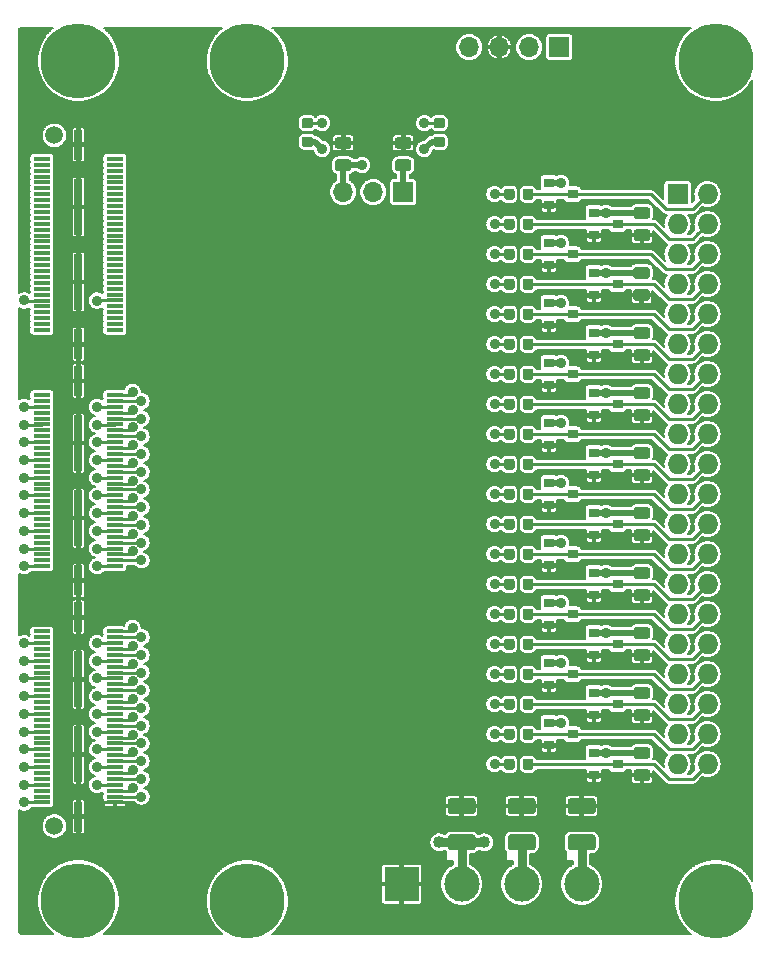
<source format=gbr>
G04 #@! TF.GenerationSoftware,KiCad,Pcbnew,5.0.0*
G04 #@! TF.CreationDate,2018-09-21T23:47:20-07:00*
G04 #@! TF.ProjectId,HSMC-GPIO-kicad,48534D432D4750494F2D6B696361642E,rev?*
G04 #@! TF.SameCoordinates,Original*
G04 #@! TF.FileFunction,Copper,L2,Bot,Mixed*
G04 #@! TF.FilePolarity,Positive*
%FSLAX46Y46*%
G04 Gerber Fmt 4.6, Leading zero omitted, Abs format (unit mm)*
G04 Created by KiCad (PCBNEW 5.0.0) date Fri Sep 21 23:47:20 2018*
%MOMM*%
%LPD*%
G01*
G04 APERTURE LIST*
G04 #@! TA.AperFunction,SMDPad,CuDef*
%ADD10R,0.900000X0.800000*%
G04 #@! TD*
G04 #@! TA.AperFunction,Conductor*
%ADD11C,0.100000*%
G04 #@! TD*
G04 #@! TA.AperFunction,SMDPad,CuDef*
%ADD12C,0.875000*%
G04 #@! TD*
G04 #@! TA.AperFunction,SMDPad,CuDef*
%ADD13C,1.325000*%
G04 #@! TD*
G04 #@! TA.AperFunction,WasherPad*
%ADD14C,6.350000*%
G04 #@! TD*
G04 #@! TA.AperFunction,SMDPad,CuDef*
%ADD15R,1.450340X0.299720*%
G04 #@! TD*
G04 #@! TA.AperFunction,SMDPad,CuDef*
%ADD16R,0.640080X2.540000*%
G04 #@! TD*
G04 #@! TA.AperFunction,SMDPad,CuDef*
%ADD17R,0.640080X4.699000*%
G04 #@! TD*
G04 #@! TA.AperFunction,WasherPad*
%ADD18C,1.501140*%
G04 #@! TD*
G04 #@! TA.AperFunction,ComponentPad*
%ADD19C,3.000000*%
G04 #@! TD*
G04 #@! TA.AperFunction,ComponentPad*
%ADD20R,3.000000X3.000000*%
G04 #@! TD*
G04 #@! TA.AperFunction,SMDPad,CuDef*
%ADD21C,0.975000*%
G04 #@! TD*
G04 #@! TA.AperFunction,ComponentPad*
%ADD22R,1.700000X1.700000*%
G04 #@! TD*
G04 #@! TA.AperFunction,ComponentPad*
%ADD23O,1.700000X1.700000*%
G04 #@! TD*
G04 #@! TA.AperFunction,ComponentPad*
%ADD24O,1.727200X1.727200*%
G04 #@! TD*
G04 #@! TA.AperFunction,ComponentPad*
%ADD25R,1.727200X1.727200*%
G04 #@! TD*
G04 #@! TA.AperFunction,ViaPad*
%ADD26C,0.889000*%
G04 #@! TD*
G04 #@! TA.AperFunction,ViaPad*
%ADD27C,1.016000*%
G04 #@! TD*
G04 #@! TA.AperFunction,Conductor*
%ADD28C,0.254000*%
G04 #@! TD*
G04 #@! TA.AperFunction,Conductor*
%ADD29C,0.793750*%
G04 #@! TD*
G04 #@! TA.AperFunction,Conductor*
%ADD30C,0.508000*%
G04 #@! TD*
G04 #@! TA.AperFunction,Conductor*
%ADD31C,0.152400*%
G04 #@! TD*
%ADD32C,0.152400*%
G04 APERTURE END LIST*
D10*
G04 #@! TO.P,D18,3*
G04 #@! TO.N,/GPIO/P18*
X72951710Y-60530200D03*
G04 #@! TO.P,D18,2*
G04 #@! TO.N,+3V3*
X70951710Y-59580200D03*
G04 #@! TO.P,D18,1*
G04 #@! TO.N,GND*
X70951710Y-61480200D03*
G04 #@! TD*
G04 #@! TO.P,D38,3*
G04 #@! TO.N,/GPIO/P38*
X72951710Y-85930200D03*
G04 #@! TO.P,D38,2*
G04 #@! TO.N,+3V3*
X70951710Y-84980200D03*
G04 #@! TO.P,D38,1*
G04 #@! TO.N,GND*
X70951710Y-86880200D03*
G04 #@! TD*
G04 #@! TO.P,D6,3*
G04 #@! TO.N,/GPIO/P6*
X72951710Y-45290200D03*
G04 #@! TO.P,D6,2*
G04 #@! TO.N,+3V3*
X70951710Y-44340200D03*
G04 #@! TO.P,D6,1*
G04 #@! TO.N,GND*
X70951710Y-46240200D03*
G04 #@! TD*
G04 #@! TO.P,D26,3*
G04 #@! TO.N,/GPIO/P26*
X72951710Y-70690200D03*
G04 #@! TO.P,D26,2*
G04 #@! TO.N,+3V3*
X70951710Y-69740200D03*
G04 #@! TO.P,D26,1*
G04 #@! TO.N,GND*
X70951710Y-71640200D03*
G04 #@! TD*
G04 #@! TO.P,D34,3*
G04 #@! TO.N,/GPIO/P34*
X72951710Y-80850200D03*
G04 #@! TO.P,D34,2*
G04 #@! TO.N,+3V3*
X70951710Y-79900200D03*
G04 #@! TO.P,D34,1*
G04 #@! TO.N,GND*
X70951710Y-81800200D03*
G04 #@! TD*
G04 #@! TO.P,D30,3*
G04 #@! TO.N,/GPIO/P30*
X72951710Y-75770200D03*
G04 #@! TO.P,D30,2*
G04 #@! TO.N,+3V3*
X70951710Y-74820200D03*
G04 #@! TO.P,D30,1*
G04 #@! TO.N,GND*
X70951710Y-76720200D03*
G04 #@! TD*
G04 #@! TO.P,D14,3*
G04 #@! TO.N,/GPIO/P14*
X72951710Y-55450200D03*
G04 #@! TO.P,D14,2*
G04 #@! TO.N,+3V3*
X70951710Y-54500200D03*
G04 #@! TO.P,D14,1*
G04 #@! TO.N,GND*
X70951710Y-56400200D03*
G04 #@! TD*
G04 #@! TO.P,D10,3*
G04 #@! TO.N,/GPIO/P10*
X72951710Y-50370200D03*
G04 #@! TO.P,D10,2*
G04 #@! TO.N,+3V3*
X70951710Y-49420200D03*
G04 #@! TO.P,D10,1*
G04 #@! TO.N,GND*
X70951710Y-51320200D03*
G04 #@! TD*
G04 #@! TO.P,D22,3*
G04 #@! TO.N,/GPIO/P22*
X72951710Y-65610200D03*
G04 #@! TO.P,D22,2*
G04 #@! TO.N,+3V3*
X70951710Y-64660200D03*
G04 #@! TO.P,D22,1*
G04 #@! TO.N,GND*
X70951710Y-66560200D03*
G04 #@! TD*
D11*
G04 #@! TO.N,+3V3*
G04 #@! TO.C,R42*
G36*
X50766401Y-35334223D02*
X50787636Y-35337373D01*
X50808460Y-35342589D01*
X50828672Y-35349821D01*
X50848078Y-35359000D01*
X50866491Y-35370036D01*
X50883734Y-35382824D01*
X50899640Y-35397240D01*
X50914056Y-35413146D01*
X50926844Y-35430389D01*
X50937880Y-35448802D01*
X50947059Y-35468208D01*
X50954291Y-35488420D01*
X50959507Y-35509244D01*
X50962657Y-35530479D01*
X50963710Y-35551920D01*
X50963710Y-35989420D01*
X50962657Y-36010861D01*
X50959507Y-36032096D01*
X50954291Y-36052920D01*
X50947059Y-36073132D01*
X50937880Y-36092538D01*
X50926844Y-36110951D01*
X50914056Y-36128194D01*
X50899640Y-36144100D01*
X50883734Y-36158516D01*
X50866491Y-36171304D01*
X50848078Y-36182340D01*
X50828672Y-36191519D01*
X50808460Y-36198751D01*
X50787636Y-36203967D01*
X50766401Y-36207117D01*
X50744960Y-36208170D01*
X50232460Y-36208170D01*
X50211019Y-36207117D01*
X50189784Y-36203967D01*
X50168960Y-36198751D01*
X50148748Y-36191519D01*
X50129342Y-36182340D01*
X50110929Y-36171304D01*
X50093686Y-36158516D01*
X50077780Y-36144100D01*
X50063364Y-36128194D01*
X50050576Y-36110951D01*
X50039540Y-36092538D01*
X50030361Y-36073132D01*
X50023129Y-36052920D01*
X50017913Y-36032096D01*
X50014763Y-36010861D01*
X50013710Y-35989420D01*
X50013710Y-35551920D01*
X50014763Y-35530479D01*
X50017913Y-35509244D01*
X50023129Y-35488420D01*
X50030361Y-35468208D01*
X50039540Y-35448802D01*
X50050576Y-35430389D01*
X50063364Y-35413146D01*
X50077780Y-35397240D01*
X50093686Y-35382824D01*
X50110929Y-35370036D01*
X50129342Y-35359000D01*
X50148748Y-35349821D01*
X50168960Y-35342589D01*
X50189784Y-35337373D01*
X50211019Y-35334223D01*
X50232460Y-35333170D01*
X50744960Y-35333170D01*
X50766401Y-35334223D01*
X50766401Y-35334223D01*
G37*
D12*
G04 #@! TD*
G04 #@! TO.P,R42,1*
G04 #@! TO.N,+3V3*
X50488710Y-35770670D03*
D11*
G04 #@! TO.N,/SDA*
G04 #@! TO.C,R42*
G36*
X50766401Y-33759223D02*
X50787636Y-33762373D01*
X50808460Y-33767589D01*
X50828672Y-33774821D01*
X50848078Y-33784000D01*
X50866491Y-33795036D01*
X50883734Y-33807824D01*
X50899640Y-33822240D01*
X50914056Y-33838146D01*
X50926844Y-33855389D01*
X50937880Y-33873802D01*
X50947059Y-33893208D01*
X50954291Y-33913420D01*
X50959507Y-33934244D01*
X50962657Y-33955479D01*
X50963710Y-33976920D01*
X50963710Y-34414420D01*
X50962657Y-34435861D01*
X50959507Y-34457096D01*
X50954291Y-34477920D01*
X50947059Y-34498132D01*
X50937880Y-34517538D01*
X50926844Y-34535951D01*
X50914056Y-34553194D01*
X50899640Y-34569100D01*
X50883734Y-34583516D01*
X50866491Y-34596304D01*
X50848078Y-34607340D01*
X50828672Y-34616519D01*
X50808460Y-34623751D01*
X50787636Y-34628967D01*
X50766401Y-34632117D01*
X50744960Y-34633170D01*
X50232460Y-34633170D01*
X50211019Y-34632117D01*
X50189784Y-34628967D01*
X50168960Y-34623751D01*
X50148748Y-34616519D01*
X50129342Y-34607340D01*
X50110929Y-34596304D01*
X50093686Y-34583516D01*
X50077780Y-34569100D01*
X50063364Y-34553194D01*
X50050576Y-34535951D01*
X50039540Y-34517538D01*
X50030361Y-34498132D01*
X50023129Y-34477920D01*
X50017913Y-34457096D01*
X50014763Y-34435861D01*
X50013710Y-34414420D01*
X50013710Y-33976920D01*
X50014763Y-33955479D01*
X50017913Y-33934244D01*
X50023129Y-33913420D01*
X50030361Y-33893208D01*
X50039540Y-33873802D01*
X50050576Y-33855389D01*
X50063364Y-33838146D01*
X50077780Y-33822240D01*
X50093686Y-33807824D01*
X50110929Y-33795036D01*
X50129342Y-33784000D01*
X50148748Y-33774821D01*
X50168960Y-33767589D01*
X50189784Y-33762373D01*
X50211019Y-33759223D01*
X50232460Y-33758170D01*
X50744960Y-33758170D01*
X50766401Y-33759223D01*
X50766401Y-33759223D01*
G37*
D12*
G04 #@! TD*
G04 #@! TO.P,R42,2*
G04 #@! TO.N,/SDA*
X50488710Y-34195670D03*
D11*
G04 #@! TO.N,Net-(J3-Pad4)*
G04 #@! TO.C,R43*
G36*
X61942401Y-33759223D02*
X61963636Y-33762373D01*
X61984460Y-33767589D01*
X62004672Y-33774821D01*
X62024078Y-33784000D01*
X62042491Y-33795036D01*
X62059734Y-33807824D01*
X62075640Y-33822240D01*
X62090056Y-33838146D01*
X62102844Y-33855389D01*
X62113880Y-33873802D01*
X62123059Y-33893208D01*
X62130291Y-33913420D01*
X62135507Y-33934244D01*
X62138657Y-33955479D01*
X62139710Y-33976920D01*
X62139710Y-34414420D01*
X62138657Y-34435861D01*
X62135507Y-34457096D01*
X62130291Y-34477920D01*
X62123059Y-34498132D01*
X62113880Y-34517538D01*
X62102844Y-34535951D01*
X62090056Y-34553194D01*
X62075640Y-34569100D01*
X62059734Y-34583516D01*
X62042491Y-34596304D01*
X62024078Y-34607340D01*
X62004672Y-34616519D01*
X61984460Y-34623751D01*
X61963636Y-34628967D01*
X61942401Y-34632117D01*
X61920960Y-34633170D01*
X61408460Y-34633170D01*
X61387019Y-34632117D01*
X61365784Y-34628967D01*
X61344960Y-34623751D01*
X61324748Y-34616519D01*
X61305342Y-34607340D01*
X61286929Y-34596304D01*
X61269686Y-34583516D01*
X61253780Y-34569100D01*
X61239364Y-34553194D01*
X61226576Y-34535951D01*
X61215540Y-34517538D01*
X61206361Y-34498132D01*
X61199129Y-34477920D01*
X61193913Y-34457096D01*
X61190763Y-34435861D01*
X61189710Y-34414420D01*
X61189710Y-33976920D01*
X61190763Y-33955479D01*
X61193913Y-33934244D01*
X61199129Y-33913420D01*
X61206361Y-33893208D01*
X61215540Y-33873802D01*
X61226576Y-33855389D01*
X61239364Y-33838146D01*
X61253780Y-33822240D01*
X61269686Y-33807824D01*
X61286929Y-33795036D01*
X61305342Y-33784000D01*
X61324748Y-33774821D01*
X61344960Y-33767589D01*
X61365784Y-33762373D01*
X61387019Y-33759223D01*
X61408460Y-33758170D01*
X61920960Y-33758170D01*
X61942401Y-33759223D01*
X61942401Y-33759223D01*
G37*
D12*
G04 #@! TD*
G04 #@! TO.P,R43,2*
G04 #@! TO.N,Net-(J3-Pad4)*
X61664710Y-34195670D03*
D11*
G04 #@! TO.N,VBUS*
G04 #@! TO.C,R43*
G36*
X61942401Y-35334223D02*
X61963636Y-35337373D01*
X61984460Y-35342589D01*
X62004672Y-35349821D01*
X62024078Y-35359000D01*
X62042491Y-35370036D01*
X62059734Y-35382824D01*
X62075640Y-35397240D01*
X62090056Y-35413146D01*
X62102844Y-35430389D01*
X62113880Y-35448802D01*
X62123059Y-35468208D01*
X62130291Y-35488420D01*
X62135507Y-35509244D01*
X62138657Y-35530479D01*
X62139710Y-35551920D01*
X62139710Y-35989420D01*
X62138657Y-36010861D01*
X62135507Y-36032096D01*
X62130291Y-36052920D01*
X62123059Y-36073132D01*
X62113880Y-36092538D01*
X62102844Y-36110951D01*
X62090056Y-36128194D01*
X62075640Y-36144100D01*
X62059734Y-36158516D01*
X62042491Y-36171304D01*
X62024078Y-36182340D01*
X62004672Y-36191519D01*
X61984460Y-36198751D01*
X61963636Y-36203967D01*
X61942401Y-36207117D01*
X61920960Y-36208170D01*
X61408460Y-36208170D01*
X61387019Y-36207117D01*
X61365784Y-36203967D01*
X61344960Y-36198751D01*
X61324748Y-36191519D01*
X61305342Y-36182340D01*
X61286929Y-36171304D01*
X61269686Y-36158516D01*
X61253780Y-36144100D01*
X61239364Y-36128194D01*
X61226576Y-36110951D01*
X61215540Y-36092538D01*
X61206361Y-36073132D01*
X61199129Y-36052920D01*
X61193913Y-36032096D01*
X61190763Y-36010861D01*
X61189710Y-35989420D01*
X61189710Y-35551920D01*
X61190763Y-35530479D01*
X61193913Y-35509244D01*
X61199129Y-35488420D01*
X61206361Y-35468208D01*
X61215540Y-35448802D01*
X61226576Y-35430389D01*
X61239364Y-35413146D01*
X61253780Y-35397240D01*
X61269686Y-35382824D01*
X61286929Y-35370036D01*
X61305342Y-35359000D01*
X61324748Y-35349821D01*
X61344960Y-35342589D01*
X61365784Y-35337373D01*
X61387019Y-35334223D01*
X61408460Y-35333170D01*
X61920960Y-35333170D01*
X61942401Y-35334223D01*
X61942401Y-35334223D01*
G37*
D12*
G04 #@! TD*
G04 #@! TO.P,R43,1*
G04 #@! TO.N,VBUS*
X61664710Y-35770670D03*
D11*
G04 #@! TO.N,GND*
G04 #@! TO.C,C20*
G36*
X64519215Y-91351404D02*
X64543483Y-91355004D01*
X64567282Y-91360965D01*
X64590381Y-91369230D01*
X64612560Y-91379720D01*
X64633603Y-91392332D01*
X64653309Y-91406947D01*
X64671487Y-91423423D01*
X64687963Y-91441601D01*
X64702578Y-91461307D01*
X64715190Y-91482350D01*
X64725680Y-91504529D01*
X64733945Y-91527628D01*
X64739906Y-91551427D01*
X64743506Y-91575695D01*
X64744710Y-91600199D01*
X64744710Y-92425201D01*
X64743506Y-92449705D01*
X64739906Y-92473973D01*
X64733945Y-92497772D01*
X64725680Y-92520871D01*
X64715190Y-92543050D01*
X64702578Y-92564093D01*
X64687963Y-92583799D01*
X64671487Y-92601977D01*
X64653309Y-92618453D01*
X64633603Y-92633068D01*
X64612560Y-92645680D01*
X64590381Y-92656170D01*
X64567282Y-92664435D01*
X64543483Y-92670396D01*
X64519215Y-92673996D01*
X64494711Y-92675200D01*
X62644709Y-92675200D01*
X62620205Y-92673996D01*
X62595937Y-92670396D01*
X62572138Y-92664435D01*
X62549039Y-92656170D01*
X62526860Y-92645680D01*
X62505817Y-92633068D01*
X62486111Y-92618453D01*
X62467933Y-92601977D01*
X62451457Y-92583799D01*
X62436842Y-92564093D01*
X62424230Y-92543050D01*
X62413740Y-92520871D01*
X62405475Y-92497772D01*
X62399514Y-92473973D01*
X62395914Y-92449705D01*
X62394710Y-92425201D01*
X62394710Y-91600199D01*
X62395914Y-91575695D01*
X62399514Y-91551427D01*
X62405475Y-91527628D01*
X62413740Y-91504529D01*
X62424230Y-91482350D01*
X62436842Y-91461307D01*
X62451457Y-91441601D01*
X62467933Y-91423423D01*
X62486111Y-91406947D01*
X62505817Y-91392332D01*
X62526860Y-91379720D01*
X62549039Y-91369230D01*
X62572138Y-91360965D01*
X62595937Y-91355004D01*
X62620205Y-91351404D01*
X62644709Y-91350200D01*
X64494711Y-91350200D01*
X64519215Y-91351404D01*
X64519215Y-91351404D01*
G37*
D13*
G04 #@! TD*
G04 #@! TO.P,C20,2*
G04 #@! TO.N,GND*
X63569710Y-92012700D03*
D11*
G04 #@! TO.N,+3V3*
G04 #@! TO.C,C20*
G36*
X64519215Y-94426404D02*
X64543483Y-94430004D01*
X64567282Y-94435965D01*
X64590381Y-94444230D01*
X64612560Y-94454720D01*
X64633603Y-94467332D01*
X64653309Y-94481947D01*
X64671487Y-94498423D01*
X64687963Y-94516601D01*
X64702578Y-94536307D01*
X64715190Y-94557350D01*
X64725680Y-94579529D01*
X64733945Y-94602628D01*
X64739906Y-94626427D01*
X64743506Y-94650695D01*
X64744710Y-94675199D01*
X64744710Y-95500201D01*
X64743506Y-95524705D01*
X64739906Y-95548973D01*
X64733945Y-95572772D01*
X64725680Y-95595871D01*
X64715190Y-95618050D01*
X64702578Y-95639093D01*
X64687963Y-95658799D01*
X64671487Y-95676977D01*
X64653309Y-95693453D01*
X64633603Y-95708068D01*
X64612560Y-95720680D01*
X64590381Y-95731170D01*
X64567282Y-95739435D01*
X64543483Y-95745396D01*
X64519215Y-95748996D01*
X64494711Y-95750200D01*
X62644709Y-95750200D01*
X62620205Y-95748996D01*
X62595937Y-95745396D01*
X62572138Y-95739435D01*
X62549039Y-95731170D01*
X62526860Y-95720680D01*
X62505817Y-95708068D01*
X62486111Y-95693453D01*
X62467933Y-95676977D01*
X62451457Y-95658799D01*
X62436842Y-95639093D01*
X62424230Y-95618050D01*
X62413740Y-95595871D01*
X62405475Y-95572772D01*
X62399514Y-95548973D01*
X62395914Y-95524705D01*
X62394710Y-95500201D01*
X62394710Y-94675199D01*
X62395914Y-94650695D01*
X62399514Y-94626427D01*
X62405475Y-94602628D01*
X62413740Y-94579529D01*
X62424230Y-94557350D01*
X62436842Y-94536307D01*
X62451457Y-94516601D01*
X62467933Y-94498423D01*
X62486111Y-94481947D01*
X62505817Y-94467332D01*
X62526860Y-94454720D01*
X62549039Y-94444230D01*
X62572138Y-94435965D01*
X62595937Y-94430004D01*
X62620205Y-94426404D01*
X62644709Y-94425200D01*
X64494711Y-94425200D01*
X64519215Y-94426404D01*
X64519215Y-94426404D01*
G37*
D13*
G04 #@! TD*
G04 #@! TO.P,C20,1*
G04 #@! TO.N,+3V3*
X63569710Y-95087700D03*
D11*
G04 #@! TO.N,GND*
G04 #@! TO.C,C19*
G36*
X74679215Y-91351404D02*
X74703483Y-91355004D01*
X74727282Y-91360965D01*
X74750381Y-91369230D01*
X74772560Y-91379720D01*
X74793603Y-91392332D01*
X74813309Y-91406947D01*
X74831487Y-91423423D01*
X74847963Y-91441601D01*
X74862578Y-91461307D01*
X74875190Y-91482350D01*
X74885680Y-91504529D01*
X74893945Y-91527628D01*
X74899906Y-91551427D01*
X74903506Y-91575695D01*
X74904710Y-91600199D01*
X74904710Y-92425201D01*
X74903506Y-92449705D01*
X74899906Y-92473973D01*
X74893945Y-92497772D01*
X74885680Y-92520871D01*
X74875190Y-92543050D01*
X74862578Y-92564093D01*
X74847963Y-92583799D01*
X74831487Y-92601977D01*
X74813309Y-92618453D01*
X74793603Y-92633068D01*
X74772560Y-92645680D01*
X74750381Y-92656170D01*
X74727282Y-92664435D01*
X74703483Y-92670396D01*
X74679215Y-92673996D01*
X74654711Y-92675200D01*
X72804709Y-92675200D01*
X72780205Y-92673996D01*
X72755937Y-92670396D01*
X72732138Y-92664435D01*
X72709039Y-92656170D01*
X72686860Y-92645680D01*
X72665817Y-92633068D01*
X72646111Y-92618453D01*
X72627933Y-92601977D01*
X72611457Y-92583799D01*
X72596842Y-92564093D01*
X72584230Y-92543050D01*
X72573740Y-92520871D01*
X72565475Y-92497772D01*
X72559514Y-92473973D01*
X72555914Y-92449705D01*
X72554710Y-92425201D01*
X72554710Y-91600199D01*
X72555914Y-91575695D01*
X72559514Y-91551427D01*
X72565475Y-91527628D01*
X72573740Y-91504529D01*
X72584230Y-91482350D01*
X72596842Y-91461307D01*
X72611457Y-91441601D01*
X72627933Y-91423423D01*
X72646111Y-91406947D01*
X72665817Y-91392332D01*
X72686860Y-91379720D01*
X72709039Y-91369230D01*
X72732138Y-91360965D01*
X72755937Y-91355004D01*
X72780205Y-91351404D01*
X72804709Y-91350200D01*
X74654711Y-91350200D01*
X74679215Y-91351404D01*
X74679215Y-91351404D01*
G37*
D13*
G04 #@! TD*
G04 #@! TO.P,C19,2*
G04 #@! TO.N,GND*
X73729710Y-92012700D03*
D11*
G04 #@! TO.N,+12V*
G04 #@! TO.C,C19*
G36*
X74679215Y-94426404D02*
X74703483Y-94430004D01*
X74727282Y-94435965D01*
X74750381Y-94444230D01*
X74772560Y-94454720D01*
X74793603Y-94467332D01*
X74813309Y-94481947D01*
X74831487Y-94498423D01*
X74847963Y-94516601D01*
X74862578Y-94536307D01*
X74875190Y-94557350D01*
X74885680Y-94579529D01*
X74893945Y-94602628D01*
X74899906Y-94626427D01*
X74903506Y-94650695D01*
X74904710Y-94675199D01*
X74904710Y-95500201D01*
X74903506Y-95524705D01*
X74899906Y-95548973D01*
X74893945Y-95572772D01*
X74885680Y-95595871D01*
X74875190Y-95618050D01*
X74862578Y-95639093D01*
X74847963Y-95658799D01*
X74831487Y-95676977D01*
X74813309Y-95693453D01*
X74793603Y-95708068D01*
X74772560Y-95720680D01*
X74750381Y-95731170D01*
X74727282Y-95739435D01*
X74703483Y-95745396D01*
X74679215Y-95748996D01*
X74654711Y-95750200D01*
X72804709Y-95750200D01*
X72780205Y-95748996D01*
X72755937Y-95745396D01*
X72732138Y-95739435D01*
X72709039Y-95731170D01*
X72686860Y-95720680D01*
X72665817Y-95708068D01*
X72646111Y-95693453D01*
X72627933Y-95676977D01*
X72611457Y-95658799D01*
X72596842Y-95639093D01*
X72584230Y-95618050D01*
X72573740Y-95595871D01*
X72565475Y-95572772D01*
X72559514Y-95548973D01*
X72555914Y-95524705D01*
X72554710Y-95500201D01*
X72554710Y-94675199D01*
X72555914Y-94650695D01*
X72559514Y-94626427D01*
X72565475Y-94602628D01*
X72573740Y-94579529D01*
X72584230Y-94557350D01*
X72596842Y-94536307D01*
X72611457Y-94516601D01*
X72627933Y-94498423D01*
X72646111Y-94481947D01*
X72665817Y-94467332D01*
X72686860Y-94454720D01*
X72709039Y-94444230D01*
X72732138Y-94435965D01*
X72755937Y-94430004D01*
X72780205Y-94426404D01*
X72804709Y-94425200D01*
X74654711Y-94425200D01*
X74679215Y-94426404D01*
X74679215Y-94426404D01*
G37*
D13*
G04 #@! TD*
G04 #@! TO.P,C19,1*
G04 #@! TO.N,+12V*
X73729710Y-95087700D03*
D11*
G04 #@! TO.N,GND*
G04 #@! TO.C,C18*
G36*
X69599215Y-91351404D02*
X69623483Y-91355004D01*
X69647282Y-91360965D01*
X69670381Y-91369230D01*
X69692560Y-91379720D01*
X69713603Y-91392332D01*
X69733309Y-91406947D01*
X69751487Y-91423423D01*
X69767963Y-91441601D01*
X69782578Y-91461307D01*
X69795190Y-91482350D01*
X69805680Y-91504529D01*
X69813945Y-91527628D01*
X69819906Y-91551427D01*
X69823506Y-91575695D01*
X69824710Y-91600199D01*
X69824710Y-92425201D01*
X69823506Y-92449705D01*
X69819906Y-92473973D01*
X69813945Y-92497772D01*
X69805680Y-92520871D01*
X69795190Y-92543050D01*
X69782578Y-92564093D01*
X69767963Y-92583799D01*
X69751487Y-92601977D01*
X69733309Y-92618453D01*
X69713603Y-92633068D01*
X69692560Y-92645680D01*
X69670381Y-92656170D01*
X69647282Y-92664435D01*
X69623483Y-92670396D01*
X69599215Y-92673996D01*
X69574711Y-92675200D01*
X67724709Y-92675200D01*
X67700205Y-92673996D01*
X67675937Y-92670396D01*
X67652138Y-92664435D01*
X67629039Y-92656170D01*
X67606860Y-92645680D01*
X67585817Y-92633068D01*
X67566111Y-92618453D01*
X67547933Y-92601977D01*
X67531457Y-92583799D01*
X67516842Y-92564093D01*
X67504230Y-92543050D01*
X67493740Y-92520871D01*
X67485475Y-92497772D01*
X67479514Y-92473973D01*
X67475914Y-92449705D01*
X67474710Y-92425201D01*
X67474710Y-91600199D01*
X67475914Y-91575695D01*
X67479514Y-91551427D01*
X67485475Y-91527628D01*
X67493740Y-91504529D01*
X67504230Y-91482350D01*
X67516842Y-91461307D01*
X67531457Y-91441601D01*
X67547933Y-91423423D01*
X67566111Y-91406947D01*
X67585817Y-91392332D01*
X67606860Y-91379720D01*
X67629039Y-91369230D01*
X67652138Y-91360965D01*
X67675937Y-91355004D01*
X67700205Y-91351404D01*
X67724709Y-91350200D01*
X69574711Y-91350200D01*
X69599215Y-91351404D01*
X69599215Y-91351404D01*
G37*
D13*
G04 #@! TD*
G04 #@! TO.P,C18,2*
G04 #@! TO.N,GND*
X68649710Y-92012700D03*
D11*
G04 #@! TO.N,+5V*
G04 #@! TO.C,C18*
G36*
X69599215Y-94426404D02*
X69623483Y-94430004D01*
X69647282Y-94435965D01*
X69670381Y-94444230D01*
X69692560Y-94454720D01*
X69713603Y-94467332D01*
X69733309Y-94481947D01*
X69751487Y-94498423D01*
X69767963Y-94516601D01*
X69782578Y-94536307D01*
X69795190Y-94557350D01*
X69805680Y-94579529D01*
X69813945Y-94602628D01*
X69819906Y-94626427D01*
X69823506Y-94650695D01*
X69824710Y-94675199D01*
X69824710Y-95500201D01*
X69823506Y-95524705D01*
X69819906Y-95548973D01*
X69813945Y-95572772D01*
X69805680Y-95595871D01*
X69795190Y-95618050D01*
X69782578Y-95639093D01*
X69767963Y-95658799D01*
X69751487Y-95676977D01*
X69733309Y-95693453D01*
X69713603Y-95708068D01*
X69692560Y-95720680D01*
X69670381Y-95731170D01*
X69647282Y-95739435D01*
X69623483Y-95745396D01*
X69599215Y-95748996D01*
X69574711Y-95750200D01*
X67724709Y-95750200D01*
X67700205Y-95748996D01*
X67675937Y-95745396D01*
X67652138Y-95739435D01*
X67629039Y-95731170D01*
X67606860Y-95720680D01*
X67585817Y-95708068D01*
X67566111Y-95693453D01*
X67547933Y-95676977D01*
X67531457Y-95658799D01*
X67516842Y-95639093D01*
X67504230Y-95618050D01*
X67493740Y-95595871D01*
X67485475Y-95572772D01*
X67479514Y-95548973D01*
X67475914Y-95524705D01*
X67474710Y-95500201D01*
X67474710Y-94675199D01*
X67475914Y-94650695D01*
X67479514Y-94626427D01*
X67485475Y-94602628D01*
X67493740Y-94579529D01*
X67504230Y-94557350D01*
X67516842Y-94536307D01*
X67531457Y-94516601D01*
X67547933Y-94498423D01*
X67566111Y-94481947D01*
X67585817Y-94467332D01*
X67606860Y-94454720D01*
X67629039Y-94444230D01*
X67652138Y-94435965D01*
X67675937Y-94430004D01*
X67700205Y-94426404D01*
X67724709Y-94425200D01*
X69574711Y-94425200D01*
X69599215Y-94426404D01*
X69599215Y-94426404D01*
G37*
D13*
G04 #@! TD*
G04 #@! TO.P,C18,1*
G04 #@! TO.N,+5V*
X68649710Y-95087700D03*
D10*
G04 #@! TO.P,D40,3*
G04 #@! TO.N,/GPIO/P40*
X76761710Y-88470200D03*
G04 #@! TO.P,D40,2*
G04 #@! TO.N,+3V3*
X74761710Y-87520200D03*
G04 #@! TO.P,D40,1*
G04 #@! TO.N,GND*
X74761710Y-89420200D03*
G04 #@! TD*
G04 #@! TO.P,D2,3*
G04 #@! TO.N,/GPIO/P2*
X72951710Y-40210200D03*
G04 #@! TO.P,D2,2*
G04 #@! TO.N,+3V3*
X70951710Y-39260200D03*
G04 #@! TO.P,D2,1*
G04 #@! TO.N,GND*
X70951710Y-41160200D03*
G04 #@! TD*
G04 #@! TO.P,D4,3*
G04 #@! TO.N,/GPIO/P4*
X76761710Y-42750200D03*
G04 #@! TO.P,D4,2*
G04 #@! TO.N,+3V3*
X74761710Y-41800200D03*
G04 #@! TO.P,D4,1*
G04 #@! TO.N,GND*
X74761710Y-43700200D03*
G04 #@! TD*
G04 #@! TO.P,D8,3*
G04 #@! TO.N,/GPIO/P8*
X76761710Y-47830200D03*
G04 #@! TO.P,D8,2*
G04 #@! TO.N,+3V3*
X74761710Y-46880200D03*
G04 #@! TO.P,D8,1*
G04 #@! TO.N,GND*
X74761710Y-48780200D03*
G04 #@! TD*
G04 #@! TO.P,D12,3*
G04 #@! TO.N,/GPIO/P12*
X76761710Y-52910200D03*
G04 #@! TO.P,D12,2*
G04 #@! TO.N,+3V3*
X74761710Y-51960200D03*
G04 #@! TO.P,D12,1*
G04 #@! TO.N,GND*
X74761710Y-53860200D03*
G04 #@! TD*
G04 #@! TO.P,D32,3*
G04 #@! TO.N,/GPIO/P32*
X76761710Y-78310200D03*
G04 #@! TO.P,D32,2*
G04 #@! TO.N,+3V3*
X74761710Y-77360200D03*
G04 #@! TO.P,D32,1*
G04 #@! TO.N,GND*
X74761710Y-79260200D03*
G04 #@! TD*
G04 #@! TO.P,D20,3*
G04 #@! TO.N,/GPIO/P20*
X76761710Y-63070200D03*
G04 #@! TO.P,D20,2*
G04 #@! TO.N,+3V3*
X74761710Y-62120200D03*
G04 #@! TO.P,D20,1*
G04 #@! TO.N,GND*
X74761710Y-64020200D03*
G04 #@! TD*
G04 #@! TO.P,D24,3*
G04 #@! TO.N,/GPIO/P24*
X76761710Y-68150200D03*
G04 #@! TO.P,D24,2*
G04 #@! TO.N,+3V3*
X74761710Y-67200200D03*
G04 #@! TO.P,D24,1*
G04 #@! TO.N,GND*
X74761710Y-69100200D03*
G04 #@! TD*
G04 #@! TO.P,D28,3*
G04 #@! TO.N,/GPIO/P28*
X76761710Y-73230200D03*
G04 #@! TO.P,D28,2*
G04 #@! TO.N,+3V3*
X74761710Y-72280200D03*
G04 #@! TO.P,D28,1*
G04 #@! TO.N,GND*
X74761710Y-74180200D03*
G04 #@! TD*
G04 #@! TO.P,D16,3*
G04 #@! TO.N,/GPIO/P16*
X76761710Y-57990200D03*
G04 #@! TO.P,D16,2*
G04 #@! TO.N,+3V3*
X74761710Y-57040200D03*
G04 #@! TO.P,D16,1*
G04 #@! TO.N,GND*
X74761710Y-58940200D03*
G04 #@! TD*
G04 #@! TO.P,D36,3*
G04 #@! TO.N,/GPIO/P36*
X76761710Y-83390200D03*
G04 #@! TO.P,D36,2*
G04 #@! TO.N,+3V3*
X74761710Y-82440200D03*
G04 #@! TO.P,D36,1*
G04 #@! TO.N,GND*
X74761710Y-84340200D03*
G04 #@! TD*
D14*
G04 #@! TO.P,J1,*
G04 #@! TO.N,*
X45415200Y-28905200D03*
X45415200Y-100025200D03*
X31115000Y-28905200D03*
X31115000Y-100025200D03*
D15*
X34203640Y-50216080D03*
X34203640Y-48716080D03*
X34203640Y-47216080D03*
X34203640Y-45716080D03*
X34203640Y-44216080D03*
X34203640Y-42716080D03*
X34203640Y-41216080D03*
X34203640Y-39716080D03*
X34203640Y-38216080D03*
X28023820Y-50216080D03*
X28023820Y-48716080D03*
X28023820Y-47216080D03*
X28023820Y-45716080D03*
X28023820Y-44216080D03*
X28023820Y-42716080D03*
X28023820Y-41216080D03*
X28023820Y-39716080D03*
X28023820Y-38216080D03*
D16*
G04 #@! TO.P,J1,161*
G04 #@! TO.N,GND*
X31115000Y-36024820D03*
D17*
G04 #@! TO.P,J1,162*
X31115000Y-41295320D03*
G04 #@! TO.P,J1,163*
X31115000Y-47645320D03*
D16*
G04 #@! TO.P,J1,164*
X31115000Y-52915820D03*
G04 #@! TO.P,J1,172*
X31115000Y-92915740D03*
D17*
G04 #@! TO.P,J1,171*
X31115000Y-87645240D03*
G04 #@! TO.P,J1,170*
X31115000Y-81295240D03*
D16*
G04 #@! TO.P,J1,169*
X31115000Y-76027280D03*
G04 #@! TO.P,J1,165*
X31115000Y-56022240D03*
G04 #@! TO.P,J1,168*
X31115000Y-72910700D03*
D17*
G04 #@! TO.P,J1,166*
X31115000Y-61290200D03*
D15*
G04 #@! TO.P,J1,102*
G04 #@! TO.N,/GPIO20*
X34203640Y-77213460D03*
G04 #@! TO.P,J1,103*
G04 #@! TO.N,Net-(J1-Pad103)*
X28023820Y-77713840D03*
G04 #@! TO.P,J1,104*
G04 #@! TO.N,/GPIO21*
X34203640Y-77713840D03*
G04 #@! TO.P,J1,108*
G04 #@! TO.N,/GPIO22*
X34203640Y-78714600D03*
G04 #@! TO.P,J1,107*
G04 #@! TO.N,Net-(J1-Pad107)*
X28023820Y-78714600D03*
G04 #@! TO.P,J1,105*
G04 #@! TO.N,+3V3*
X28023820Y-78216760D03*
G04 #@! TO.P,J1,106*
G04 #@! TO.N,+12V*
X34203640Y-78216760D03*
G04 #@! TO.P,J1,114*
G04 #@! TO.N,/GPIO24*
X34203640Y-80215740D03*
G04 #@! TO.P,J1,113*
G04 #@! TO.N,Net-(J1-Pad113)*
X28023820Y-80215740D03*
G04 #@! TO.P,J1,115*
G04 #@! TO.N,Net-(J1-Pad115)*
X28023820Y-80713580D03*
G04 #@! TO.P,J1,116*
G04 #@! TO.N,/GPIO25*
X34203640Y-80713580D03*
G04 #@! TO.P,J1,112*
G04 #@! TO.N,+12V*
X34203640Y-79712820D03*
G04 #@! TO.P,J1,111*
G04 #@! TO.N,+3V3*
X28023820Y-79712820D03*
G04 #@! TO.P,J1,109*
G04 #@! TO.N,Net-(J1-Pad109)*
X28023820Y-79214980D03*
G04 #@! TO.P,J1,110*
G04 #@! TO.N,/GPIO23*
X34203640Y-79214980D03*
G04 #@! TO.P,J1,126*
G04 #@! TO.N,/GPIO28*
X34203640Y-83215480D03*
G04 #@! TO.P,J1,125*
G04 #@! TO.N,Net-(J1-Pad125)*
X28023820Y-83215480D03*
G04 #@! TO.P,J1,127*
G04 #@! TO.N,Net-(J1-Pad127)*
X28023820Y-83713320D03*
G04 #@! TO.P,J1,128*
G04 #@! TO.N,/GPIO29*
X34203640Y-83713320D03*
G04 #@! TO.P,J1,132*
G04 #@! TO.N,/GPIO30*
X34203640Y-84714080D03*
G04 #@! TO.P,J1,131*
G04 #@! TO.N,Net-(J1-Pad131)*
X28023820Y-84714080D03*
G04 #@! TO.P,J1,129*
G04 #@! TO.N,+3V3*
X28023820Y-84216240D03*
G04 #@! TO.P,J1,130*
G04 #@! TO.N,+12V*
X34203640Y-84216240D03*
G04 #@! TO.P,J1,122*
G04 #@! TO.N,/GPIO27*
X34203640Y-82217260D03*
G04 #@! TO.P,J1,121*
G04 #@! TO.N,Net-(J1-Pad121)*
X28023820Y-82217260D03*
G04 #@! TO.P,J1,123*
G04 #@! TO.N,+3V3*
X28023820Y-82715100D03*
G04 #@! TO.P,J1,124*
G04 #@! TO.N,+12V*
X34203640Y-82715100D03*
G04 #@! TO.P,J1,120*
G04 #@! TO.N,/GPIO26*
X34203640Y-81714340D03*
G04 #@! TO.P,J1,119*
G04 #@! TO.N,Net-(J1-Pad119)*
X28023820Y-81714340D03*
G04 #@! TO.P,J1,117*
G04 #@! TO.N,+3V3*
X28023820Y-81216500D03*
G04 #@! TO.P,J1,118*
G04 #@! TO.N,+12V*
X34203640Y-81216500D03*
G04 #@! TO.P,J1,150*
G04 #@! TO.N,/GPIO36*
X34203640Y-89217500D03*
G04 #@! TO.P,J1,149*
G04 #@! TO.N,Net-(J1-Pad149)*
X28023820Y-89217500D03*
G04 #@! TO.P,J1,151*
G04 #@! TO.N,Net-(J1-Pad151)*
X28023820Y-89715340D03*
G04 #@! TO.P,J1,152*
G04 #@! TO.N,/GPIO37*
X34203640Y-89715340D03*
G04 #@! TO.P,J1,156*
G04 #@! TO.N,/GPIO38*
X34203640Y-90716100D03*
G04 #@! TO.P,J1,155*
G04 #@! TO.N,Net-(J1-Pad155)*
X28023820Y-90716100D03*
G04 #@! TO.P,J1,153*
G04 #@! TO.N,+3V3*
X28023820Y-90218260D03*
G04 #@! TO.P,J1,154*
G04 #@! TO.N,+12V*
X34203640Y-90218260D03*
G04 #@! TO.P,J1,160*
G04 #@! TO.N,GND*
X34203640Y-91714320D03*
G04 #@! TO.P,J1,159*
G04 #@! TO.N,+3V3*
X28023820Y-91714320D03*
G04 #@! TO.P,J1,157*
G04 #@! TO.N,Net-(J1-Pad157)*
X28023820Y-91216480D03*
G04 #@! TO.P,J1,158*
G04 #@! TO.N,/GPIO39*
X34203640Y-91216480D03*
G04 #@! TO.P,J1,142*
G04 #@! TO.N,+12V*
X34203640Y-87215980D03*
G04 #@! TO.P,J1,141*
G04 #@! TO.N,+3V3*
X28023820Y-87215980D03*
G04 #@! TO.P,J1,143*
G04 #@! TO.N,Net-(J1-Pad143)*
X28023820Y-87713820D03*
G04 #@! TO.P,J1,144*
G04 #@! TO.N,/GPIO34*
X34203640Y-87713820D03*
G04 #@! TO.P,J1,148*
G04 #@! TO.N,+12V*
X34203640Y-88714580D03*
G04 #@! TO.P,J1,147*
G04 #@! TO.N,+3V3*
X28023820Y-88714580D03*
G04 #@! TO.P,J1,145*
G04 #@! TO.N,Net-(J1-Pad145)*
X28023820Y-88216740D03*
G04 #@! TO.P,J1,146*
G04 #@! TO.N,/GPIO35*
X34203640Y-88216740D03*
G04 #@! TO.P,J1,138*
G04 #@! TO.N,/GPIO32*
X34203640Y-86217760D03*
G04 #@! TO.P,J1,137*
G04 #@! TO.N,Net-(J1-Pad137)*
X28023820Y-86217760D03*
G04 #@! TO.P,J1,139*
G04 #@! TO.N,Net-(J1-Pad139)*
X28023820Y-86715600D03*
G04 #@! TO.P,J1,140*
G04 #@! TO.N,/GPIO33*
X34203640Y-86715600D03*
G04 #@! TO.P,J1,136*
G04 #@! TO.N,+12V*
X34203640Y-85714840D03*
G04 #@! TO.P,J1,135*
G04 #@! TO.N,+3V3*
X28023820Y-85714840D03*
G04 #@! TO.P,J1,133*
G04 #@! TO.N,Net-(J1-Pad133)*
X28023820Y-85217000D03*
G04 #@! TO.P,J1,134*
G04 #@! TO.N,/GPIO31*
X34203640Y-85217000D03*
G04 #@! TO.P,J1,74*
G04 #@! TO.N,/GPIO11*
X34203640Y-65217040D03*
G04 #@! TO.P,J1,73*
G04 #@! TO.N,Net-(J1-Pad73)*
X28023820Y-65217040D03*
G04 #@! TO.P,J1,75*
G04 #@! TO.N,+3V3*
X28023820Y-65714880D03*
G04 #@! TO.P,J1,76*
G04 #@! TO.N,+12V*
X34203640Y-65714880D03*
G04 #@! TO.P,J1,80*
G04 #@! TO.N,/GPIO13*
X34203640Y-66715640D03*
G04 #@! TO.P,J1,79*
G04 #@! TO.N,Net-(J1-Pad79)*
X28023820Y-66715640D03*
G04 #@! TO.P,J1,77*
G04 #@! TO.N,Net-(J1-Pad77)*
X28023820Y-66217800D03*
G04 #@! TO.P,J1,78*
G04 #@! TO.N,/GPIO12*
X34203640Y-66217800D03*
G04 #@! TO.P,J1,86*
G04 #@! TO.N,/GPIO15*
X34203640Y-68216780D03*
G04 #@! TO.P,J1,85*
G04 #@! TO.N,Net-(J1-Pad85)*
X28023820Y-68216780D03*
G04 #@! TO.P,J1,87*
G04 #@! TO.N,+3V3*
X28023820Y-68714620D03*
G04 #@! TO.P,J1,88*
G04 #@! TO.N,+12V*
X34203640Y-68714620D03*
G04 #@! TO.P,J1,84*
G04 #@! TO.N,/GPIO14*
X34203640Y-67713860D03*
G04 #@! TO.P,J1,83*
G04 #@! TO.N,Net-(J1-Pad83)*
X28023820Y-67713860D03*
G04 #@! TO.P,J1,81*
G04 #@! TO.N,+3V3*
X28023820Y-67216020D03*
G04 #@! TO.P,J1,82*
G04 #@! TO.N,+12V*
X34203640Y-67216020D03*
G04 #@! TO.P,J1,98*
G04 #@! TO.N,/GPIO19*
X34203640Y-71216520D03*
G04 #@! TO.P,J1,97*
G04 #@! TO.N,Net-(J1-Pad97)*
X28023820Y-71216520D03*
G04 #@! TO.P,J1,99*
G04 #@! TO.N,+3V3*
X28023820Y-71714360D03*
G04 #@! TO.P,J1,100*
G04 #@! TO.N,+12V*
X34203640Y-71714360D03*
G04 #@! TO.P,J1,94*
X34203640Y-70218300D03*
G04 #@! TO.P,J1,93*
G04 #@! TO.N,+3V3*
X28023820Y-70218300D03*
G04 #@! TO.P,J1,95*
G04 #@! TO.N,Net-(J1-Pad95)*
X28023820Y-70716140D03*
G04 #@! TO.P,J1,96*
G04 #@! TO.N,/GPIO18*
X34203640Y-70716140D03*
G04 #@! TO.P,J1,92*
G04 #@! TO.N,/GPIO17*
X34203640Y-69715380D03*
G04 #@! TO.P,J1,91*
G04 #@! TO.N,Net-(J1-Pad91)*
X28023820Y-69715380D03*
G04 #@! TO.P,J1,89*
G04 #@! TO.N,Net-(J1-Pad89)*
X28023820Y-69217540D03*
G04 #@! TO.P,J1,90*
G04 #@! TO.N,/GPIO16*
X34203640Y-69217540D03*
G04 #@! TO.P,J1,58*
G04 #@! TO.N,+12V*
X34203640Y-61216540D03*
G04 #@! TO.P,J1,57*
G04 #@! TO.N,+3V3*
X28023820Y-61216540D03*
G04 #@! TO.P,J1,59*
G04 #@! TO.N,Net-(J1-Pad59)*
X28023820Y-61714380D03*
G04 #@! TO.P,J1,60*
G04 #@! TO.N,/GPIO6*
X34203640Y-61714380D03*
G04 #@! TO.P,J1,64*
G04 #@! TO.N,+12V*
X34203640Y-62715140D03*
G04 #@! TO.P,J1,63*
G04 #@! TO.N,+3V3*
X28023820Y-62715140D03*
G04 #@! TO.P,J1,61*
G04 #@! TO.N,Net-(J1-Pad61)*
X28023820Y-62217300D03*
G04 #@! TO.P,J1,62*
G04 #@! TO.N,/GPIO7*
X34203640Y-62217300D03*
G04 #@! TO.P,J1,70*
G04 #@! TO.N,+12V*
X34203640Y-64216280D03*
G04 #@! TO.P,J1,69*
G04 #@! TO.N,+3V3*
X28023820Y-64216280D03*
G04 #@! TO.P,J1,71*
G04 #@! TO.N,Net-(J1-Pad71)*
X28023820Y-64714120D03*
G04 #@! TO.P,J1,72*
G04 #@! TO.N,/GPIO10*
X34203640Y-64714120D03*
G04 #@! TO.P,J1,68*
G04 #@! TO.N,/GPIO9*
X34203640Y-63713360D03*
G04 #@! TO.P,J1,67*
G04 #@! TO.N,Net-(J1-Pad67)*
X28023820Y-63713360D03*
G04 #@! TO.P,J1,65*
G04 #@! TO.N,Net-(J1-Pad65)*
X28023820Y-63215520D03*
G04 #@! TO.P,J1,66*
G04 #@! TO.N,/GPIO8*
X34203640Y-63215520D03*
G04 #@! TO.P,J1,50*
G04 #@! TO.N,/GPIO3*
X34203640Y-59215020D03*
G04 #@! TO.P,J1,49*
G04 #@! TO.N,Net-(J1-Pad49)*
X28023820Y-59215020D03*
G04 #@! TO.P,J1,51*
G04 #@! TO.N,+3V3*
X28023820Y-59712860D03*
G04 #@! TO.P,J1,52*
G04 #@! TO.N,+12V*
X34203640Y-59712860D03*
G04 #@! TO.P,J1,56*
G04 #@! TO.N,/GPIO5*
X34203640Y-60713620D03*
G04 #@! TO.P,J1,55*
G04 #@! TO.N,Net-(J1-Pad55)*
X28023820Y-60713620D03*
G04 #@! TO.P,J1,53*
G04 #@! TO.N,Net-(J1-Pad53)*
X28023820Y-60215780D03*
G04 #@! TO.P,J1,54*
G04 #@! TO.N,/GPIO4*
X34203640Y-60215780D03*
G04 #@! TO.P,J1,46*
G04 #@! TO.N,+12V*
X34203640Y-58216800D03*
G04 #@! TO.P,J1,45*
G04 #@! TO.N,+3V3*
X28023820Y-58216800D03*
G04 #@! TO.P,J1,47*
G04 #@! TO.N,Net-(J1-Pad47)*
X28023820Y-58714640D03*
G04 #@! TO.P,J1,48*
G04 #@! TO.N,/GPIO2*
X34203640Y-58714640D03*
G04 #@! TO.P,J1,44*
G04 #@! TO.N,/GPIO1*
X34203640Y-57713880D03*
G04 #@! TO.P,J1,43*
G04 #@! TO.N,Net-(J1-Pad43)*
X28023820Y-57713880D03*
G04 #@! TO.P,J1,28*
G04 #@! TO.N,Net-(J1-Pad28)*
X34203640Y-46715680D03*
G04 #@! TO.P,J1,30*
G04 #@! TO.N,Net-(J1-Pad30)*
X34203640Y-47716440D03*
G04 #@! TO.P,J1,32*
G04 #@! TO.N,Net-(J1-Pad32)*
X34203640Y-48214280D03*
G04 #@! TO.P,J1,36*
G04 #@! TO.N,Net-(J1-Pad36)*
X34203640Y-49717960D03*
G04 #@! TO.P,J1,34*
G04 #@! TO.N,/SCL*
X34203640Y-49215040D03*
G04 #@! TO.P,J1,38*
G04 #@! TO.N,Net-(J1-Pad38)*
X34203640Y-50716180D03*
G04 #@! TO.P,J1,40*
G04 #@! TO.N,Net-(J1-Pad40)*
X34203640Y-51214020D03*
G04 #@! TO.P,J1,18*
G04 #@! TO.N,Net-(J1-Pad18)*
X34203640Y-43215560D03*
G04 #@! TO.P,J1,20*
G04 #@! TO.N,Net-(J1-Pad20)*
X34203640Y-43718480D03*
G04 #@! TO.P,J1,26*
G04 #@! TO.N,Net-(J1-Pad26)*
X34203640Y-46217840D03*
G04 #@! TO.P,J1,22*
G04 #@! TO.N,Net-(J1-Pad22)*
X34203640Y-44719240D03*
G04 #@! TO.P,J1,24*
G04 #@! TO.N,Net-(J1-Pad24)*
X34203640Y-45217080D03*
G04 #@! TO.P,J1,12*
G04 #@! TO.N,Net-(J1-Pad12)*
X34203640Y-40718740D03*
G04 #@! TO.P,J1,14*
G04 #@! TO.N,Net-(J1-Pad14)*
X34203640Y-41719500D03*
G04 #@! TO.P,J1,16*
G04 #@! TO.N,Net-(J1-Pad16)*
X34203640Y-42217340D03*
G04 #@! TO.P,J1,10*
G04 #@! TO.N,Net-(J1-Pad10)*
X34203640Y-40215820D03*
G04 #@! TO.P,J1,27*
G04 #@! TO.N,Net-(J1-Pad27)*
X28023820Y-46718220D03*
G04 #@! TO.P,J1,29*
G04 #@! TO.N,Net-(J1-Pad29)*
X28023820Y-47716440D03*
G04 #@! TO.P,J1,31*
G04 #@! TO.N,Net-(J1-Pad31)*
X28023820Y-48214280D03*
G04 #@! TO.P,J1,35*
G04 #@! TO.N,Net-(J1-Pad35)*
X28023820Y-49717960D03*
G04 #@! TO.P,J1,33*
G04 #@! TO.N,/SDA*
X28023820Y-49217580D03*
G04 #@! TO.P,J1,37*
G04 #@! TO.N,Net-(J1-Pad37)*
X28023820Y-50718720D03*
G04 #@! TO.P,J1,39*
G04 #@! TO.N,Net-(J1-Pad39)*
X28023820Y-51216560D03*
G04 #@! TO.P,J1,17*
G04 #@! TO.N,Net-(J1-Pad17)*
X28023820Y-43215560D03*
G04 #@! TO.P,J1,19*
G04 #@! TO.N,Net-(J1-Pad19)*
X28023820Y-43715940D03*
G04 #@! TO.P,J1,25*
G04 #@! TO.N,Net-(J1-Pad25)*
X28023820Y-46215300D03*
G04 #@! TO.P,J1,21*
G04 #@! TO.N,Net-(J1-Pad21)*
X28023820Y-44719240D03*
G04 #@! TO.P,J1,23*
G04 #@! TO.N,Net-(J1-Pad23)*
X28023820Y-45217080D03*
G04 #@! TO.P,J1,11*
G04 #@! TO.N,Net-(J1-Pad11)*
X28023820Y-40718740D03*
G04 #@! TO.P,J1,13*
G04 #@! TO.N,Net-(J1-Pad13)*
X28023820Y-41716960D03*
G04 #@! TO.P,J1,15*
G04 #@! TO.N,Net-(J1-Pad15)*
X28023820Y-42214800D03*
G04 #@! TO.P,J1,9*
G04 #@! TO.N,Net-(J1-Pad9)*
X28023820Y-40213280D03*
G04 #@! TO.P,J1,1*
G04 #@! TO.N,Net-(J1-Pad1)*
X28023820Y-37216080D03*
G04 #@! TO.P,J1,3*
G04 #@! TO.N,Net-(J1-Pad3)*
X28023820Y-37716460D03*
G04 #@! TO.P,J1,5*
G04 #@! TO.N,Net-(J1-Pad5)*
X28023820Y-38717220D03*
G04 #@! TO.P,J1,7*
G04 #@! TO.N,Net-(J1-Pad7)*
X28023820Y-39215060D03*
G04 #@! TO.P,J1,2*
G04 #@! TO.N,Net-(J1-Pad2)*
X34203640Y-37216080D03*
G04 #@! TO.P,J1,4*
G04 #@! TO.N,Net-(J1-Pad4)*
X34203640Y-37716460D03*
G04 #@! TO.P,J1,6*
G04 #@! TO.N,Net-(J1-Pad6)*
X34203640Y-38717220D03*
G04 #@! TO.P,J1,8*
G04 #@! TO.N,Net-(J1-Pad8)*
X34203640Y-39215060D03*
G04 #@! TO.P,J1,41*
G04 #@! TO.N,Net-(J1-Pad41)*
X28023820Y-57216040D03*
G04 #@! TO.P,J1,42*
G04 #@! TO.N,/GPIO0*
X34203640Y-57216040D03*
G04 #@! TO.P,J1,101*
G04 #@! TO.N,Net-(J1-Pad101)*
X28023820Y-77216000D03*
D17*
G04 #@! TO.P,J1,167*
G04 #@! TO.N,GND*
X31115000Y-67640200D03*
D18*
G04 #@! TO.P,J1,*
G04 #@! TO.N,*
X29083000Y-35227260D03*
X29083000Y-93703140D03*
D15*
X34203640Y-51716080D03*
X28023820Y-51716560D03*
G04 #@! TD*
D14*
G04 #@! TO.P,MH2,*
G04 #@! TO.N,*
X85090000Y-28905200D03*
G04 #@! TD*
G04 #@! TO.P,MH1,*
G04 #@! TO.N,*
X85090000Y-100025200D03*
G04 #@! TD*
D19*
G04 #@! TO.P,J4,4*
G04 #@! TO.N,+12V*
X73729710Y-98630200D03*
D20*
G04 #@! TO.P,J4,1*
G04 #@! TO.N,GND*
X58489710Y-98630200D03*
D19*
G04 #@! TO.P,J4,3*
G04 #@! TO.N,+5V*
X68649710Y-98630200D03*
G04 #@! TO.P,J4,2*
G04 #@! TO.N,+3V3*
X63569710Y-98630200D03*
G04 #@! TD*
D11*
G04 #@! TO.N,+3V3*
G04 #@! TO.C,C12*
G36*
X79305852Y-61633874D02*
X79329513Y-61637384D01*
X79352717Y-61643196D01*
X79375239Y-61651254D01*
X79396863Y-61661482D01*
X79417380Y-61673779D01*
X79436593Y-61688029D01*
X79454317Y-61704093D01*
X79470381Y-61721817D01*
X79484631Y-61741030D01*
X79496928Y-61761547D01*
X79507156Y-61783171D01*
X79515214Y-61805693D01*
X79521026Y-61828897D01*
X79524536Y-61852558D01*
X79525710Y-61876450D01*
X79525710Y-62363950D01*
X79524536Y-62387842D01*
X79521026Y-62411503D01*
X79515214Y-62434707D01*
X79507156Y-62457229D01*
X79496928Y-62478853D01*
X79484631Y-62499370D01*
X79470381Y-62518583D01*
X79454317Y-62536307D01*
X79436593Y-62552371D01*
X79417380Y-62566621D01*
X79396863Y-62578918D01*
X79375239Y-62589146D01*
X79352717Y-62597204D01*
X79329513Y-62603016D01*
X79305852Y-62606526D01*
X79281960Y-62607700D01*
X78369460Y-62607700D01*
X78345568Y-62606526D01*
X78321907Y-62603016D01*
X78298703Y-62597204D01*
X78276181Y-62589146D01*
X78254557Y-62578918D01*
X78234040Y-62566621D01*
X78214827Y-62552371D01*
X78197103Y-62536307D01*
X78181039Y-62518583D01*
X78166789Y-62499370D01*
X78154492Y-62478853D01*
X78144264Y-62457229D01*
X78136206Y-62434707D01*
X78130394Y-62411503D01*
X78126884Y-62387842D01*
X78125710Y-62363950D01*
X78125710Y-61876450D01*
X78126884Y-61852558D01*
X78130394Y-61828897D01*
X78136206Y-61805693D01*
X78144264Y-61783171D01*
X78154492Y-61761547D01*
X78166789Y-61741030D01*
X78181039Y-61721817D01*
X78197103Y-61704093D01*
X78214827Y-61688029D01*
X78234040Y-61673779D01*
X78254557Y-61661482D01*
X78276181Y-61651254D01*
X78298703Y-61643196D01*
X78321907Y-61637384D01*
X78345568Y-61633874D01*
X78369460Y-61632700D01*
X79281960Y-61632700D01*
X79305852Y-61633874D01*
X79305852Y-61633874D01*
G37*
D21*
G04 #@! TD*
G04 #@! TO.P,C12,1*
G04 #@! TO.N,+3V3*
X78825710Y-62120200D03*
D11*
G04 #@! TO.N,GND*
G04 #@! TO.C,C12*
G36*
X79305852Y-63508874D02*
X79329513Y-63512384D01*
X79352717Y-63518196D01*
X79375239Y-63526254D01*
X79396863Y-63536482D01*
X79417380Y-63548779D01*
X79436593Y-63563029D01*
X79454317Y-63579093D01*
X79470381Y-63596817D01*
X79484631Y-63616030D01*
X79496928Y-63636547D01*
X79507156Y-63658171D01*
X79515214Y-63680693D01*
X79521026Y-63703897D01*
X79524536Y-63727558D01*
X79525710Y-63751450D01*
X79525710Y-64238950D01*
X79524536Y-64262842D01*
X79521026Y-64286503D01*
X79515214Y-64309707D01*
X79507156Y-64332229D01*
X79496928Y-64353853D01*
X79484631Y-64374370D01*
X79470381Y-64393583D01*
X79454317Y-64411307D01*
X79436593Y-64427371D01*
X79417380Y-64441621D01*
X79396863Y-64453918D01*
X79375239Y-64464146D01*
X79352717Y-64472204D01*
X79329513Y-64478016D01*
X79305852Y-64481526D01*
X79281960Y-64482700D01*
X78369460Y-64482700D01*
X78345568Y-64481526D01*
X78321907Y-64478016D01*
X78298703Y-64472204D01*
X78276181Y-64464146D01*
X78254557Y-64453918D01*
X78234040Y-64441621D01*
X78214827Y-64427371D01*
X78197103Y-64411307D01*
X78181039Y-64393583D01*
X78166789Y-64374370D01*
X78154492Y-64353853D01*
X78144264Y-64332229D01*
X78136206Y-64309707D01*
X78130394Y-64286503D01*
X78126884Y-64262842D01*
X78125710Y-64238950D01*
X78125710Y-63751450D01*
X78126884Y-63727558D01*
X78130394Y-63703897D01*
X78136206Y-63680693D01*
X78144264Y-63658171D01*
X78154492Y-63636547D01*
X78166789Y-63616030D01*
X78181039Y-63596817D01*
X78197103Y-63579093D01*
X78214827Y-63563029D01*
X78234040Y-63548779D01*
X78254557Y-63536482D01*
X78276181Y-63526254D01*
X78298703Y-63518196D01*
X78321907Y-63512384D01*
X78345568Y-63508874D01*
X78369460Y-63507700D01*
X79281960Y-63507700D01*
X79305852Y-63508874D01*
X79305852Y-63508874D01*
G37*
D21*
G04 #@! TD*
G04 #@! TO.P,C12,2*
G04 #@! TO.N,GND*
X78825710Y-63995200D03*
D11*
G04 #@! TO.N,+3V3*
G04 #@! TO.C,C15*
G36*
X79273852Y-46393874D02*
X79297513Y-46397384D01*
X79320717Y-46403196D01*
X79343239Y-46411254D01*
X79364863Y-46421482D01*
X79385380Y-46433779D01*
X79404593Y-46448029D01*
X79422317Y-46464093D01*
X79438381Y-46481817D01*
X79452631Y-46501030D01*
X79464928Y-46521547D01*
X79475156Y-46543171D01*
X79483214Y-46565693D01*
X79489026Y-46588897D01*
X79492536Y-46612558D01*
X79493710Y-46636450D01*
X79493710Y-47123950D01*
X79492536Y-47147842D01*
X79489026Y-47171503D01*
X79483214Y-47194707D01*
X79475156Y-47217229D01*
X79464928Y-47238853D01*
X79452631Y-47259370D01*
X79438381Y-47278583D01*
X79422317Y-47296307D01*
X79404593Y-47312371D01*
X79385380Y-47326621D01*
X79364863Y-47338918D01*
X79343239Y-47349146D01*
X79320717Y-47357204D01*
X79297513Y-47363016D01*
X79273852Y-47366526D01*
X79249960Y-47367700D01*
X78337460Y-47367700D01*
X78313568Y-47366526D01*
X78289907Y-47363016D01*
X78266703Y-47357204D01*
X78244181Y-47349146D01*
X78222557Y-47338918D01*
X78202040Y-47326621D01*
X78182827Y-47312371D01*
X78165103Y-47296307D01*
X78149039Y-47278583D01*
X78134789Y-47259370D01*
X78122492Y-47238853D01*
X78112264Y-47217229D01*
X78104206Y-47194707D01*
X78098394Y-47171503D01*
X78094884Y-47147842D01*
X78093710Y-47123950D01*
X78093710Y-46636450D01*
X78094884Y-46612558D01*
X78098394Y-46588897D01*
X78104206Y-46565693D01*
X78112264Y-46543171D01*
X78122492Y-46521547D01*
X78134789Y-46501030D01*
X78149039Y-46481817D01*
X78165103Y-46464093D01*
X78182827Y-46448029D01*
X78202040Y-46433779D01*
X78222557Y-46421482D01*
X78244181Y-46411254D01*
X78266703Y-46403196D01*
X78289907Y-46397384D01*
X78313568Y-46393874D01*
X78337460Y-46392700D01*
X79249960Y-46392700D01*
X79273852Y-46393874D01*
X79273852Y-46393874D01*
G37*
D21*
G04 #@! TD*
G04 #@! TO.P,C15,1*
G04 #@! TO.N,+3V3*
X78793710Y-46880200D03*
D11*
G04 #@! TO.N,GND*
G04 #@! TO.C,C15*
G36*
X79273852Y-48268874D02*
X79297513Y-48272384D01*
X79320717Y-48278196D01*
X79343239Y-48286254D01*
X79364863Y-48296482D01*
X79385380Y-48308779D01*
X79404593Y-48323029D01*
X79422317Y-48339093D01*
X79438381Y-48356817D01*
X79452631Y-48376030D01*
X79464928Y-48396547D01*
X79475156Y-48418171D01*
X79483214Y-48440693D01*
X79489026Y-48463897D01*
X79492536Y-48487558D01*
X79493710Y-48511450D01*
X79493710Y-48998950D01*
X79492536Y-49022842D01*
X79489026Y-49046503D01*
X79483214Y-49069707D01*
X79475156Y-49092229D01*
X79464928Y-49113853D01*
X79452631Y-49134370D01*
X79438381Y-49153583D01*
X79422317Y-49171307D01*
X79404593Y-49187371D01*
X79385380Y-49201621D01*
X79364863Y-49213918D01*
X79343239Y-49224146D01*
X79320717Y-49232204D01*
X79297513Y-49238016D01*
X79273852Y-49241526D01*
X79249960Y-49242700D01*
X78337460Y-49242700D01*
X78313568Y-49241526D01*
X78289907Y-49238016D01*
X78266703Y-49232204D01*
X78244181Y-49224146D01*
X78222557Y-49213918D01*
X78202040Y-49201621D01*
X78182827Y-49187371D01*
X78165103Y-49171307D01*
X78149039Y-49153583D01*
X78134789Y-49134370D01*
X78122492Y-49113853D01*
X78112264Y-49092229D01*
X78104206Y-49069707D01*
X78098394Y-49046503D01*
X78094884Y-49022842D01*
X78093710Y-48998950D01*
X78093710Y-48511450D01*
X78094884Y-48487558D01*
X78098394Y-48463897D01*
X78104206Y-48440693D01*
X78112264Y-48418171D01*
X78122492Y-48396547D01*
X78134789Y-48376030D01*
X78149039Y-48356817D01*
X78165103Y-48339093D01*
X78182827Y-48323029D01*
X78202040Y-48308779D01*
X78222557Y-48296482D01*
X78244181Y-48286254D01*
X78266703Y-48278196D01*
X78289907Y-48272384D01*
X78313568Y-48268874D01*
X78337460Y-48267700D01*
X79249960Y-48267700D01*
X79273852Y-48268874D01*
X79273852Y-48268874D01*
G37*
D21*
G04 #@! TD*
G04 #@! TO.P,C15,2*
G04 #@! TO.N,GND*
X78793710Y-48755200D03*
D11*
G04 #@! TO.N,+3V3*
G04 #@! TO.C,C9*
G36*
X79305852Y-76873874D02*
X79329513Y-76877384D01*
X79352717Y-76883196D01*
X79375239Y-76891254D01*
X79396863Y-76901482D01*
X79417380Y-76913779D01*
X79436593Y-76928029D01*
X79454317Y-76944093D01*
X79470381Y-76961817D01*
X79484631Y-76981030D01*
X79496928Y-77001547D01*
X79507156Y-77023171D01*
X79515214Y-77045693D01*
X79521026Y-77068897D01*
X79524536Y-77092558D01*
X79525710Y-77116450D01*
X79525710Y-77603950D01*
X79524536Y-77627842D01*
X79521026Y-77651503D01*
X79515214Y-77674707D01*
X79507156Y-77697229D01*
X79496928Y-77718853D01*
X79484631Y-77739370D01*
X79470381Y-77758583D01*
X79454317Y-77776307D01*
X79436593Y-77792371D01*
X79417380Y-77806621D01*
X79396863Y-77818918D01*
X79375239Y-77829146D01*
X79352717Y-77837204D01*
X79329513Y-77843016D01*
X79305852Y-77846526D01*
X79281960Y-77847700D01*
X78369460Y-77847700D01*
X78345568Y-77846526D01*
X78321907Y-77843016D01*
X78298703Y-77837204D01*
X78276181Y-77829146D01*
X78254557Y-77818918D01*
X78234040Y-77806621D01*
X78214827Y-77792371D01*
X78197103Y-77776307D01*
X78181039Y-77758583D01*
X78166789Y-77739370D01*
X78154492Y-77718853D01*
X78144264Y-77697229D01*
X78136206Y-77674707D01*
X78130394Y-77651503D01*
X78126884Y-77627842D01*
X78125710Y-77603950D01*
X78125710Y-77116450D01*
X78126884Y-77092558D01*
X78130394Y-77068897D01*
X78136206Y-77045693D01*
X78144264Y-77023171D01*
X78154492Y-77001547D01*
X78166789Y-76981030D01*
X78181039Y-76961817D01*
X78197103Y-76944093D01*
X78214827Y-76928029D01*
X78234040Y-76913779D01*
X78254557Y-76901482D01*
X78276181Y-76891254D01*
X78298703Y-76883196D01*
X78321907Y-76877384D01*
X78345568Y-76873874D01*
X78369460Y-76872700D01*
X79281960Y-76872700D01*
X79305852Y-76873874D01*
X79305852Y-76873874D01*
G37*
D21*
G04 #@! TD*
G04 #@! TO.P,C9,1*
G04 #@! TO.N,+3V3*
X78825710Y-77360200D03*
D11*
G04 #@! TO.N,GND*
G04 #@! TO.C,C9*
G36*
X79305852Y-78748874D02*
X79329513Y-78752384D01*
X79352717Y-78758196D01*
X79375239Y-78766254D01*
X79396863Y-78776482D01*
X79417380Y-78788779D01*
X79436593Y-78803029D01*
X79454317Y-78819093D01*
X79470381Y-78836817D01*
X79484631Y-78856030D01*
X79496928Y-78876547D01*
X79507156Y-78898171D01*
X79515214Y-78920693D01*
X79521026Y-78943897D01*
X79524536Y-78967558D01*
X79525710Y-78991450D01*
X79525710Y-79478950D01*
X79524536Y-79502842D01*
X79521026Y-79526503D01*
X79515214Y-79549707D01*
X79507156Y-79572229D01*
X79496928Y-79593853D01*
X79484631Y-79614370D01*
X79470381Y-79633583D01*
X79454317Y-79651307D01*
X79436593Y-79667371D01*
X79417380Y-79681621D01*
X79396863Y-79693918D01*
X79375239Y-79704146D01*
X79352717Y-79712204D01*
X79329513Y-79718016D01*
X79305852Y-79721526D01*
X79281960Y-79722700D01*
X78369460Y-79722700D01*
X78345568Y-79721526D01*
X78321907Y-79718016D01*
X78298703Y-79712204D01*
X78276181Y-79704146D01*
X78254557Y-79693918D01*
X78234040Y-79681621D01*
X78214827Y-79667371D01*
X78197103Y-79651307D01*
X78181039Y-79633583D01*
X78166789Y-79614370D01*
X78154492Y-79593853D01*
X78144264Y-79572229D01*
X78136206Y-79549707D01*
X78130394Y-79526503D01*
X78126884Y-79502842D01*
X78125710Y-79478950D01*
X78125710Y-78991450D01*
X78126884Y-78967558D01*
X78130394Y-78943897D01*
X78136206Y-78920693D01*
X78144264Y-78898171D01*
X78154492Y-78876547D01*
X78166789Y-78856030D01*
X78181039Y-78836817D01*
X78197103Y-78819093D01*
X78214827Y-78803029D01*
X78234040Y-78788779D01*
X78254557Y-78776482D01*
X78276181Y-78766254D01*
X78298703Y-78758196D01*
X78321907Y-78752384D01*
X78345568Y-78748874D01*
X78369460Y-78747700D01*
X79281960Y-78747700D01*
X79305852Y-78748874D01*
X79305852Y-78748874D01*
G37*
D21*
G04 #@! TD*
G04 #@! TO.P,C9,2*
G04 #@! TO.N,GND*
X78825710Y-79235200D03*
D11*
G04 #@! TO.N,+3V3*
G04 #@! TO.C,C16*
G36*
X79305852Y-41313874D02*
X79329513Y-41317384D01*
X79352717Y-41323196D01*
X79375239Y-41331254D01*
X79396863Y-41341482D01*
X79417380Y-41353779D01*
X79436593Y-41368029D01*
X79454317Y-41384093D01*
X79470381Y-41401817D01*
X79484631Y-41421030D01*
X79496928Y-41441547D01*
X79507156Y-41463171D01*
X79515214Y-41485693D01*
X79521026Y-41508897D01*
X79524536Y-41532558D01*
X79525710Y-41556450D01*
X79525710Y-42043950D01*
X79524536Y-42067842D01*
X79521026Y-42091503D01*
X79515214Y-42114707D01*
X79507156Y-42137229D01*
X79496928Y-42158853D01*
X79484631Y-42179370D01*
X79470381Y-42198583D01*
X79454317Y-42216307D01*
X79436593Y-42232371D01*
X79417380Y-42246621D01*
X79396863Y-42258918D01*
X79375239Y-42269146D01*
X79352717Y-42277204D01*
X79329513Y-42283016D01*
X79305852Y-42286526D01*
X79281960Y-42287700D01*
X78369460Y-42287700D01*
X78345568Y-42286526D01*
X78321907Y-42283016D01*
X78298703Y-42277204D01*
X78276181Y-42269146D01*
X78254557Y-42258918D01*
X78234040Y-42246621D01*
X78214827Y-42232371D01*
X78197103Y-42216307D01*
X78181039Y-42198583D01*
X78166789Y-42179370D01*
X78154492Y-42158853D01*
X78144264Y-42137229D01*
X78136206Y-42114707D01*
X78130394Y-42091503D01*
X78126884Y-42067842D01*
X78125710Y-42043950D01*
X78125710Y-41556450D01*
X78126884Y-41532558D01*
X78130394Y-41508897D01*
X78136206Y-41485693D01*
X78144264Y-41463171D01*
X78154492Y-41441547D01*
X78166789Y-41421030D01*
X78181039Y-41401817D01*
X78197103Y-41384093D01*
X78214827Y-41368029D01*
X78234040Y-41353779D01*
X78254557Y-41341482D01*
X78276181Y-41331254D01*
X78298703Y-41323196D01*
X78321907Y-41317384D01*
X78345568Y-41313874D01*
X78369460Y-41312700D01*
X79281960Y-41312700D01*
X79305852Y-41313874D01*
X79305852Y-41313874D01*
G37*
D21*
G04 #@! TD*
G04 #@! TO.P,C16,1*
G04 #@! TO.N,+3V3*
X78825710Y-41800200D03*
D11*
G04 #@! TO.N,GND*
G04 #@! TO.C,C16*
G36*
X79305852Y-43188874D02*
X79329513Y-43192384D01*
X79352717Y-43198196D01*
X79375239Y-43206254D01*
X79396863Y-43216482D01*
X79417380Y-43228779D01*
X79436593Y-43243029D01*
X79454317Y-43259093D01*
X79470381Y-43276817D01*
X79484631Y-43296030D01*
X79496928Y-43316547D01*
X79507156Y-43338171D01*
X79515214Y-43360693D01*
X79521026Y-43383897D01*
X79524536Y-43407558D01*
X79525710Y-43431450D01*
X79525710Y-43918950D01*
X79524536Y-43942842D01*
X79521026Y-43966503D01*
X79515214Y-43989707D01*
X79507156Y-44012229D01*
X79496928Y-44033853D01*
X79484631Y-44054370D01*
X79470381Y-44073583D01*
X79454317Y-44091307D01*
X79436593Y-44107371D01*
X79417380Y-44121621D01*
X79396863Y-44133918D01*
X79375239Y-44144146D01*
X79352717Y-44152204D01*
X79329513Y-44158016D01*
X79305852Y-44161526D01*
X79281960Y-44162700D01*
X78369460Y-44162700D01*
X78345568Y-44161526D01*
X78321907Y-44158016D01*
X78298703Y-44152204D01*
X78276181Y-44144146D01*
X78254557Y-44133918D01*
X78234040Y-44121621D01*
X78214827Y-44107371D01*
X78197103Y-44091307D01*
X78181039Y-44073583D01*
X78166789Y-44054370D01*
X78154492Y-44033853D01*
X78144264Y-44012229D01*
X78136206Y-43989707D01*
X78130394Y-43966503D01*
X78126884Y-43942842D01*
X78125710Y-43918950D01*
X78125710Y-43431450D01*
X78126884Y-43407558D01*
X78130394Y-43383897D01*
X78136206Y-43360693D01*
X78144264Y-43338171D01*
X78154492Y-43316547D01*
X78166789Y-43296030D01*
X78181039Y-43276817D01*
X78197103Y-43259093D01*
X78214827Y-43243029D01*
X78234040Y-43228779D01*
X78254557Y-43216482D01*
X78276181Y-43206254D01*
X78298703Y-43198196D01*
X78321907Y-43192384D01*
X78345568Y-43188874D01*
X78369460Y-43187700D01*
X79281960Y-43187700D01*
X79305852Y-43188874D01*
X79305852Y-43188874D01*
G37*
D21*
G04 #@! TD*
G04 #@! TO.P,C16,2*
G04 #@! TO.N,GND*
X78825710Y-43675200D03*
D11*
G04 #@! TO.N,+3V3*
G04 #@! TO.C,C13*
G36*
X79305852Y-56553874D02*
X79329513Y-56557384D01*
X79352717Y-56563196D01*
X79375239Y-56571254D01*
X79396863Y-56581482D01*
X79417380Y-56593779D01*
X79436593Y-56608029D01*
X79454317Y-56624093D01*
X79470381Y-56641817D01*
X79484631Y-56661030D01*
X79496928Y-56681547D01*
X79507156Y-56703171D01*
X79515214Y-56725693D01*
X79521026Y-56748897D01*
X79524536Y-56772558D01*
X79525710Y-56796450D01*
X79525710Y-57283950D01*
X79524536Y-57307842D01*
X79521026Y-57331503D01*
X79515214Y-57354707D01*
X79507156Y-57377229D01*
X79496928Y-57398853D01*
X79484631Y-57419370D01*
X79470381Y-57438583D01*
X79454317Y-57456307D01*
X79436593Y-57472371D01*
X79417380Y-57486621D01*
X79396863Y-57498918D01*
X79375239Y-57509146D01*
X79352717Y-57517204D01*
X79329513Y-57523016D01*
X79305852Y-57526526D01*
X79281960Y-57527700D01*
X78369460Y-57527700D01*
X78345568Y-57526526D01*
X78321907Y-57523016D01*
X78298703Y-57517204D01*
X78276181Y-57509146D01*
X78254557Y-57498918D01*
X78234040Y-57486621D01*
X78214827Y-57472371D01*
X78197103Y-57456307D01*
X78181039Y-57438583D01*
X78166789Y-57419370D01*
X78154492Y-57398853D01*
X78144264Y-57377229D01*
X78136206Y-57354707D01*
X78130394Y-57331503D01*
X78126884Y-57307842D01*
X78125710Y-57283950D01*
X78125710Y-56796450D01*
X78126884Y-56772558D01*
X78130394Y-56748897D01*
X78136206Y-56725693D01*
X78144264Y-56703171D01*
X78154492Y-56681547D01*
X78166789Y-56661030D01*
X78181039Y-56641817D01*
X78197103Y-56624093D01*
X78214827Y-56608029D01*
X78234040Y-56593779D01*
X78254557Y-56581482D01*
X78276181Y-56571254D01*
X78298703Y-56563196D01*
X78321907Y-56557384D01*
X78345568Y-56553874D01*
X78369460Y-56552700D01*
X79281960Y-56552700D01*
X79305852Y-56553874D01*
X79305852Y-56553874D01*
G37*
D21*
G04 #@! TD*
G04 #@! TO.P,C13,1*
G04 #@! TO.N,+3V3*
X78825710Y-57040200D03*
D11*
G04 #@! TO.N,GND*
G04 #@! TO.C,C13*
G36*
X79305852Y-58428874D02*
X79329513Y-58432384D01*
X79352717Y-58438196D01*
X79375239Y-58446254D01*
X79396863Y-58456482D01*
X79417380Y-58468779D01*
X79436593Y-58483029D01*
X79454317Y-58499093D01*
X79470381Y-58516817D01*
X79484631Y-58536030D01*
X79496928Y-58556547D01*
X79507156Y-58578171D01*
X79515214Y-58600693D01*
X79521026Y-58623897D01*
X79524536Y-58647558D01*
X79525710Y-58671450D01*
X79525710Y-59158950D01*
X79524536Y-59182842D01*
X79521026Y-59206503D01*
X79515214Y-59229707D01*
X79507156Y-59252229D01*
X79496928Y-59273853D01*
X79484631Y-59294370D01*
X79470381Y-59313583D01*
X79454317Y-59331307D01*
X79436593Y-59347371D01*
X79417380Y-59361621D01*
X79396863Y-59373918D01*
X79375239Y-59384146D01*
X79352717Y-59392204D01*
X79329513Y-59398016D01*
X79305852Y-59401526D01*
X79281960Y-59402700D01*
X78369460Y-59402700D01*
X78345568Y-59401526D01*
X78321907Y-59398016D01*
X78298703Y-59392204D01*
X78276181Y-59384146D01*
X78254557Y-59373918D01*
X78234040Y-59361621D01*
X78214827Y-59347371D01*
X78197103Y-59331307D01*
X78181039Y-59313583D01*
X78166789Y-59294370D01*
X78154492Y-59273853D01*
X78144264Y-59252229D01*
X78136206Y-59229707D01*
X78130394Y-59206503D01*
X78126884Y-59182842D01*
X78125710Y-59158950D01*
X78125710Y-58671450D01*
X78126884Y-58647558D01*
X78130394Y-58623897D01*
X78136206Y-58600693D01*
X78144264Y-58578171D01*
X78154492Y-58556547D01*
X78166789Y-58536030D01*
X78181039Y-58516817D01*
X78197103Y-58499093D01*
X78214827Y-58483029D01*
X78234040Y-58468779D01*
X78254557Y-58456482D01*
X78276181Y-58446254D01*
X78298703Y-58438196D01*
X78321907Y-58432384D01*
X78345568Y-58428874D01*
X78369460Y-58427700D01*
X79281960Y-58427700D01*
X79305852Y-58428874D01*
X79305852Y-58428874D01*
G37*
D21*
G04 #@! TD*
G04 #@! TO.P,C13,2*
G04 #@! TO.N,GND*
X78825710Y-58915200D03*
D11*
G04 #@! TO.N,+3V3*
G04 #@! TO.C,C7*
G36*
X79305852Y-87033874D02*
X79329513Y-87037384D01*
X79352717Y-87043196D01*
X79375239Y-87051254D01*
X79396863Y-87061482D01*
X79417380Y-87073779D01*
X79436593Y-87088029D01*
X79454317Y-87104093D01*
X79470381Y-87121817D01*
X79484631Y-87141030D01*
X79496928Y-87161547D01*
X79507156Y-87183171D01*
X79515214Y-87205693D01*
X79521026Y-87228897D01*
X79524536Y-87252558D01*
X79525710Y-87276450D01*
X79525710Y-87763950D01*
X79524536Y-87787842D01*
X79521026Y-87811503D01*
X79515214Y-87834707D01*
X79507156Y-87857229D01*
X79496928Y-87878853D01*
X79484631Y-87899370D01*
X79470381Y-87918583D01*
X79454317Y-87936307D01*
X79436593Y-87952371D01*
X79417380Y-87966621D01*
X79396863Y-87978918D01*
X79375239Y-87989146D01*
X79352717Y-87997204D01*
X79329513Y-88003016D01*
X79305852Y-88006526D01*
X79281960Y-88007700D01*
X78369460Y-88007700D01*
X78345568Y-88006526D01*
X78321907Y-88003016D01*
X78298703Y-87997204D01*
X78276181Y-87989146D01*
X78254557Y-87978918D01*
X78234040Y-87966621D01*
X78214827Y-87952371D01*
X78197103Y-87936307D01*
X78181039Y-87918583D01*
X78166789Y-87899370D01*
X78154492Y-87878853D01*
X78144264Y-87857229D01*
X78136206Y-87834707D01*
X78130394Y-87811503D01*
X78126884Y-87787842D01*
X78125710Y-87763950D01*
X78125710Y-87276450D01*
X78126884Y-87252558D01*
X78130394Y-87228897D01*
X78136206Y-87205693D01*
X78144264Y-87183171D01*
X78154492Y-87161547D01*
X78166789Y-87141030D01*
X78181039Y-87121817D01*
X78197103Y-87104093D01*
X78214827Y-87088029D01*
X78234040Y-87073779D01*
X78254557Y-87061482D01*
X78276181Y-87051254D01*
X78298703Y-87043196D01*
X78321907Y-87037384D01*
X78345568Y-87033874D01*
X78369460Y-87032700D01*
X79281960Y-87032700D01*
X79305852Y-87033874D01*
X79305852Y-87033874D01*
G37*
D21*
G04 #@! TD*
G04 #@! TO.P,C7,1*
G04 #@! TO.N,+3V3*
X78825710Y-87520200D03*
D11*
G04 #@! TO.N,GND*
G04 #@! TO.C,C7*
G36*
X79305852Y-88908874D02*
X79329513Y-88912384D01*
X79352717Y-88918196D01*
X79375239Y-88926254D01*
X79396863Y-88936482D01*
X79417380Y-88948779D01*
X79436593Y-88963029D01*
X79454317Y-88979093D01*
X79470381Y-88996817D01*
X79484631Y-89016030D01*
X79496928Y-89036547D01*
X79507156Y-89058171D01*
X79515214Y-89080693D01*
X79521026Y-89103897D01*
X79524536Y-89127558D01*
X79525710Y-89151450D01*
X79525710Y-89638950D01*
X79524536Y-89662842D01*
X79521026Y-89686503D01*
X79515214Y-89709707D01*
X79507156Y-89732229D01*
X79496928Y-89753853D01*
X79484631Y-89774370D01*
X79470381Y-89793583D01*
X79454317Y-89811307D01*
X79436593Y-89827371D01*
X79417380Y-89841621D01*
X79396863Y-89853918D01*
X79375239Y-89864146D01*
X79352717Y-89872204D01*
X79329513Y-89878016D01*
X79305852Y-89881526D01*
X79281960Y-89882700D01*
X78369460Y-89882700D01*
X78345568Y-89881526D01*
X78321907Y-89878016D01*
X78298703Y-89872204D01*
X78276181Y-89864146D01*
X78254557Y-89853918D01*
X78234040Y-89841621D01*
X78214827Y-89827371D01*
X78197103Y-89811307D01*
X78181039Y-89793583D01*
X78166789Y-89774370D01*
X78154492Y-89753853D01*
X78144264Y-89732229D01*
X78136206Y-89709707D01*
X78130394Y-89686503D01*
X78126884Y-89662842D01*
X78125710Y-89638950D01*
X78125710Y-89151450D01*
X78126884Y-89127558D01*
X78130394Y-89103897D01*
X78136206Y-89080693D01*
X78144264Y-89058171D01*
X78154492Y-89036547D01*
X78166789Y-89016030D01*
X78181039Y-88996817D01*
X78197103Y-88979093D01*
X78214827Y-88963029D01*
X78234040Y-88948779D01*
X78254557Y-88936482D01*
X78276181Y-88926254D01*
X78298703Y-88918196D01*
X78321907Y-88912384D01*
X78345568Y-88908874D01*
X78369460Y-88907700D01*
X79281960Y-88907700D01*
X79305852Y-88908874D01*
X79305852Y-88908874D01*
G37*
D21*
G04 #@! TD*
G04 #@! TO.P,C7,2*
G04 #@! TO.N,GND*
X78825710Y-89395200D03*
D11*
G04 #@! TO.N,+3V3*
G04 #@! TO.C,C14*
G36*
X79305852Y-51473874D02*
X79329513Y-51477384D01*
X79352717Y-51483196D01*
X79375239Y-51491254D01*
X79396863Y-51501482D01*
X79417380Y-51513779D01*
X79436593Y-51528029D01*
X79454317Y-51544093D01*
X79470381Y-51561817D01*
X79484631Y-51581030D01*
X79496928Y-51601547D01*
X79507156Y-51623171D01*
X79515214Y-51645693D01*
X79521026Y-51668897D01*
X79524536Y-51692558D01*
X79525710Y-51716450D01*
X79525710Y-52203950D01*
X79524536Y-52227842D01*
X79521026Y-52251503D01*
X79515214Y-52274707D01*
X79507156Y-52297229D01*
X79496928Y-52318853D01*
X79484631Y-52339370D01*
X79470381Y-52358583D01*
X79454317Y-52376307D01*
X79436593Y-52392371D01*
X79417380Y-52406621D01*
X79396863Y-52418918D01*
X79375239Y-52429146D01*
X79352717Y-52437204D01*
X79329513Y-52443016D01*
X79305852Y-52446526D01*
X79281960Y-52447700D01*
X78369460Y-52447700D01*
X78345568Y-52446526D01*
X78321907Y-52443016D01*
X78298703Y-52437204D01*
X78276181Y-52429146D01*
X78254557Y-52418918D01*
X78234040Y-52406621D01*
X78214827Y-52392371D01*
X78197103Y-52376307D01*
X78181039Y-52358583D01*
X78166789Y-52339370D01*
X78154492Y-52318853D01*
X78144264Y-52297229D01*
X78136206Y-52274707D01*
X78130394Y-52251503D01*
X78126884Y-52227842D01*
X78125710Y-52203950D01*
X78125710Y-51716450D01*
X78126884Y-51692558D01*
X78130394Y-51668897D01*
X78136206Y-51645693D01*
X78144264Y-51623171D01*
X78154492Y-51601547D01*
X78166789Y-51581030D01*
X78181039Y-51561817D01*
X78197103Y-51544093D01*
X78214827Y-51528029D01*
X78234040Y-51513779D01*
X78254557Y-51501482D01*
X78276181Y-51491254D01*
X78298703Y-51483196D01*
X78321907Y-51477384D01*
X78345568Y-51473874D01*
X78369460Y-51472700D01*
X79281960Y-51472700D01*
X79305852Y-51473874D01*
X79305852Y-51473874D01*
G37*
D21*
G04 #@! TD*
G04 #@! TO.P,C14,1*
G04 #@! TO.N,+3V3*
X78825710Y-51960200D03*
D11*
G04 #@! TO.N,GND*
G04 #@! TO.C,C14*
G36*
X79305852Y-53348874D02*
X79329513Y-53352384D01*
X79352717Y-53358196D01*
X79375239Y-53366254D01*
X79396863Y-53376482D01*
X79417380Y-53388779D01*
X79436593Y-53403029D01*
X79454317Y-53419093D01*
X79470381Y-53436817D01*
X79484631Y-53456030D01*
X79496928Y-53476547D01*
X79507156Y-53498171D01*
X79515214Y-53520693D01*
X79521026Y-53543897D01*
X79524536Y-53567558D01*
X79525710Y-53591450D01*
X79525710Y-54078950D01*
X79524536Y-54102842D01*
X79521026Y-54126503D01*
X79515214Y-54149707D01*
X79507156Y-54172229D01*
X79496928Y-54193853D01*
X79484631Y-54214370D01*
X79470381Y-54233583D01*
X79454317Y-54251307D01*
X79436593Y-54267371D01*
X79417380Y-54281621D01*
X79396863Y-54293918D01*
X79375239Y-54304146D01*
X79352717Y-54312204D01*
X79329513Y-54318016D01*
X79305852Y-54321526D01*
X79281960Y-54322700D01*
X78369460Y-54322700D01*
X78345568Y-54321526D01*
X78321907Y-54318016D01*
X78298703Y-54312204D01*
X78276181Y-54304146D01*
X78254557Y-54293918D01*
X78234040Y-54281621D01*
X78214827Y-54267371D01*
X78197103Y-54251307D01*
X78181039Y-54233583D01*
X78166789Y-54214370D01*
X78154492Y-54193853D01*
X78144264Y-54172229D01*
X78136206Y-54149707D01*
X78130394Y-54126503D01*
X78126884Y-54102842D01*
X78125710Y-54078950D01*
X78125710Y-53591450D01*
X78126884Y-53567558D01*
X78130394Y-53543897D01*
X78136206Y-53520693D01*
X78144264Y-53498171D01*
X78154492Y-53476547D01*
X78166789Y-53456030D01*
X78181039Y-53436817D01*
X78197103Y-53419093D01*
X78214827Y-53403029D01*
X78234040Y-53388779D01*
X78254557Y-53376482D01*
X78276181Y-53366254D01*
X78298703Y-53358196D01*
X78321907Y-53352384D01*
X78345568Y-53348874D01*
X78369460Y-53347700D01*
X79281960Y-53347700D01*
X79305852Y-53348874D01*
X79305852Y-53348874D01*
G37*
D21*
G04 #@! TD*
G04 #@! TO.P,C14,2*
G04 #@! TO.N,GND*
X78825710Y-53835200D03*
D11*
G04 #@! TO.N,+3V3*
G04 #@! TO.C,C10*
G36*
X79305852Y-71793874D02*
X79329513Y-71797384D01*
X79352717Y-71803196D01*
X79375239Y-71811254D01*
X79396863Y-71821482D01*
X79417380Y-71833779D01*
X79436593Y-71848029D01*
X79454317Y-71864093D01*
X79470381Y-71881817D01*
X79484631Y-71901030D01*
X79496928Y-71921547D01*
X79507156Y-71943171D01*
X79515214Y-71965693D01*
X79521026Y-71988897D01*
X79524536Y-72012558D01*
X79525710Y-72036450D01*
X79525710Y-72523950D01*
X79524536Y-72547842D01*
X79521026Y-72571503D01*
X79515214Y-72594707D01*
X79507156Y-72617229D01*
X79496928Y-72638853D01*
X79484631Y-72659370D01*
X79470381Y-72678583D01*
X79454317Y-72696307D01*
X79436593Y-72712371D01*
X79417380Y-72726621D01*
X79396863Y-72738918D01*
X79375239Y-72749146D01*
X79352717Y-72757204D01*
X79329513Y-72763016D01*
X79305852Y-72766526D01*
X79281960Y-72767700D01*
X78369460Y-72767700D01*
X78345568Y-72766526D01*
X78321907Y-72763016D01*
X78298703Y-72757204D01*
X78276181Y-72749146D01*
X78254557Y-72738918D01*
X78234040Y-72726621D01*
X78214827Y-72712371D01*
X78197103Y-72696307D01*
X78181039Y-72678583D01*
X78166789Y-72659370D01*
X78154492Y-72638853D01*
X78144264Y-72617229D01*
X78136206Y-72594707D01*
X78130394Y-72571503D01*
X78126884Y-72547842D01*
X78125710Y-72523950D01*
X78125710Y-72036450D01*
X78126884Y-72012558D01*
X78130394Y-71988897D01*
X78136206Y-71965693D01*
X78144264Y-71943171D01*
X78154492Y-71921547D01*
X78166789Y-71901030D01*
X78181039Y-71881817D01*
X78197103Y-71864093D01*
X78214827Y-71848029D01*
X78234040Y-71833779D01*
X78254557Y-71821482D01*
X78276181Y-71811254D01*
X78298703Y-71803196D01*
X78321907Y-71797384D01*
X78345568Y-71793874D01*
X78369460Y-71792700D01*
X79281960Y-71792700D01*
X79305852Y-71793874D01*
X79305852Y-71793874D01*
G37*
D21*
G04 #@! TD*
G04 #@! TO.P,C10,1*
G04 #@! TO.N,+3V3*
X78825710Y-72280200D03*
D11*
G04 #@! TO.N,GND*
G04 #@! TO.C,C10*
G36*
X79305852Y-73668874D02*
X79329513Y-73672384D01*
X79352717Y-73678196D01*
X79375239Y-73686254D01*
X79396863Y-73696482D01*
X79417380Y-73708779D01*
X79436593Y-73723029D01*
X79454317Y-73739093D01*
X79470381Y-73756817D01*
X79484631Y-73776030D01*
X79496928Y-73796547D01*
X79507156Y-73818171D01*
X79515214Y-73840693D01*
X79521026Y-73863897D01*
X79524536Y-73887558D01*
X79525710Y-73911450D01*
X79525710Y-74398950D01*
X79524536Y-74422842D01*
X79521026Y-74446503D01*
X79515214Y-74469707D01*
X79507156Y-74492229D01*
X79496928Y-74513853D01*
X79484631Y-74534370D01*
X79470381Y-74553583D01*
X79454317Y-74571307D01*
X79436593Y-74587371D01*
X79417380Y-74601621D01*
X79396863Y-74613918D01*
X79375239Y-74624146D01*
X79352717Y-74632204D01*
X79329513Y-74638016D01*
X79305852Y-74641526D01*
X79281960Y-74642700D01*
X78369460Y-74642700D01*
X78345568Y-74641526D01*
X78321907Y-74638016D01*
X78298703Y-74632204D01*
X78276181Y-74624146D01*
X78254557Y-74613918D01*
X78234040Y-74601621D01*
X78214827Y-74587371D01*
X78197103Y-74571307D01*
X78181039Y-74553583D01*
X78166789Y-74534370D01*
X78154492Y-74513853D01*
X78144264Y-74492229D01*
X78136206Y-74469707D01*
X78130394Y-74446503D01*
X78126884Y-74422842D01*
X78125710Y-74398950D01*
X78125710Y-73911450D01*
X78126884Y-73887558D01*
X78130394Y-73863897D01*
X78136206Y-73840693D01*
X78144264Y-73818171D01*
X78154492Y-73796547D01*
X78166789Y-73776030D01*
X78181039Y-73756817D01*
X78197103Y-73739093D01*
X78214827Y-73723029D01*
X78234040Y-73708779D01*
X78254557Y-73696482D01*
X78276181Y-73686254D01*
X78298703Y-73678196D01*
X78321907Y-73672384D01*
X78345568Y-73668874D01*
X78369460Y-73667700D01*
X79281960Y-73667700D01*
X79305852Y-73668874D01*
X79305852Y-73668874D01*
G37*
D21*
G04 #@! TD*
G04 #@! TO.P,C10,2*
G04 #@! TO.N,GND*
X78825710Y-74155200D03*
D11*
G04 #@! TO.N,+3V3*
G04 #@! TO.C,C11*
G36*
X79305852Y-66713874D02*
X79329513Y-66717384D01*
X79352717Y-66723196D01*
X79375239Y-66731254D01*
X79396863Y-66741482D01*
X79417380Y-66753779D01*
X79436593Y-66768029D01*
X79454317Y-66784093D01*
X79470381Y-66801817D01*
X79484631Y-66821030D01*
X79496928Y-66841547D01*
X79507156Y-66863171D01*
X79515214Y-66885693D01*
X79521026Y-66908897D01*
X79524536Y-66932558D01*
X79525710Y-66956450D01*
X79525710Y-67443950D01*
X79524536Y-67467842D01*
X79521026Y-67491503D01*
X79515214Y-67514707D01*
X79507156Y-67537229D01*
X79496928Y-67558853D01*
X79484631Y-67579370D01*
X79470381Y-67598583D01*
X79454317Y-67616307D01*
X79436593Y-67632371D01*
X79417380Y-67646621D01*
X79396863Y-67658918D01*
X79375239Y-67669146D01*
X79352717Y-67677204D01*
X79329513Y-67683016D01*
X79305852Y-67686526D01*
X79281960Y-67687700D01*
X78369460Y-67687700D01*
X78345568Y-67686526D01*
X78321907Y-67683016D01*
X78298703Y-67677204D01*
X78276181Y-67669146D01*
X78254557Y-67658918D01*
X78234040Y-67646621D01*
X78214827Y-67632371D01*
X78197103Y-67616307D01*
X78181039Y-67598583D01*
X78166789Y-67579370D01*
X78154492Y-67558853D01*
X78144264Y-67537229D01*
X78136206Y-67514707D01*
X78130394Y-67491503D01*
X78126884Y-67467842D01*
X78125710Y-67443950D01*
X78125710Y-66956450D01*
X78126884Y-66932558D01*
X78130394Y-66908897D01*
X78136206Y-66885693D01*
X78144264Y-66863171D01*
X78154492Y-66841547D01*
X78166789Y-66821030D01*
X78181039Y-66801817D01*
X78197103Y-66784093D01*
X78214827Y-66768029D01*
X78234040Y-66753779D01*
X78254557Y-66741482D01*
X78276181Y-66731254D01*
X78298703Y-66723196D01*
X78321907Y-66717384D01*
X78345568Y-66713874D01*
X78369460Y-66712700D01*
X79281960Y-66712700D01*
X79305852Y-66713874D01*
X79305852Y-66713874D01*
G37*
D21*
G04 #@! TD*
G04 #@! TO.P,C11,1*
G04 #@! TO.N,+3V3*
X78825710Y-67200200D03*
D11*
G04 #@! TO.N,GND*
G04 #@! TO.C,C11*
G36*
X79305852Y-68588874D02*
X79329513Y-68592384D01*
X79352717Y-68598196D01*
X79375239Y-68606254D01*
X79396863Y-68616482D01*
X79417380Y-68628779D01*
X79436593Y-68643029D01*
X79454317Y-68659093D01*
X79470381Y-68676817D01*
X79484631Y-68696030D01*
X79496928Y-68716547D01*
X79507156Y-68738171D01*
X79515214Y-68760693D01*
X79521026Y-68783897D01*
X79524536Y-68807558D01*
X79525710Y-68831450D01*
X79525710Y-69318950D01*
X79524536Y-69342842D01*
X79521026Y-69366503D01*
X79515214Y-69389707D01*
X79507156Y-69412229D01*
X79496928Y-69433853D01*
X79484631Y-69454370D01*
X79470381Y-69473583D01*
X79454317Y-69491307D01*
X79436593Y-69507371D01*
X79417380Y-69521621D01*
X79396863Y-69533918D01*
X79375239Y-69544146D01*
X79352717Y-69552204D01*
X79329513Y-69558016D01*
X79305852Y-69561526D01*
X79281960Y-69562700D01*
X78369460Y-69562700D01*
X78345568Y-69561526D01*
X78321907Y-69558016D01*
X78298703Y-69552204D01*
X78276181Y-69544146D01*
X78254557Y-69533918D01*
X78234040Y-69521621D01*
X78214827Y-69507371D01*
X78197103Y-69491307D01*
X78181039Y-69473583D01*
X78166789Y-69454370D01*
X78154492Y-69433853D01*
X78144264Y-69412229D01*
X78136206Y-69389707D01*
X78130394Y-69366503D01*
X78126884Y-69342842D01*
X78125710Y-69318950D01*
X78125710Y-68831450D01*
X78126884Y-68807558D01*
X78130394Y-68783897D01*
X78136206Y-68760693D01*
X78144264Y-68738171D01*
X78154492Y-68716547D01*
X78166789Y-68696030D01*
X78181039Y-68676817D01*
X78197103Y-68659093D01*
X78214827Y-68643029D01*
X78234040Y-68628779D01*
X78254557Y-68616482D01*
X78276181Y-68606254D01*
X78298703Y-68598196D01*
X78321907Y-68592384D01*
X78345568Y-68588874D01*
X78369460Y-68587700D01*
X79281960Y-68587700D01*
X79305852Y-68588874D01*
X79305852Y-68588874D01*
G37*
D21*
G04 #@! TD*
G04 #@! TO.P,C11,2*
G04 #@! TO.N,GND*
X78825710Y-69075200D03*
D11*
G04 #@! TO.N,+3V3*
G04 #@! TO.C,C8*
G36*
X79305852Y-81953874D02*
X79329513Y-81957384D01*
X79352717Y-81963196D01*
X79375239Y-81971254D01*
X79396863Y-81981482D01*
X79417380Y-81993779D01*
X79436593Y-82008029D01*
X79454317Y-82024093D01*
X79470381Y-82041817D01*
X79484631Y-82061030D01*
X79496928Y-82081547D01*
X79507156Y-82103171D01*
X79515214Y-82125693D01*
X79521026Y-82148897D01*
X79524536Y-82172558D01*
X79525710Y-82196450D01*
X79525710Y-82683950D01*
X79524536Y-82707842D01*
X79521026Y-82731503D01*
X79515214Y-82754707D01*
X79507156Y-82777229D01*
X79496928Y-82798853D01*
X79484631Y-82819370D01*
X79470381Y-82838583D01*
X79454317Y-82856307D01*
X79436593Y-82872371D01*
X79417380Y-82886621D01*
X79396863Y-82898918D01*
X79375239Y-82909146D01*
X79352717Y-82917204D01*
X79329513Y-82923016D01*
X79305852Y-82926526D01*
X79281960Y-82927700D01*
X78369460Y-82927700D01*
X78345568Y-82926526D01*
X78321907Y-82923016D01*
X78298703Y-82917204D01*
X78276181Y-82909146D01*
X78254557Y-82898918D01*
X78234040Y-82886621D01*
X78214827Y-82872371D01*
X78197103Y-82856307D01*
X78181039Y-82838583D01*
X78166789Y-82819370D01*
X78154492Y-82798853D01*
X78144264Y-82777229D01*
X78136206Y-82754707D01*
X78130394Y-82731503D01*
X78126884Y-82707842D01*
X78125710Y-82683950D01*
X78125710Y-82196450D01*
X78126884Y-82172558D01*
X78130394Y-82148897D01*
X78136206Y-82125693D01*
X78144264Y-82103171D01*
X78154492Y-82081547D01*
X78166789Y-82061030D01*
X78181039Y-82041817D01*
X78197103Y-82024093D01*
X78214827Y-82008029D01*
X78234040Y-81993779D01*
X78254557Y-81981482D01*
X78276181Y-81971254D01*
X78298703Y-81963196D01*
X78321907Y-81957384D01*
X78345568Y-81953874D01*
X78369460Y-81952700D01*
X79281960Y-81952700D01*
X79305852Y-81953874D01*
X79305852Y-81953874D01*
G37*
D21*
G04 #@! TD*
G04 #@! TO.P,C8,1*
G04 #@! TO.N,+3V3*
X78825710Y-82440200D03*
D11*
G04 #@! TO.N,GND*
G04 #@! TO.C,C8*
G36*
X79305852Y-83828874D02*
X79329513Y-83832384D01*
X79352717Y-83838196D01*
X79375239Y-83846254D01*
X79396863Y-83856482D01*
X79417380Y-83868779D01*
X79436593Y-83883029D01*
X79454317Y-83899093D01*
X79470381Y-83916817D01*
X79484631Y-83936030D01*
X79496928Y-83956547D01*
X79507156Y-83978171D01*
X79515214Y-84000693D01*
X79521026Y-84023897D01*
X79524536Y-84047558D01*
X79525710Y-84071450D01*
X79525710Y-84558950D01*
X79524536Y-84582842D01*
X79521026Y-84606503D01*
X79515214Y-84629707D01*
X79507156Y-84652229D01*
X79496928Y-84673853D01*
X79484631Y-84694370D01*
X79470381Y-84713583D01*
X79454317Y-84731307D01*
X79436593Y-84747371D01*
X79417380Y-84761621D01*
X79396863Y-84773918D01*
X79375239Y-84784146D01*
X79352717Y-84792204D01*
X79329513Y-84798016D01*
X79305852Y-84801526D01*
X79281960Y-84802700D01*
X78369460Y-84802700D01*
X78345568Y-84801526D01*
X78321907Y-84798016D01*
X78298703Y-84792204D01*
X78276181Y-84784146D01*
X78254557Y-84773918D01*
X78234040Y-84761621D01*
X78214827Y-84747371D01*
X78197103Y-84731307D01*
X78181039Y-84713583D01*
X78166789Y-84694370D01*
X78154492Y-84673853D01*
X78144264Y-84652229D01*
X78136206Y-84629707D01*
X78130394Y-84606503D01*
X78126884Y-84582842D01*
X78125710Y-84558950D01*
X78125710Y-84071450D01*
X78126884Y-84047558D01*
X78130394Y-84023897D01*
X78136206Y-84000693D01*
X78144264Y-83978171D01*
X78154492Y-83956547D01*
X78166789Y-83936030D01*
X78181039Y-83916817D01*
X78197103Y-83899093D01*
X78214827Y-83883029D01*
X78234040Y-83868779D01*
X78254557Y-83856482D01*
X78276181Y-83846254D01*
X78298703Y-83838196D01*
X78321907Y-83832384D01*
X78345568Y-83828874D01*
X78369460Y-83827700D01*
X79281960Y-83827700D01*
X79305852Y-83828874D01*
X79305852Y-83828874D01*
G37*
D21*
G04 #@! TD*
G04 #@! TO.P,C8,2*
G04 #@! TO.N,GND*
X78825710Y-84315200D03*
D11*
G04 #@! TO.N,/GPIO/P36*
G04 #@! TO.C,R36*
G36*
X69423401Y-82916253D02*
X69444636Y-82919403D01*
X69465460Y-82924619D01*
X69485672Y-82931851D01*
X69505078Y-82941030D01*
X69523491Y-82952066D01*
X69540734Y-82964854D01*
X69556640Y-82979270D01*
X69571056Y-82995176D01*
X69583844Y-83012419D01*
X69594880Y-83030832D01*
X69604059Y-83050238D01*
X69611291Y-83070450D01*
X69616507Y-83091274D01*
X69619657Y-83112509D01*
X69620710Y-83133950D01*
X69620710Y-83646450D01*
X69619657Y-83667891D01*
X69616507Y-83689126D01*
X69611291Y-83709950D01*
X69604059Y-83730162D01*
X69594880Y-83749568D01*
X69583844Y-83767981D01*
X69571056Y-83785224D01*
X69556640Y-83801130D01*
X69540734Y-83815546D01*
X69523491Y-83828334D01*
X69505078Y-83839370D01*
X69485672Y-83848549D01*
X69465460Y-83855781D01*
X69444636Y-83860997D01*
X69423401Y-83864147D01*
X69401960Y-83865200D01*
X68964460Y-83865200D01*
X68943019Y-83864147D01*
X68921784Y-83860997D01*
X68900960Y-83855781D01*
X68880748Y-83848549D01*
X68861342Y-83839370D01*
X68842929Y-83828334D01*
X68825686Y-83815546D01*
X68809780Y-83801130D01*
X68795364Y-83785224D01*
X68782576Y-83767981D01*
X68771540Y-83749568D01*
X68762361Y-83730162D01*
X68755129Y-83709950D01*
X68749913Y-83689126D01*
X68746763Y-83667891D01*
X68745710Y-83646450D01*
X68745710Y-83133950D01*
X68746763Y-83112509D01*
X68749913Y-83091274D01*
X68755129Y-83070450D01*
X68762361Y-83050238D01*
X68771540Y-83030832D01*
X68782576Y-83012419D01*
X68795364Y-82995176D01*
X68809780Y-82979270D01*
X68825686Y-82964854D01*
X68842929Y-82952066D01*
X68861342Y-82941030D01*
X68880748Y-82931851D01*
X68900960Y-82924619D01*
X68921784Y-82919403D01*
X68943019Y-82916253D01*
X68964460Y-82915200D01*
X69401960Y-82915200D01*
X69423401Y-82916253D01*
X69423401Y-82916253D01*
G37*
D12*
G04 #@! TD*
G04 #@! TO.P,R36,2*
G04 #@! TO.N,/GPIO/P36*
X69183210Y-83390200D03*
D11*
G04 #@! TO.N,/GPIO35*
G04 #@! TO.C,R36*
G36*
X67848401Y-82916253D02*
X67869636Y-82919403D01*
X67890460Y-82924619D01*
X67910672Y-82931851D01*
X67930078Y-82941030D01*
X67948491Y-82952066D01*
X67965734Y-82964854D01*
X67981640Y-82979270D01*
X67996056Y-82995176D01*
X68008844Y-83012419D01*
X68019880Y-83030832D01*
X68029059Y-83050238D01*
X68036291Y-83070450D01*
X68041507Y-83091274D01*
X68044657Y-83112509D01*
X68045710Y-83133950D01*
X68045710Y-83646450D01*
X68044657Y-83667891D01*
X68041507Y-83689126D01*
X68036291Y-83709950D01*
X68029059Y-83730162D01*
X68019880Y-83749568D01*
X68008844Y-83767981D01*
X67996056Y-83785224D01*
X67981640Y-83801130D01*
X67965734Y-83815546D01*
X67948491Y-83828334D01*
X67930078Y-83839370D01*
X67910672Y-83848549D01*
X67890460Y-83855781D01*
X67869636Y-83860997D01*
X67848401Y-83864147D01*
X67826960Y-83865200D01*
X67389460Y-83865200D01*
X67368019Y-83864147D01*
X67346784Y-83860997D01*
X67325960Y-83855781D01*
X67305748Y-83848549D01*
X67286342Y-83839370D01*
X67267929Y-83828334D01*
X67250686Y-83815546D01*
X67234780Y-83801130D01*
X67220364Y-83785224D01*
X67207576Y-83767981D01*
X67196540Y-83749568D01*
X67187361Y-83730162D01*
X67180129Y-83709950D01*
X67174913Y-83689126D01*
X67171763Y-83667891D01*
X67170710Y-83646450D01*
X67170710Y-83133950D01*
X67171763Y-83112509D01*
X67174913Y-83091274D01*
X67180129Y-83070450D01*
X67187361Y-83050238D01*
X67196540Y-83030832D01*
X67207576Y-83012419D01*
X67220364Y-82995176D01*
X67234780Y-82979270D01*
X67250686Y-82964854D01*
X67267929Y-82952066D01*
X67286342Y-82941030D01*
X67305748Y-82931851D01*
X67325960Y-82924619D01*
X67346784Y-82919403D01*
X67368019Y-82916253D01*
X67389460Y-82915200D01*
X67826960Y-82915200D01*
X67848401Y-82916253D01*
X67848401Y-82916253D01*
G37*
D12*
G04 #@! TD*
G04 #@! TO.P,R36,1*
G04 #@! TO.N,/GPIO35*
X67608210Y-83390200D03*
D11*
G04 #@! TO.N,/GPIO/P34*
G04 #@! TO.C,R34*
G36*
X69423401Y-80376253D02*
X69444636Y-80379403D01*
X69465460Y-80384619D01*
X69485672Y-80391851D01*
X69505078Y-80401030D01*
X69523491Y-80412066D01*
X69540734Y-80424854D01*
X69556640Y-80439270D01*
X69571056Y-80455176D01*
X69583844Y-80472419D01*
X69594880Y-80490832D01*
X69604059Y-80510238D01*
X69611291Y-80530450D01*
X69616507Y-80551274D01*
X69619657Y-80572509D01*
X69620710Y-80593950D01*
X69620710Y-81106450D01*
X69619657Y-81127891D01*
X69616507Y-81149126D01*
X69611291Y-81169950D01*
X69604059Y-81190162D01*
X69594880Y-81209568D01*
X69583844Y-81227981D01*
X69571056Y-81245224D01*
X69556640Y-81261130D01*
X69540734Y-81275546D01*
X69523491Y-81288334D01*
X69505078Y-81299370D01*
X69485672Y-81308549D01*
X69465460Y-81315781D01*
X69444636Y-81320997D01*
X69423401Y-81324147D01*
X69401960Y-81325200D01*
X68964460Y-81325200D01*
X68943019Y-81324147D01*
X68921784Y-81320997D01*
X68900960Y-81315781D01*
X68880748Y-81308549D01*
X68861342Y-81299370D01*
X68842929Y-81288334D01*
X68825686Y-81275546D01*
X68809780Y-81261130D01*
X68795364Y-81245224D01*
X68782576Y-81227981D01*
X68771540Y-81209568D01*
X68762361Y-81190162D01*
X68755129Y-81169950D01*
X68749913Y-81149126D01*
X68746763Y-81127891D01*
X68745710Y-81106450D01*
X68745710Y-80593950D01*
X68746763Y-80572509D01*
X68749913Y-80551274D01*
X68755129Y-80530450D01*
X68762361Y-80510238D01*
X68771540Y-80490832D01*
X68782576Y-80472419D01*
X68795364Y-80455176D01*
X68809780Y-80439270D01*
X68825686Y-80424854D01*
X68842929Y-80412066D01*
X68861342Y-80401030D01*
X68880748Y-80391851D01*
X68900960Y-80384619D01*
X68921784Y-80379403D01*
X68943019Y-80376253D01*
X68964460Y-80375200D01*
X69401960Y-80375200D01*
X69423401Y-80376253D01*
X69423401Y-80376253D01*
G37*
D12*
G04 #@! TD*
G04 #@! TO.P,R34,2*
G04 #@! TO.N,/GPIO/P34*
X69183210Y-80850200D03*
D11*
G04 #@! TO.N,/GPIO33*
G04 #@! TO.C,R34*
G36*
X67848401Y-80376253D02*
X67869636Y-80379403D01*
X67890460Y-80384619D01*
X67910672Y-80391851D01*
X67930078Y-80401030D01*
X67948491Y-80412066D01*
X67965734Y-80424854D01*
X67981640Y-80439270D01*
X67996056Y-80455176D01*
X68008844Y-80472419D01*
X68019880Y-80490832D01*
X68029059Y-80510238D01*
X68036291Y-80530450D01*
X68041507Y-80551274D01*
X68044657Y-80572509D01*
X68045710Y-80593950D01*
X68045710Y-81106450D01*
X68044657Y-81127891D01*
X68041507Y-81149126D01*
X68036291Y-81169950D01*
X68029059Y-81190162D01*
X68019880Y-81209568D01*
X68008844Y-81227981D01*
X67996056Y-81245224D01*
X67981640Y-81261130D01*
X67965734Y-81275546D01*
X67948491Y-81288334D01*
X67930078Y-81299370D01*
X67910672Y-81308549D01*
X67890460Y-81315781D01*
X67869636Y-81320997D01*
X67848401Y-81324147D01*
X67826960Y-81325200D01*
X67389460Y-81325200D01*
X67368019Y-81324147D01*
X67346784Y-81320997D01*
X67325960Y-81315781D01*
X67305748Y-81308549D01*
X67286342Y-81299370D01*
X67267929Y-81288334D01*
X67250686Y-81275546D01*
X67234780Y-81261130D01*
X67220364Y-81245224D01*
X67207576Y-81227981D01*
X67196540Y-81209568D01*
X67187361Y-81190162D01*
X67180129Y-81169950D01*
X67174913Y-81149126D01*
X67171763Y-81127891D01*
X67170710Y-81106450D01*
X67170710Y-80593950D01*
X67171763Y-80572509D01*
X67174913Y-80551274D01*
X67180129Y-80530450D01*
X67187361Y-80510238D01*
X67196540Y-80490832D01*
X67207576Y-80472419D01*
X67220364Y-80455176D01*
X67234780Y-80439270D01*
X67250686Y-80424854D01*
X67267929Y-80412066D01*
X67286342Y-80401030D01*
X67305748Y-80391851D01*
X67325960Y-80384619D01*
X67346784Y-80379403D01*
X67368019Y-80376253D01*
X67389460Y-80375200D01*
X67826960Y-80375200D01*
X67848401Y-80376253D01*
X67848401Y-80376253D01*
G37*
D12*
G04 #@! TD*
G04 #@! TO.P,R34,1*
G04 #@! TO.N,/GPIO33*
X67608210Y-80850200D03*
D11*
G04 #@! TO.N,/GPIO/P12*
G04 #@! TO.C,R12*
G36*
X69423401Y-52436253D02*
X69444636Y-52439403D01*
X69465460Y-52444619D01*
X69485672Y-52451851D01*
X69505078Y-52461030D01*
X69523491Y-52472066D01*
X69540734Y-52484854D01*
X69556640Y-52499270D01*
X69571056Y-52515176D01*
X69583844Y-52532419D01*
X69594880Y-52550832D01*
X69604059Y-52570238D01*
X69611291Y-52590450D01*
X69616507Y-52611274D01*
X69619657Y-52632509D01*
X69620710Y-52653950D01*
X69620710Y-53166450D01*
X69619657Y-53187891D01*
X69616507Y-53209126D01*
X69611291Y-53229950D01*
X69604059Y-53250162D01*
X69594880Y-53269568D01*
X69583844Y-53287981D01*
X69571056Y-53305224D01*
X69556640Y-53321130D01*
X69540734Y-53335546D01*
X69523491Y-53348334D01*
X69505078Y-53359370D01*
X69485672Y-53368549D01*
X69465460Y-53375781D01*
X69444636Y-53380997D01*
X69423401Y-53384147D01*
X69401960Y-53385200D01*
X68964460Y-53385200D01*
X68943019Y-53384147D01*
X68921784Y-53380997D01*
X68900960Y-53375781D01*
X68880748Y-53368549D01*
X68861342Y-53359370D01*
X68842929Y-53348334D01*
X68825686Y-53335546D01*
X68809780Y-53321130D01*
X68795364Y-53305224D01*
X68782576Y-53287981D01*
X68771540Y-53269568D01*
X68762361Y-53250162D01*
X68755129Y-53229950D01*
X68749913Y-53209126D01*
X68746763Y-53187891D01*
X68745710Y-53166450D01*
X68745710Y-52653950D01*
X68746763Y-52632509D01*
X68749913Y-52611274D01*
X68755129Y-52590450D01*
X68762361Y-52570238D01*
X68771540Y-52550832D01*
X68782576Y-52532419D01*
X68795364Y-52515176D01*
X68809780Y-52499270D01*
X68825686Y-52484854D01*
X68842929Y-52472066D01*
X68861342Y-52461030D01*
X68880748Y-52451851D01*
X68900960Y-52444619D01*
X68921784Y-52439403D01*
X68943019Y-52436253D01*
X68964460Y-52435200D01*
X69401960Y-52435200D01*
X69423401Y-52436253D01*
X69423401Y-52436253D01*
G37*
D12*
G04 #@! TD*
G04 #@! TO.P,R12,2*
G04 #@! TO.N,/GPIO/P12*
X69183210Y-52910200D03*
D11*
G04 #@! TO.N,/GPIO11*
G04 #@! TO.C,R12*
G36*
X67848401Y-52436253D02*
X67869636Y-52439403D01*
X67890460Y-52444619D01*
X67910672Y-52451851D01*
X67930078Y-52461030D01*
X67948491Y-52472066D01*
X67965734Y-52484854D01*
X67981640Y-52499270D01*
X67996056Y-52515176D01*
X68008844Y-52532419D01*
X68019880Y-52550832D01*
X68029059Y-52570238D01*
X68036291Y-52590450D01*
X68041507Y-52611274D01*
X68044657Y-52632509D01*
X68045710Y-52653950D01*
X68045710Y-53166450D01*
X68044657Y-53187891D01*
X68041507Y-53209126D01*
X68036291Y-53229950D01*
X68029059Y-53250162D01*
X68019880Y-53269568D01*
X68008844Y-53287981D01*
X67996056Y-53305224D01*
X67981640Y-53321130D01*
X67965734Y-53335546D01*
X67948491Y-53348334D01*
X67930078Y-53359370D01*
X67910672Y-53368549D01*
X67890460Y-53375781D01*
X67869636Y-53380997D01*
X67848401Y-53384147D01*
X67826960Y-53385200D01*
X67389460Y-53385200D01*
X67368019Y-53384147D01*
X67346784Y-53380997D01*
X67325960Y-53375781D01*
X67305748Y-53368549D01*
X67286342Y-53359370D01*
X67267929Y-53348334D01*
X67250686Y-53335546D01*
X67234780Y-53321130D01*
X67220364Y-53305224D01*
X67207576Y-53287981D01*
X67196540Y-53269568D01*
X67187361Y-53250162D01*
X67180129Y-53229950D01*
X67174913Y-53209126D01*
X67171763Y-53187891D01*
X67170710Y-53166450D01*
X67170710Y-52653950D01*
X67171763Y-52632509D01*
X67174913Y-52611274D01*
X67180129Y-52590450D01*
X67187361Y-52570238D01*
X67196540Y-52550832D01*
X67207576Y-52532419D01*
X67220364Y-52515176D01*
X67234780Y-52499270D01*
X67250686Y-52484854D01*
X67267929Y-52472066D01*
X67286342Y-52461030D01*
X67305748Y-52451851D01*
X67325960Y-52444619D01*
X67346784Y-52439403D01*
X67368019Y-52436253D01*
X67389460Y-52435200D01*
X67826960Y-52435200D01*
X67848401Y-52436253D01*
X67848401Y-52436253D01*
G37*
D12*
G04 #@! TD*
G04 #@! TO.P,R12,1*
G04 #@! TO.N,/GPIO11*
X67608210Y-52910200D03*
D11*
G04 #@! TO.N,/GPIO/P30*
G04 #@! TO.C,R30*
G36*
X69423401Y-75296253D02*
X69444636Y-75299403D01*
X69465460Y-75304619D01*
X69485672Y-75311851D01*
X69505078Y-75321030D01*
X69523491Y-75332066D01*
X69540734Y-75344854D01*
X69556640Y-75359270D01*
X69571056Y-75375176D01*
X69583844Y-75392419D01*
X69594880Y-75410832D01*
X69604059Y-75430238D01*
X69611291Y-75450450D01*
X69616507Y-75471274D01*
X69619657Y-75492509D01*
X69620710Y-75513950D01*
X69620710Y-76026450D01*
X69619657Y-76047891D01*
X69616507Y-76069126D01*
X69611291Y-76089950D01*
X69604059Y-76110162D01*
X69594880Y-76129568D01*
X69583844Y-76147981D01*
X69571056Y-76165224D01*
X69556640Y-76181130D01*
X69540734Y-76195546D01*
X69523491Y-76208334D01*
X69505078Y-76219370D01*
X69485672Y-76228549D01*
X69465460Y-76235781D01*
X69444636Y-76240997D01*
X69423401Y-76244147D01*
X69401960Y-76245200D01*
X68964460Y-76245200D01*
X68943019Y-76244147D01*
X68921784Y-76240997D01*
X68900960Y-76235781D01*
X68880748Y-76228549D01*
X68861342Y-76219370D01*
X68842929Y-76208334D01*
X68825686Y-76195546D01*
X68809780Y-76181130D01*
X68795364Y-76165224D01*
X68782576Y-76147981D01*
X68771540Y-76129568D01*
X68762361Y-76110162D01*
X68755129Y-76089950D01*
X68749913Y-76069126D01*
X68746763Y-76047891D01*
X68745710Y-76026450D01*
X68745710Y-75513950D01*
X68746763Y-75492509D01*
X68749913Y-75471274D01*
X68755129Y-75450450D01*
X68762361Y-75430238D01*
X68771540Y-75410832D01*
X68782576Y-75392419D01*
X68795364Y-75375176D01*
X68809780Y-75359270D01*
X68825686Y-75344854D01*
X68842929Y-75332066D01*
X68861342Y-75321030D01*
X68880748Y-75311851D01*
X68900960Y-75304619D01*
X68921784Y-75299403D01*
X68943019Y-75296253D01*
X68964460Y-75295200D01*
X69401960Y-75295200D01*
X69423401Y-75296253D01*
X69423401Y-75296253D01*
G37*
D12*
G04 #@! TD*
G04 #@! TO.P,R30,2*
G04 #@! TO.N,/GPIO/P30*
X69183210Y-75770200D03*
D11*
G04 #@! TO.N,/GPIO29*
G04 #@! TO.C,R30*
G36*
X67848401Y-75296253D02*
X67869636Y-75299403D01*
X67890460Y-75304619D01*
X67910672Y-75311851D01*
X67930078Y-75321030D01*
X67948491Y-75332066D01*
X67965734Y-75344854D01*
X67981640Y-75359270D01*
X67996056Y-75375176D01*
X68008844Y-75392419D01*
X68019880Y-75410832D01*
X68029059Y-75430238D01*
X68036291Y-75450450D01*
X68041507Y-75471274D01*
X68044657Y-75492509D01*
X68045710Y-75513950D01*
X68045710Y-76026450D01*
X68044657Y-76047891D01*
X68041507Y-76069126D01*
X68036291Y-76089950D01*
X68029059Y-76110162D01*
X68019880Y-76129568D01*
X68008844Y-76147981D01*
X67996056Y-76165224D01*
X67981640Y-76181130D01*
X67965734Y-76195546D01*
X67948491Y-76208334D01*
X67930078Y-76219370D01*
X67910672Y-76228549D01*
X67890460Y-76235781D01*
X67869636Y-76240997D01*
X67848401Y-76244147D01*
X67826960Y-76245200D01*
X67389460Y-76245200D01*
X67368019Y-76244147D01*
X67346784Y-76240997D01*
X67325960Y-76235781D01*
X67305748Y-76228549D01*
X67286342Y-76219370D01*
X67267929Y-76208334D01*
X67250686Y-76195546D01*
X67234780Y-76181130D01*
X67220364Y-76165224D01*
X67207576Y-76147981D01*
X67196540Y-76129568D01*
X67187361Y-76110162D01*
X67180129Y-76089950D01*
X67174913Y-76069126D01*
X67171763Y-76047891D01*
X67170710Y-76026450D01*
X67170710Y-75513950D01*
X67171763Y-75492509D01*
X67174913Y-75471274D01*
X67180129Y-75450450D01*
X67187361Y-75430238D01*
X67196540Y-75410832D01*
X67207576Y-75392419D01*
X67220364Y-75375176D01*
X67234780Y-75359270D01*
X67250686Y-75344854D01*
X67267929Y-75332066D01*
X67286342Y-75321030D01*
X67305748Y-75311851D01*
X67325960Y-75304619D01*
X67346784Y-75299403D01*
X67368019Y-75296253D01*
X67389460Y-75295200D01*
X67826960Y-75295200D01*
X67848401Y-75296253D01*
X67848401Y-75296253D01*
G37*
D12*
G04 #@! TD*
G04 #@! TO.P,R30,1*
G04 #@! TO.N,/GPIO29*
X67608210Y-75770200D03*
D11*
G04 #@! TO.N,/GPIO/P4*
G04 #@! TO.C,R4*
G36*
X69423401Y-42276253D02*
X69444636Y-42279403D01*
X69465460Y-42284619D01*
X69485672Y-42291851D01*
X69505078Y-42301030D01*
X69523491Y-42312066D01*
X69540734Y-42324854D01*
X69556640Y-42339270D01*
X69571056Y-42355176D01*
X69583844Y-42372419D01*
X69594880Y-42390832D01*
X69604059Y-42410238D01*
X69611291Y-42430450D01*
X69616507Y-42451274D01*
X69619657Y-42472509D01*
X69620710Y-42493950D01*
X69620710Y-43006450D01*
X69619657Y-43027891D01*
X69616507Y-43049126D01*
X69611291Y-43069950D01*
X69604059Y-43090162D01*
X69594880Y-43109568D01*
X69583844Y-43127981D01*
X69571056Y-43145224D01*
X69556640Y-43161130D01*
X69540734Y-43175546D01*
X69523491Y-43188334D01*
X69505078Y-43199370D01*
X69485672Y-43208549D01*
X69465460Y-43215781D01*
X69444636Y-43220997D01*
X69423401Y-43224147D01*
X69401960Y-43225200D01*
X68964460Y-43225200D01*
X68943019Y-43224147D01*
X68921784Y-43220997D01*
X68900960Y-43215781D01*
X68880748Y-43208549D01*
X68861342Y-43199370D01*
X68842929Y-43188334D01*
X68825686Y-43175546D01*
X68809780Y-43161130D01*
X68795364Y-43145224D01*
X68782576Y-43127981D01*
X68771540Y-43109568D01*
X68762361Y-43090162D01*
X68755129Y-43069950D01*
X68749913Y-43049126D01*
X68746763Y-43027891D01*
X68745710Y-43006450D01*
X68745710Y-42493950D01*
X68746763Y-42472509D01*
X68749913Y-42451274D01*
X68755129Y-42430450D01*
X68762361Y-42410238D01*
X68771540Y-42390832D01*
X68782576Y-42372419D01*
X68795364Y-42355176D01*
X68809780Y-42339270D01*
X68825686Y-42324854D01*
X68842929Y-42312066D01*
X68861342Y-42301030D01*
X68880748Y-42291851D01*
X68900960Y-42284619D01*
X68921784Y-42279403D01*
X68943019Y-42276253D01*
X68964460Y-42275200D01*
X69401960Y-42275200D01*
X69423401Y-42276253D01*
X69423401Y-42276253D01*
G37*
D12*
G04 #@! TD*
G04 #@! TO.P,R4,2*
G04 #@! TO.N,/GPIO/P4*
X69183210Y-42750200D03*
D11*
G04 #@! TO.N,/GPIO3*
G04 #@! TO.C,R4*
G36*
X67848401Y-42276253D02*
X67869636Y-42279403D01*
X67890460Y-42284619D01*
X67910672Y-42291851D01*
X67930078Y-42301030D01*
X67948491Y-42312066D01*
X67965734Y-42324854D01*
X67981640Y-42339270D01*
X67996056Y-42355176D01*
X68008844Y-42372419D01*
X68019880Y-42390832D01*
X68029059Y-42410238D01*
X68036291Y-42430450D01*
X68041507Y-42451274D01*
X68044657Y-42472509D01*
X68045710Y-42493950D01*
X68045710Y-43006450D01*
X68044657Y-43027891D01*
X68041507Y-43049126D01*
X68036291Y-43069950D01*
X68029059Y-43090162D01*
X68019880Y-43109568D01*
X68008844Y-43127981D01*
X67996056Y-43145224D01*
X67981640Y-43161130D01*
X67965734Y-43175546D01*
X67948491Y-43188334D01*
X67930078Y-43199370D01*
X67910672Y-43208549D01*
X67890460Y-43215781D01*
X67869636Y-43220997D01*
X67848401Y-43224147D01*
X67826960Y-43225200D01*
X67389460Y-43225200D01*
X67368019Y-43224147D01*
X67346784Y-43220997D01*
X67325960Y-43215781D01*
X67305748Y-43208549D01*
X67286342Y-43199370D01*
X67267929Y-43188334D01*
X67250686Y-43175546D01*
X67234780Y-43161130D01*
X67220364Y-43145224D01*
X67207576Y-43127981D01*
X67196540Y-43109568D01*
X67187361Y-43090162D01*
X67180129Y-43069950D01*
X67174913Y-43049126D01*
X67171763Y-43027891D01*
X67170710Y-43006450D01*
X67170710Y-42493950D01*
X67171763Y-42472509D01*
X67174913Y-42451274D01*
X67180129Y-42430450D01*
X67187361Y-42410238D01*
X67196540Y-42390832D01*
X67207576Y-42372419D01*
X67220364Y-42355176D01*
X67234780Y-42339270D01*
X67250686Y-42324854D01*
X67267929Y-42312066D01*
X67286342Y-42301030D01*
X67305748Y-42291851D01*
X67325960Y-42284619D01*
X67346784Y-42279403D01*
X67368019Y-42276253D01*
X67389460Y-42275200D01*
X67826960Y-42275200D01*
X67848401Y-42276253D01*
X67848401Y-42276253D01*
G37*
D12*
G04 #@! TD*
G04 #@! TO.P,R4,1*
G04 #@! TO.N,/GPIO3*
X67608210Y-42750200D03*
D11*
G04 #@! TO.N,/GPIO/P6*
G04 #@! TO.C,R6*
G36*
X69423401Y-44816253D02*
X69444636Y-44819403D01*
X69465460Y-44824619D01*
X69485672Y-44831851D01*
X69505078Y-44841030D01*
X69523491Y-44852066D01*
X69540734Y-44864854D01*
X69556640Y-44879270D01*
X69571056Y-44895176D01*
X69583844Y-44912419D01*
X69594880Y-44930832D01*
X69604059Y-44950238D01*
X69611291Y-44970450D01*
X69616507Y-44991274D01*
X69619657Y-45012509D01*
X69620710Y-45033950D01*
X69620710Y-45546450D01*
X69619657Y-45567891D01*
X69616507Y-45589126D01*
X69611291Y-45609950D01*
X69604059Y-45630162D01*
X69594880Y-45649568D01*
X69583844Y-45667981D01*
X69571056Y-45685224D01*
X69556640Y-45701130D01*
X69540734Y-45715546D01*
X69523491Y-45728334D01*
X69505078Y-45739370D01*
X69485672Y-45748549D01*
X69465460Y-45755781D01*
X69444636Y-45760997D01*
X69423401Y-45764147D01*
X69401960Y-45765200D01*
X68964460Y-45765200D01*
X68943019Y-45764147D01*
X68921784Y-45760997D01*
X68900960Y-45755781D01*
X68880748Y-45748549D01*
X68861342Y-45739370D01*
X68842929Y-45728334D01*
X68825686Y-45715546D01*
X68809780Y-45701130D01*
X68795364Y-45685224D01*
X68782576Y-45667981D01*
X68771540Y-45649568D01*
X68762361Y-45630162D01*
X68755129Y-45609950D01*
X68749913Y-45589126D01*
X68746763Y-45567891D01*
X68745710Y-45546450D01*
X68745710Y-45033950D01*
X68746763Y-45012509D01*
X68749913Y-44991274D01*
X68755129Y-44970450D01*
X68762361Y-44950238D01*
X68771540Y-44930832D01*
X68782576Y-44912419D01*
X68795364Y-44895176D01*
X68809780Y-44879270D01*
X68825686Y-44864854D01*
X68842929Y-44852066D01*
X68861342Y-44841030D01*
X68880748Y-44831851D01*
X68900960Y-44824619D01*
X68921784Y-44819403D01*
X68943019Y-44816253D01*
X68964460Y-44815200D01*
X69401960Y-44815200D01*
X69423401Y-44816253D01*
X69423401Y-44816253D01*
G37*
D12*
G04 #@! TD*
G04 #@! TO.P,R6,2*
G04 #@! TO.N,/GPIO/P6*
X69183210Y-45290200D03*
D11*
G04 #@! TO.N,/GPIO5*
G04 #@! TO.C,R6*
G36*
X67848401Y-44816253D02*
X67869636Y-44819403D01*
X67890460Y-44824619D01*
X67910672Y-44831851D01*
X67930078Y-44841030D01*
X67948491Y-44852066D01*
X67965734Y-44864854D01*
X67981640Y-44879270D01*
X67996056Y-44895176D01*
X68008844Y-44912419D01*
X68019880Y-44930832D01*
X68029059Y-44950238D01*
X68036291Y-44970450D01*
X68041507Y-44991274D01*
X68044657Y-45012509D01*
X68045710Y-45033950D01*
X68045710Y-45546450D01*
X68044657Y-45567891D01*
X68041507Y-45589126D01*
X68036291Y-45609950D01*
X68029059Y-45630162D01*
X68019880Y-45649568D01*
X68008844Y-45667981D01*
X67996056Y-45685224D01*
X67981640Y-45701130D01*
X67965734Y-45715546D01*
X67948491Y-45728334D01*
X67930078Y-45739370D01*
X67910672Y-45748549D01*
X67890460Y-45755781D01*
X67869636Y-45760997D01*
X67848401Y-45764147D01*
X67826960Y-45765200D01*
X67389460Y-45765200D01*
X67368019Y-45764147D01*
X67346784Y-45760997D01*
X67325960Y-45755781D01*
X67305748Y-45748549D01*
X67286342Y-45739370D01*
X67267929Y-45728334D01*
X67250686Y-45715546D01*
X67234780Y-45701130D01*
X67220364Y-45685224D01*
X67207576Y-45667981D01*
X67196540Y-45649568D01*
X67187361Y-45630162D01*
X67180129Y-45609950D01*
X67174913Y-45589126D01*
X67171763Y-45567891D01*
X67170710Y-45546450D01*
X67170710Y-45033950D01*
X67171763Y-45012509D01*
X67174913Y-44991274D01*
X67180129Y-44970450D01*
X67187361Y-44950238D01*
X67196540Y-44930832D01*
X67207576Y-44912419D01*
X67220364Y-44895176D01*
X67234780Y-44879270D01*
X67250686Y-44864854D01*
X67267929Y-44852066D01*
X67286342Y-44841030D01*
X67305748Y-44831851D01*
X67325960Y-44824619D01*
X67346784Y-44819403D01*
X67368019Y-44816253D01*
X67389460Y-44815200D01*
X67826960Y-44815200D01*
X67848401Y-44816253D01*
X67848401Y-44816253D01*
G37*
D12*
G04 #@! TD*
G04 #@! TO.P,R6,1*
G04 #@! TO.N,/GPIO5*
X67608210Y-45290200D03*
D11*
G04 #@! TO.N,/GPIO/P8*
G04 #@! TO.C,R8*
G36*
X69423401Y-47356253D02*
X69444636Y-47359403D01*
X69465460Y-47364619D01*
X69485672Y-47371851D01*
X69505078Y-47381030D01*
X69523491Y-47392066D01*
X69540734Y-47404854D01*
X69556640Y-47419270D01*
X69571056Y-47435176D01*
X69583844Y-47452419D01*
X69594880Y-47470832D01*
X69604059Y-47490238D01*
X69611291Y-47510450D01*
X69616507Y-47531274D01*
X69619657Y-47552509D01*
X69620710Y-47573950D01*
X69620710Y-48086450D01*
X69619657Y-48107891D01*
X69616507Y-48129126D01*
X69611291Y-48149950D01*
X69604059Y-48170162D01*
X69594880Y-48189568D01*
X69583844Y-48207981D01*
X69571056Y-48225224D01*
X69556640Y-48241130D01*
X69540734Y-48255546D01*
X69523491Y-48268334D01*
X69505078Y-48279370D01*
X69485672Y-48288549D01*
X69465460Y-48295781D01*
X69444636Y-48300997D01*
X69423401Y-48304147D01*
X69401960Y-48305200D01*
X68964460Y-48305200D01*
X68943019Y-48304147D01*
X68921784Y-48300997D01*
X68900960Y-48295781D01*
X68880748Y-48288549D01*
X68861342Y-48279370D01*
X68842929Y-48268334D01*
X68825686Y-48255546D01*
X68809780Y-48241130D01*
X68795364Y-48225224D01*
X68782576Y-48207981D01*
X68771540Y-48189568D01*
X68762361Y-48170162D01*
X68755129Y-48149950D01*
X68749913Y-48129126D01*
X68746763Y-48107891D01*
X68745710Y-48086450D01*
X68745710Y-47573950D01*
X68746763Y-47552509D01*
X68749913Y-47531274D01*
X68755129Y-47510450D01*
X68762361Y-47490238D01*
X68771540Y-47470832D01*
X68782576Y-47452419D01*
X68795364Y-47435176D01*
X68809780Y-47419270D01*
X68825686Y-47404854D01*
X68842929Y-47392066D01*
X68861342Y-47381030D01*
X68880748Y-47371851D01*
X68900960Y-47364619D01*
X68921784Y-47359403D01*
X68943019Y-47356253D01*
X68964460Y-47355200D01*
X69401960Y-47355200D01*
X69423401Y-47356253D01*
X69423401Y-47356253D01*
G37*
D12*
G04 #@! TD*
G04 #@! TO.P,R8,2*
G04 #@! TO.N,/GPIO/P8*
X69183210Y-47830200D03*
D11*
G04 #@! TO.N,/GPIO7*
G04 #@! TO.C,R8*
G36*
X67848401Y-47356253D02*
X67869636Y-47359403D01*
X67890460Y-47364619D01*
X67910672Y-47371851D01*
X67930078Y-47381030D01*
X67948491Y-47392066D01*
X67965734Y-47404854D01*
X67981640Y-47419270D01*
X67996056Y-47435176D01*
X68008844Y-47452419D01*
X68019880Y-47470832D01*
X68029059Y-47490238D01*
X68036291Y-47510450D01*
X68041507Y-47531274D01*
X68044657Y-47552509D01*
X68045710Y-47573950D01*
X68045710Y-48086450D01*
X68044657Y-48107891D01*
X68041507Y-48129126D01*
X68036291Y-48149950D01*
X68029059Y-48170162D01*
X68019880Y-48189568D01*
X68008844Y-48207981D01*
X67996056Y-48225224D01*
X67981640Y-48241130D01*
X67965734Y-48255546D01*
X67948491Y-48268334D01*
X67930078Y-48279370D01*
X67910672Y-48288549D01*
X67890460Y-48295781D01*
X67869636Y-48300997D01*
X67848401Y-48304147D01*
X67826960Y-48305200D01*
X67389460Y-48305200D01*
X67368019Y-48304147D01*
X67346784Y-48300997D01*
X67325960Y-48295781D01*
X67305748Y-48288549D01*
X67286342Y-48279370D01*
X67267929Y-48268334D01*
X67250686Y-48255546D01*
X67234780Y-48241130D01*
X67220364Y-48225224D01*
X67207576Y-48207981D01*
X67196540Y-48189568D01*
X67187361Y-48170162D01*
X67180129Y-48149950D01*
X67174913Y-48129126D01*
X67171763Y-48107891D01*
X67170710Y-48086450D01*
X67170710Y-47573950D01*
X67171763Y-47552509D01*
X67174913Y-47531274D01*
X67180129Y-47510450D01*
X67187361Y-47490238D01*
X67196540Y-47470832D01*
X67207576Y-47452419D01*
X67220364Y-47435176D01*
X67234780Y-47419270D01*
X67250686Y-47404854D01*
X67267929Y-47392066D01*
X67286342Y-47381030D01*
X67305748Y-47371851D01*
X67325960Y-47364619D01*
X67346784Y-47359403D01*
X67368019Y-47356253D01*
X67389460Y-47355200D01*
X67826960Y-47355200D01*
X67848401Y-47356253D01*
X67848401Y-47356253D01*
G37*
D12*
G04 #@! TD*
G04 #@! TO.P,R8,1*
G04 #@! TO.N,/GPIO7*
X67608210Y-47830200D03*
D11*
G04 #@! TO.N,/GPIO/P10*
G04 #@! TO.C,R10*
G36*
X69423401Y-49896253D02*
X69444636Y-49899403D01*
X69465460Y-49904619D01*
X69485672Y-49911851D01*
X69505078Y-49921030D01*
X69523491Y-49932066D01*
X69540734Y-49944854D01*
X69556640Y-49959270D01*
X69571056Y-49975176D01*
X69583844Y-49992419D01*
X69594880Y-50010832D01*
X69604059Y-50030238D01*
X69611291Y-50050450D01*
X69616507Y-50071274D01*
X69619657Y-50092509D01*
X69620710Y-50113950D01*
X69620710Y-50626450D01*
X69619657Y-50647891D01*
X69616507Y-50669126D01*
X69611291Y-50689950D01*
X69604059Y-50710162D01*
X69594880Y-50729568D01*
X69583844Y-50747981D01*
X69571056Y-50765224D01*
X69556640Y-50781130D01*
X69540734Y-50795546D01*
X69523491Y-50808334D01*
X69505078Y-50819370D01*
X69485672Y-50828549D01*
X69465460Y-50835781D01*
X69444636Y-50840997D01*
X69423401Y-50844147D01*
X69401960Y-50845200D01*
X68964460Y-50845200D01*
X68943019Y-50844147D01*
X68921784Y-50840997D01*
X68900960Y-50835781D01*
X68880748Y-50828549D01*
X68861342Y-50819370D01*
X68842929Y-50808334D01*
X68825686Y-50795546D01*
X68809780Y-50781130D01*
X68795364Y-50765224D01*
X68782576Y-50747981D01*
X68771540Y-50729568D01*
X68762361Y-50710162D01*
X68755129Y-50689950D01*
X68749913Y-50669126D01*
X68746763Y-50647891D01*
X68745710Y-50626450D01*
X68745710Y-50113950D01*
X68746763Y-50092509D01*
X68749913Y-50071274D01*
X68755129Y-50050450D01*
X68762361Y-50030238D01*
X68771540Y-50010832D01*
X68782576Y-49992419D01*
X68795364Y-49975176D01*
X68809780Y-49959270D01*
X68825686Y-49944854D01*
X68842929Y-49932066D01*
X68861342Y-49921030D01*
X68880748Y-49911851D01*
X68900960Y-49904619D01*
X68921784Y-49899403D01*
X68943019Y-49896253D01*
X68964460Y-49895200D01*
X69401960Y-49895200D01*
X69423401Y-49896253D01*
X69423401Y-49896253D01*
G37*
D12*
G04 #@! TD*
G04 #@! TO.P,R10,2*
G04 #@! TO.N,/GPIO/P10*
X69183210Y-50370200D03*
D11*
G04 #@! TO.N,/GPIO9*
G04 #@! TO.C,R10*
G36*
X67848401Y-49896253D02*
X67869636Y-49899403D01*
X67890460Y-49904619D01*
X67910672Y-49911851D01*
X67930078Y-49921030D01*
X67948491Y-49932066D01*
X67965734Y-49944854D01*
X67981640Y-49959270D01*
X67996056Y-49975176D01*
X68008844Y-49992419D01*
X68019880Y-50010832D01*
X68029059Y-50030238D01*
X68036291Y-50050450D01*
X68041507Y-50071274D01*
X68044657Y-50092509D01*
X68045710Y-50113950D01*
X68045710Y-50626450D01*
X68044657Y-50647891D01*
X68041507Y-50669126D01*
X68036291Y-50689950D01*
X68029059Y-50710162D01*
X68019880Y-50729568D01*
X68008844Y-50747981D01*
X67996056Y-50765224D01*
X67981640Y-50781130D01*
X67965734Y-50795546D01*
X67948491Y-50808334D01*
X67930078Y-50819370D01*
X67910672Y-50828549D01*
X67890460Y-50835781D01*
X67869636Y-50840997D01*
X67848401Y-50844147D01*
X67826960Y-50845200D01*
X67389460Y-50845200D01*
X67368019Y-50844147D01*
X67346784Y-50840997D01*
X67325960Y-50835781D01*
X67305748Y-50828549D01*
X67286342Y-50819370D01*
X67267929Y-50808334D01*
X67250686Y-50795546D01*
X67234780Y-50781130D01*
X67220364Y-50765224D01*
X67207576Y-50747981D01*
X67196540Y-50729568D01*
X67187361Y-50710162D01*
X67180129Y-50689950D01*
X67174913Y-50669126D01*
X67171763Y-50647891D01*
X67170710Y-50626450D01*
X67170710Y-50113950D01*
X67171763Y-50092509D01*
X67174913Y-50071274D01*
X67180129Y-50050450D01*
X67187361Y-50030238D01*
X67196540Y-50010832D01*
X67207576Y-49992419D01*
X67220364Y-49975176D01*
X67234780Y-49959270D01*
X67250686Y-49944854D01*
X67267929Y-49932066D01*
X67286342Y-49921030D01*
X67305748Y-49911851D01*
X67325960Y-49904619D01*
X67346784Y-49899403D01*
X67368019Y-49896253D01*
X67389460Y-49895200D01*
X67826960Y-49895200D01*
X67848401Y-49896253D01*
X67848401Y-49896253D01*
G37*
D12*
G04 #@! TD*
G04 #@! TO.P,R10,1*
G04 #@! TO.N,/GPIO9*
X67608210Y-50370200D03*
D11*
G04 #@! TO.N,/GPIO/P2*
G04 #@! TO.C,R2*
G36*
X69423401Y-39736253D02*
X69444636Y-39739403D01*
X69465460Y-39744619D01*
X69485672Y-39751851D01*
X69505078Y-39761030D01*
X69523491Y-39772066D01*
X69540734Y-39784854D01*
X69556640Y-39799270D01*
X69571056Y-39815176D01*
X69583844Y-39832419D01*
X69594880Y-39850832D01*
X69604059Y-39870238D01*
X69611291Y-39890450D01*
X69616507Y-39911274D01*
X69619657Y-39932509D01*
X69620710Y-39953950D01*
X69620710Y-40466450D01*
X69619657Y-40487891D01*
X69616507Y-40509126D01*
X69611291Y-40529950D01*
X69604059Y-40550162D01*
X69594880Y-40569568D01*
X69583844Y-40587981D01*
X69571056Y-40605224D01*
X69556640Y-40621130D01*
X69540734Y-40635546D01*
X69523491Y-40648334D01*
X69505078Y-40659370D01*
X69485672Y-40668549D01*
X69465460Y-40675781D01*
X69444636Y-40680997D01*
X69423401Y-40684147D01*
X69401960Y-40685200D01*
X68964460Y-40685200D01*
X68943019Y-40684147D01*
X68921784Y-40680997D01*
X68900960Y-40675781D01*
X68880748Y-40668549D01*
X68861342Y-40659370D01*
X68842929Y-40648334D01*
X68825686Y-40635546D01*
X68809780Y-40621130D01*
X68795364Y-40605224D01*
X68782576Y-40587981D01*
X68771540Y-40569568D01*
X68762361Y-40550162D01*
X68755129Y-40529950D01*
X68749913Y-40509126D01*
X68746763Y-40487891D01*
X68745710Y-40466450D01*
X68745710Y-39953950D01*
X68746763Y-39932509D01*
X68749913Y-39911274D01*
X68755129Y-39890450D01*
X68762361Y-39870238D01*
X68771540Y-39850832D01*
X68782576Y-39832419D01*
X68795364Y-39815176D01*
X68809780Y-39799270D01*
X68825686Y-39784854D01*
X68842929Y-39772066D01*
X68861342Y-39761030D01*
X68880748Y-39751851D01*
X68900960Y-39744619D01*
X68921784Y-39739403D01*
X68943019Y-39736253D01*
X68964460Y-39735200D01*
X69401960Y-39735200D01*
X69423401Y-39736253D01*
X69423401Y-39736253D01*
G37*
D12*
G04 #@! TD*
G04 #@! TO.P,R2,2*
G04 #@! TO.N,/GPIO/P2*
X69183210Y-40210200D03*
D11*
G04 #@! TO.N,/GPIO1*
G04 #@! TO.C,R2*
G36*
X67848401Y-39736253D02*
X67869636Y-39739403D01*
X67890460Y-39744619D01*
X67910672Y-39751851D01*
X67930078Y-39761030D01*
X67948491Y-39772066D01*
X67965734Y-39784854D01*
X67981640Y-39799270D01*
X67996056Y-39815176D01*
X68008844Y-39832419D01*
X68019880Y-39850832D01*
X68029059Y-39870238D01*
X68036291Y-39890450D01*
X68041507Y-39911274D01*
X68044657Y-39932509D01*
X68045710Y-39953950D01*
X68045710Y-40466450D01*
X68044657Y-40487891D01*
X68041507Y-40509126D01*
X68036291Y-40529950D01*
X68029059Y-40550162D01*
X68019880Y-40569568D01*
X68008844Y-40587981D01*
X67996056Y-40605224D01*
X67981640Y-40621130D01*
X67965734Y-40635546D01*
X67948491Y-40648334D01*
X67930078Y-40659370D01*
X67910672Y-40668549D01*
X67890460Y-40675781D01*
X67869636Y-40680997D01*
X67848401Y-40684147D01*
X67826960Y-40685200D01*
X67389460Y-40685200D01*
X67368019Y-40684147D01*
X67346784Y-40680997D01*
X67325960Y-40675781D01*
X67305748Y-40668549D01*
X67286342Y-40659370D01*
X67267929Y-40648334D01*
X67250686Y-40635546D01*
X67234780Y-40621130D01*
X67220364Y-40605224D01*
X67207576Y-40587981D01*
X67196540Y-40569568D01*
X67187361Y-40550162D01*
X67180129Y-40529950D01*
X67174913Y-40509126D01*
X67171763Y-40487891D01*
X67170710Y-40466450D01*
X67170710Y-39953950D01*
X67171763Y-39932509D01*
X67174913Y-39911274D01*
X67180129Y-39890450D01*
X67187361Y-39870238D01*
X67196540Y-39850832D01*
X67207576Y-39832419D01*
X67220364Y-39815176D01*
X67234780Y-39799270D01*
X67250686Y-39784854D01*
X67267929Y-39772066D01*
X67286342Y-39761030D01*
X67305748Y-39751851D01*
X67325960Y-39744619D01*
X67346784Y-39739403D01*
X67368019Y-39736253D01*
X67389460Y-39735200D01*
X67826960Y-39735200D01*
X67848401Y-39736253D01*
X67848401Y-39736253D01*
G37*
D12*
G04 #@! TD*
G04 #@! TO.P,R2,1*
G04 #@! TO.N,/GPIO1*
X67608210Y-40210200D03*
D11*
G04 #@! TO.N,/GPIO/P18*
G04 #@! TO.C,R18*
G36*
X69423401Y-60056253D02*
X69444636Y-60059403D01*
X69465460Y-60064619D01*
X69485672Y-60071851D01*
X69505078Y-60081030D01*
X69523491Y-60092066D01*
X69540734Y-60104854D01*
X69556640Y-60119270D01*
X69571056Y-60135176D01*
X69583844Y-60152419D01*
X69594880Y-60170832D01*
X69604059Y-60190238D01*
X69611291Y-60210450D01*
X69616507Y-60231274D01*
X69619657Y-60252509D01*
X69620710Y-60273950D01*
X69620710Y-60786450D01*
X69619657Y-60807891D01*
X69616507Y-60829126D01*
X69611291Y-60849950D01*
X69604059Y-60870162D01*
X69594880Y-60889568D01*
X69583844Y-60907981D01*
X69571056Y-60925224D01*
X69556640Y-60941130D01*
X69540734Y-60955546D01*
X69523491Y-60968334D01*
X69505078Y-60979370D01*
X69485672Y-60988549D01*
X69465460Y-60995781D01*
X69444636Y-61000997D01*
X69423401Y-61004147D01*
X69401960Y-61005200D01*
X68964460Y-61005200D01*
X68943019Y-61004147D01*
X68921784Y-61000997D01*
X68900960Y-60995781D01*
X68880748Y-60988549D01*
X68861342Y-60979370D01*
X68842929Y-60968334D01*
X68825686Y-60955546D01*
X68809780Y-60941130D01*
X68795364Y-60925224D01*
X68782576Y-60907981D01*
X68771540Y-60889568D01*
X68762361Y-60870162D01*
X68755129Y-60849950D01*
X68749913Y-60829126D01*
X68746763Y-60807891D01*
X68745710Y-60786450D01*
X68745710Y-60273950D01*
X68746763Y-60252509D01*
X68749913Y-60231274D01*
X68755129Y-60210450D01*
X68762361Y-60190238D01*
X68771540Y-60170832D01*
X68782576Y-60152419D01*
X68795364Y-60135176D01*
X68809780Y-60119270D01*
X68825686Y-60104854D01*
X68842929Y-60092066D01*
X68861342Y-60081030D01*
X68880748Y-60071851D01*
X68900960Y-60064619D01*
X68921784Y-60059403D01*
X68943019Y-60056253D01*
X68964460Y-60055200D01*
X69401960Y-60055200D01*
X69423401Y-60056253D01*
X69423401Y-60056253D01*
G37*
D12*
G04 #@! TD*
G04 #@! TO.P,R18,2*
G04 #@! TO.N,/GPIO/P18*
X69183210Y-60530200D03*
D11*
G04 #@! TO.N,/GPIO17*
G04 #@! TO.C,R18*
G36*
X67848401Y-60056253D02*
X67869636Y-60059403D01*
X67890460Y-60064619D01*
X67910672Y-60071851D01*
X67930078Y-60081030D01*
X67948491Y-60092066D01*
X67965734Y-60104854D01*
X67981640Y-60119270D01*
X67996056Y-60135176D01*
X68008844Y-60152419D01*
X68019880Y-60170832D01*
X68029059Y-60190238D01*
X68036291Y-60210450D01*
X68041507Y-60231274D01*
X68044657Y-60252509D01*
X68045710Y-60273950D01*
X68045710Y-60786450D01*
X68044657Y-60807891D01*
X68041507Y-60829126D01*
X68036291Y-60849950D01*
X68029059Y-60870162D01*
X68019880Y-60889568D01*
X68008844Y-60907981D01*
X67996056Y-60925224D01*
X67981640Y-60941130D01*
X67965734Y-60955546D01*
X67948491Y-60968334D01*
X67930078Y-60979370D01*
X67910672Y-60988549D01*
X67890460Y-60995781D01*
X67869636Y-61000997D01*
X67848401Y-61004147D01*
X67826960Y-61005200D01*
X67389460Y-61005200D01*
X67368019Y-61004147D01*
X67346784Y-61000997D01*
X67325960Y-60995781D01*
X67305748Y-60988549D01*
X67286342Y-60979370D01*
X67267929Y-60968334D01*
X67250686Y-60955546D01*
X67234780Y-60941130D01*
X67220364Y-60925224D01*
X67207576Y-60907981D01*
X67196540Y-60889568D01*
X67187361Y-60870162D01*
X67180129Y-60849950D01*
X67174913Y-60829126D01*
X67171763Y-60807891D01*
X67170710Y-60786450D01*
X67170710Y-60273950D01*
X67171763Y-60252509D01*
X67174913Y-60231274D01*
X67180129Y-60210450D01*
X67187361Y-60190238D01*
X67196540Y-60170832D01*
X67207576Y-60152419D01*
X67220364Y-60135176D01*
X67234780Y-60119270D01*
X67250686Y-60104854D01*
X67267929Y-60092066D01*
X67286342Y-60081030D01*
X67305748Y-60071851D01*
X67325960Y-60064619D01*
X67346784Y-60059403D01*
X67368019Y-60056253D01*
X67389460Y-60055200D01*
X67826960Y-60055200D01*
X67848401Y-60056253D01*
X67848401Y-60056253D01*
G37*
D12*
G04 #@! TD*
G04 #@! TO.P,R18,1*
G04 #@! TO.N,/GPIO17*
X67608210Y-60530200D03*
D11*
G04 #@! TO.N,/GPIO/P20*
G04 #@! TO.C,R20*
G36*
X69423401Y-62596253D02*
X69444636Y-62599403D01*
X69465460Y-62604619D01*
X69485672Y-62611851D01*
X69505078Y-62621030D01*
X69523491Y-62632066D01*
X69540734Y-62644854D01*
X69556640Y-62659270D01*
X69571056Y-62675176D01*
X69583844Y-62692419D01*
X69594880Y-62710832D01*
X69604059Y-62730238D01*
X69611291Y-62750450D01*
X69616507Y-62771274D01*
X69619657Y-62792509D01*
X69620710Y-62813950D01*
X69620710Y-63326450D01*
X69619657Y-63347891D01*
X69616507Y-63369126D01*
X69611291Y-63389950D01*
X69604059Y-63410162D01*
X69594880Y-63429568D01*
X69583844Y-63447981D01*
X69571056Y-63465224D01*
X69556640Y-63481130D01*
X69540734Y-63495546D01*
X69523491Y-63508334D01*
X69505078Y-63519370D01*
X69485672Y-63528549D01*
X69465460Y-63535781D01*
X69444636Y-63540997D01*
X69423401Y-63544147D01*
X69401960Y-63545200D01*
X68964460Y-63545200D01*
X68943019Y-63544147D01*
X68921784Y-63540997D01*
X68900960Y-63535781D01*
X68880748Y-63528549D01*
X68861342Y-63519370D01*
X68842929Y-63508334D01*
X68825686Y-63495546D01*
X68809780Y-63481130D01*
X68795364Y-63465224D01*
X68782576Y-63447981D01*
X68771540Y-63429568D01*
X68762361Y-63410162D01*
X68755129Y-63389950D01*
X68749913Y-63369126D01*
X68746763Y-63347891D01*
X68745710Y-63326450D01*
X68745710Y-62813950D01*
X68746763Y-62792509D01*
X68749913Y-62771274D01*
X68755129Y-62750450D01*
X68762361Y-62730238D01*
X68771540Y-62710832D01*
X68782576Y-62692419D01*
X68795364Y-62675176D01*
X68809780Y-62659270D01*
X68825686Y-62644854D01*
X68842929Y-62632066D01*
X68861342Y-62621030D01*
X68880748Y-62611851D01*
X68900960Y-62604619D01*
X68921784Y-62599403D01*
X68943019Y-62596253D01*
X68964460Y-62595200D01*
X69401960Y-62595200D01*
X69423401Y-62596253D01*
X69423401Y-62596253D01*
G37*
D12*
G04 #@! TD*
G04 #@! TO.P,R20,2*
G04 #@! TO.N,/GPIO/P20*
X69183210Y-63070200D03*
D11*
G04 #@! TO.N,/GPIO19*
G04 #@! TO.C,R20*
G36*
X67848401Y-62596253D02*
X67869636Y-62599403D01*
X67890460Y-62604619D01*
X67910672Y-62611851D01*
X67930078Y-62621030D01*
X67948491Y-62632066D01*
X67965734Y-62644854D01*
X67981640Y-62659270D01*
X67996056Y-62675176D01*
X68008844Y-62692419D01*
X68019880Y-62710832D01*
X68029059Y-62730238D01*
X68036291Y-62750450D01*
X68041507Y-62771274D01*
X68044657Y-62792509D01*
X68045710Y-62813950D01*
X68045710Y-63326450D01*
X68044657Y-63347891D01*
X68041507Y-63369126D01*
X68036291Y-63389950D01*
X68029059Y-63410162D01*
X68019880Y-63429568D01*
X68008844Y-63447981D01*
X67996056Y-63465224D01*
X67981640Y-63481130D01*
X67965734Y-63495546D01*
X67948491Y-63508334D01*
X67930078Y-63519370D01*
X67910672Y-63528549D01*
X67890460Y-63535781D01*
X67869636Y-63540997D01*
X67848401Y-63544147D01*
X67826960Y-63545200D01*
X67389460Y-63545200D01*
X67368019Y-63544147D01*
X67346784Y-63540997D01*
X67325960Y-63535781D01*
X67305748Y-63528549D01*
X67286342Y-63519370D01*
X67267929Y-63508334D01*
X67250686Y-63495546D01*
X67234780Y-63481130D01*
X67220364Y-63465224D01*
X67207576Y-63447981D01*
X67196540Y-63429568D01*
X67187361Y-63410162D01*
X67180129Y-63389950D01*
X67174913Y-63369126D01*
X67171763Y-63347891D01*
X67170710Y-63326450D01*
X67170710Y-62813950D01*
X67171763Y-62792509D01*
X67174913Y-62771274D01*
X67180129Y-62750450D01*
X67187361Y-62730238D01*
X67196540Y-62710832D01*
X67207576Y-62692419D01*
X67220364Y-62675176D01*
X67234780Y-62659270D01*
X67250686Y-62644854D01*
X67267929Y-62632066D01*
X67286342Y-62621030D01*
X67305748Y-62611851D01*
X67325960Y-62604619D01*
X67346784Y-62599403D01*
X67368019Y-62596253D01*
X67389460Y-62595200D01*
X67826960Y-62595200D01*
X67848401Y-62596253D01*
X67848401Y-62596253D01*
G37*
D12*
G04 #@! TD*
G04 #@! TO.P,R20,1*
G04 #@! TO.N,/GPIO19*
X67608210Y-63070200D03*
D11*
G04 #@! TO.N,/GPIO/P22*
G04 #@! TO.C,R22*
G36*
X69423401Y-65136253D02*
X69444636Y-65139403D01*
X69465460Y-65144619D01*
X69485672Y-65151851D01*
X69505078Y-65161030D01*
X69523491Y-65172066D01*
X69540734Y-65184854D01*
X69556640Y-65199270D01*
X69571056Y-65215176D01*
X69583844Y-65232419D01*
X69594880Y-65250832D01*
X69604059Y-65270238D01*
X69611291Y-65290450D01*
X69616507Y-65311274D01*
X69619657Y-65332509D01*
X69620710Y-65353950D01*
X69620710Y-65866450D01*
X69619657Y-65887891D01*
X69616507Y-65909126D01*
X69611291Y-65929950D01*
X69604059Y-65950162D01*
X69594880Y-65969568D01*
X69583844Y-65987981D01*
X69571056Y-66005224D01*
X69556640Y-66021130D01*
X69540734Y-66035546D01*
X69523491Y-66048334D01*
X69505078Y-66059370D01*
X69485672Y-66068549D01*
X69465460Y-66075781D01*
X69444636Y-66080997D01*
X69423401Y-66084147D01*
X69401960Y-66085200D01*
X68964460Y-66085200D01*
X68943019Y-66084147D01*
X68921784Y-66080997D01*
X68900960Y-66075781D01*
X68880748Y-66068549D01*
X68861342Y-66059370D01*
X68842929Y-66048334D01*
X68825686Y-66035546D01*
X68809780Y-66021130D01*
X68795364Y-66005224D01*
X68782576Y-65987981D01*
X68771540Y-65969568D01*
X68762361Y-65950162D01*
X68755129Y-65929950D01*
X68749913Y-65909126D01*
X68746763Y-65887891D01*
X68745710Y-65866450D01*
X68745710Y-65353950D01*
X68746763Y-65332509D01*
X68749913Y-65311274D01*
X68755129Y-65290450D01*
X68762361Y-65270238D01*
X68771540Y-65250832D01*
X68782576Y-65232419D01*
X68795364Y-65215176D01*
X68809780Y-65199270D01*
X68825686Y-65184854D01*
X68842929Y-65172066D01*
X68861342Y-65161030D01*
X68880748Y-65151851D01*
X68900960Y-65144619D01*
X68921784Y-65139403D01*
X68943019Y-65136253D01*
X68964460Y-65135200D01*
X69401960Y-65135200D01*
X69423401Y-65136253D01*
X69423401Y-65136253D01*
G37*
D12*
G04 #@! TD*
G04 #@! TO.P,R22,2*
G04 #@! TO.N,/GPIO/P22*
X69183210Y-65610200D03*
D11*
G04 #@! TO.N,/GPIO21*
G04 #@! TO.C,R22*
G36*
X67848401Y-65136253D02*
X67869636Y-65139403D01*
X67890460Y-65144619D01*
X67910672Y-65151851D01*
X67930078Y-65161030D01*
X67948491Y-65172066D01*
X67965734Y-65184854D01*
X67981640Y-65199270D01*
X67996056Y-65215176D01*
X68008844Y-65232419D01*
X68019880Y-65250832D01*
X68029059Y-65270238D01*
X68036291Y-65290450D01*
X68041507Y-65311274D01*
X68044657Y-65332509D01*
X68045710Y-65353950D01*
X68045710Y-65866450D01*
X68044657Y-65887891D01*
X68041507Y-65909126D01*
X68036291Y-65929950D01*
X68029059Y-65950162D01*
X68019880Y-65969568D01*
X68008844Y-65987981D01*
X67996056Y-66005224D01*
X67981640Y-66021130D01*
X67965734Y-66035546D01*
X67948491Y-66048334D01*
X67930078Y-66059370D01*
X67910672Y-66068549D01*
X67890460Y-66075781D01*
X67869636Y-66080997D01*
X67848401Y-66084147D01*
X67826960Y-66085200D01*
X67389460Y-66085200D01*
X67368019Y-66084147D01*
X67346784Y-66080997D01*
X67325960Y-66075781D01*
X67305748Y-66068549D01*
X67286342Y-66059370D01*
X67267929Y-66048334D01*
X67250686Y-66035546D01*
X67234780Y-66021130D01*
X67220364Y-66005224D01*
X67207576Y-65987981D01*
X67196540Y-65969568D01*
X67187361Y-65950162D01*
X67180129Y-65929950D01*
X67174913Y-65909126D01*
X67171763Y-65887891D01*
X67170710Y-65866450D01*
X67170710Y-65353950D01*
X67171763Y-65332509D01*
X67174913Y-65311274D01*
X67180129Y-65290450D01*
X67187361Y-65270238D01*
X67196540Y-65250832D01*
X67207576Y-65232419D01*
X67220364Y-65215176D01*
X67234780Y-65199270D01*
X67250686Y-65184854D01*
X67267929Y-65172066D01*
X67286342Y-65161030D01*
X67305748Y-65151851D01*
X67325960Y-65144619D01*
X67346784Y-65139403D01*
X67368019Y-65136253D01*
X67389460Y-65135200D01*
X67826960Y-65135200D01*
X67848401Y-65136253D01*
X67848401Y-65136253D01*
G37*
D12*
G04 #@! TD*
G04 #@! TO.P,R22,1*
G04 #@! TO.N,/GPIO21*
X67608210Y-65610200D03*
D11*
G04 #@! TO.N,/GPIO/P14*
G04 #@! TO.C,R14*
G36*
X69423401Y-54976253D02*
X69444636Y-54979403D01*
X69465460Y-54984619D01*
X69485672Y-54991851D01*
X69505078Y-55001030D01*
X69523491Y-55012066D01*
X69540734Y-55024854D01*
X69556640Y-55039270D01*
X69571056Y-55055176D01*
X69583844Y-55072419D01*
X69594880Y-55090832D01*
X69604059Y-55110238D01*
X69611291Y-55130450D01*
X69616507Y-55151274D01*
X69619657Y-55172509D01*
X69620710Y-55193950D01*
X69620710Y-55706450D01*
X69619657Y-55727891D01*
X69616507Y-55749126D01*
X69611291Y-55769950D01*
X69604059Y-55790162D01*
X69594880Y-55809568D01*
X69583844Y-55827981D01*
X69571056Y-55845224D01*
X69556640Y-55861130D01*
X69540734Y-55875546D01*
X69523491Y-55888334D01*
X69505078Y-55899370D01*
X69485672Y-55908549D01*
X69465460Y-55915781D01*
X69444636Y-55920997D01*
X69423401Y-55924147D01*
X69401960Y-55925200D01*
X68964460Y-55925200D01*
X68943019Y-55924147D01*
X68921784Y-55920997D01*
X68900960Y-55915781D01*
X68880748Y-55908549D01*
X68861342Y-55899370D01*
X68842929Y-55888334D01*
X68825686Y-55875546D01*
X68809780Y-55861130D01*
X68795364Y-55845224D01*
X68782576Y-55827981D01*
X68771540Y-55809568D01*
X68762361Y-55790162D01*
X68755129Y-55769950D01*
X68749913Y-55749126D01*
X68746763Y-55727891D01*
X68745710Y-55706450D01*
X68745710Y-55193950D01*
X68746763Y-55172509D01*
X68749913Y-55151274D01*
X68755129Y-55130450D01*
X68762361Y-55110238D01*
X68771540Y-55090832D01*
X68782576Y-55072419D01*
X68795364Y-55055176D01*
X68809780Y-55039270D01*
X68825686Y-55024854D01*
X68842929Y-55012066D01*
X68861342Y-55001030D01*
X68880748Y-54991851D01*
X68900960Y-54984619D01*
X68921784Y-54979403D01*
X68943019Y-54976253D01*
X68964460Y-54975200D01*
X69401960Y-54975200D01*
X69423401Y-54976253D01*
X69423401Y-54976253D01*
G37*
D12*
G04 #@! TD*
G04 #@! TO.P,R14,2*
G04 #@! TO.N,/GPIO/P14*
X69183210Y-55450200D03*
D11*
G04 #@! TO.N,/GPIO13*
G04 #@! TO.C,R14*
G36*
X67848401Y-54976253D02*
X67869636Y-54979403D01*
X67890460Y-54984619D01*
X67910672Y-54991851D01*
X67930078Y-55001030D01*
X67948491Y-55012066D01*
X67965734Y-55024854D01*
X67981640Y-55039270D01*
X67996056Y-55055176D01*
X68008844Y-55072419D01*
X68019880Y-55090832D01*
X68029059Y-55110238D01*
X68036291Y-55130450D01*
X68041507Y-55151274D01*
X68044657Y-55172509D01*
X68045710Y-55193950D01*
X68045710Y-55706450D01*
X68044657Y-55727891D01*
X68041507Y-55749126D01*
X68036291Y-55769950D01*
X68029059Y-55790162D01*
X68019880Y-55809568D01*
X68008844Y-55827981D01*
X67996056Y-55845224D01*
X67981640Y-55861130D01*
X67965734Y-55875546D01*
X67948491Y-55888334D01*
X67930078Y-55899370D01*
X67910672Y-55908549D01*
X67890460Y-55915781D01*
X67869636Y-55920997D01*
X67848401Y-55924147D01*
X67826960Y-55925200D01*
X67389460Y-55925200D01*
X67368019Y-55924147D01*
X67346784Y-55920997D01*
X67325960Y-55915781D01*
X67305748Y-55908549D01*
X67286342Y-55899370D01*
X67267929Y-55888334D01*
X67250686Y-55875546D01*
X67234780Y-55861130D01*
X67220364Y-55845224D01*
X67207576Y-55827981D01*
X67196540Y-55809568D01*
X67187361Y-55790162D01*
X67180129Y-55769950D01*
X67174913Y-55749126D01*
X67171763Y-55727891D01*
X67170710Y-55706450D01*
X67170710Y-55193950D01*
X67171763Y-55172509D01*
X67174913Y-55151274D01*
X67180129Y-55130450D01*
X67187361Y-55110238D01*
X67196540Y-55090832D01*
X67207576Y-55072419D01*
X67220364Y-55055176D01*
X67234780Y-55039270D01*
X67250686Y-55024854D01*
X67267929Y-55012066D01*
X67286342Y-55001030D01*
X67305748Y-54991851D01*
X67325960Y-54984619D01*
X67346784Y-54979403D01*
X67368019Y-54976253D01*
X67389460Y-54975200D01*
X67826960Y-54975200D01*
X67848401Y-54976253D01*
X67848401Y-54976253D01*
G37*
D12*
G04 #@! TD*
G04 #@! TO.P,R14,1*
G04 #@! TO.N,/GPIO13*
X67608210Y-55450200D03*
D11*
G04 #@! TO.N,/GPIO/P26*
G04 #@! TO.C,R26*
G36*
X69423401Y-70216253D02*
X69444636Y-70219403D01*
X69465460Y-70224619D01*
X69485672Y-70231851D01*
X69505078Y-70241030D01*
X69523491Y-70252066D01*
X69540734Y-70264854D01*
X69556640Y-70279270D01*
X69571056Y-70295176D01*
X69583844Y-70312419D01*
X69594880Y-70330832D01*
X69604059Y-70350238D01*
X69611291Y-70370450D01*
X69616507Y-70391274D01*
X69619657Y-70412509D01*
X69620710Y-70433950D01*
X69620710Y-70946450D01*
X69619657Y-70967891D01*
X69616507Y-70989126D01*
X69611291Y-71009950D01*
X69604059Y-71030162D01*
X69594880Y-71049568D01*
X69583844Y-71067981D01*
X69571056Y-71085224D01*
X69556640Y-71101130D01*
X69540734Y-71115546D01*
X69523491Y-71128334D01*
X69505078Y-71139370D01*
X69485672Y-71148549D01*
X69465460Y-71155781D01*
X69444636Y-71160997D01*
X69423401Y-71164147D01*
X69401960Y-71165200D01*
X68964460Y-71165200D01*
X68943019Y-71164147D01*
X68921784Y-71160997D01*
X68900960Y-71155781D01*
X68880748Y-71148549D01*
X68861342Y-71139370D01*
X68842929Y-71128334D01*
X68825686Y-71115546D01*
X68809780Y-71101130D01*
X68795364Y-71085224D01*
X68782576Y-71067981D01*
X68771540Y-71049568D01*
X68762361Y-71030162D01*
X68755129Y-71009950D01*
X68749913Y-70989126D01*
X68746763Y-70967891D01*
X68745710Y-70946450D01*
X68745710Y-70433950D01*
X68746763Y-70412509D01*
X68749913Y-70391274D01*
X68755129Y-70370450D01*
X68762361Y-70350238D01*
X68771540Y-70330832D01*
X68782576Y-70312419D01*
X68795364Y-70295176D01*
X68809780Y-70279270D01*
X68825686Y-70264854D01*
X68842929Y-70252066D01*
X68861342Y-70241030D01*
X68880748Y-70231851D01*
X68900960Y-70224619D01*
X68921784Y-70219403D01*
X68943019Y-70216253D01*
X68964460Y-70215200D01*
X69401960Y-70215200D01*
X69423401Y-70216253D01*
X69423401Y-70216253D01*
G37*
D12*
G04 #@! TD*
G04 #@! TO.P,R26,2*
G04 #@! TO.N,/GPIO/P26*
X69183210Y-70690200D03*
D11*
G04 #@! TO.N,/GPIO25*
G04 #@! TO.C,R26*
G36*
X67848401Y-70216253D02*
X67869636Y-70219403D01*
X67890460Y-70224619D01*
X67910672Y-70231851D01*
X67930078Y-70241030D01*
X67948491Y-70252066D01*
X67965734Y-70264854D01*
X67981640Y-70279270D01*
X67996056Y-70295176D01*
X68008844Y-70312419D01*
X68019880Y-70330832D01*
X68029059Y-70350238D01*
X68036291Y-70370450D01*
X68041507Y-70391274D01*
X68044657Y-70412509D01*
X68045710Y-70433950D01*
X68045710Y-70946450D01*
X68044657Y-70967891D01*
X68041507Y-70989126D01*
X68036291Y-71009950D01*
X68029059Y-71030162D01*
X68019880Y-71049568D01*
X68008844Y-71067981D01*
X67996056Y-71085224D01*
X67981640Y-71101130D01*
X67965734Y-71115546D01*
X67948491Y-71128334D01*
X67930078Y-71139370D01*
X67910672Y-71148549D01*
X67890460Y-71155781D01*
X67869636Y-71160997D01*
X67848401Y-71164147D01*
X67826960Y-71165200D01*
X67389460Y-71165200D01*
X67368019Y-71164147D01*
X67346784Y-71160997D01*
X67325960Y-71155781D01*
X67305748Y-71148549D01*
X67286342Y-71139370D01*
X67267929Y-71128334D01*
X67250686Y-71115546D01*
X67234780Y-71101130D01*
X67220364Y-71085224D01*
X67207576Y-71067981D01*
X67196540Y-71049568D01*
X67187361Y-71030162D01*
X67180129Y-71009950D01*
X67174913Y-70989126D01*
X67171763Y-70967891D01*
X67170710Y-70946450D01*
X67170710Y-70433950D01*
X67171763Y-70412509D01*
X67174913Y-70391274D01*
X67180129Y-70370450D01*
X67187361Y-70350238D01*
X67196540Y-70330832D01*
X67207576Y-70312419D01*
X67220364Y-70295176D01*
X67234780Y-70279270D01*
X67250686Y-70264854D01*
X67267929Y-70252066D01*
X67286342Y-70241030D01*
X67305748Y-70231851D01*
X67325960Y-70224619D01*
X67346784Y-70219403D01*
X67368019Y-70216253D01*
X67389460Y-70215200D01*
X67826960Y-70215200D01*
X67848401Y-70216253D01*
X67848401Y-70216253D01*
G37*
D12*
G04 #@! TD*
G04 #@! TO.P,R26,1*
G04 #@! TO.N,/GPIO25*
X67608210Y-70690200D03*
D11*
G04 #@! TO.N,/GPIO/P28*
G04 #@! TO.C,R28*
G36*
X69423401Y-72756253D02*
X69444636Y-72759403D01*
X69465460Y-72764619D01*
X69485672Y-72771851D01*
X69505078Y-72781030D01*
X69523491Y-72792066D01*
X69540734Y-72804854D01*
X69556640Y-72819270D01*
X69571056Y-72835176D01*
X69583844Y-72852419D01*
X69594880Y-72870832D01*
X69604059Y-72890238D01*
X69611291Y-72910450D01*
X69616507Y-72931274D01*
X69619657Y-72952509D01*
X69620710Y-72973950D01*
X69620710Y-73486450D01*
X69619657Y-73507891D01*
X69616507Y-73529126D01*
X69611291Y-73549950D01*
X69604059Y-73570162D01*
X69594880Y-73589568D01*
X69583844Y-73607981D01*
X69571056Y-73625224D01*
X69556640Y-73641130D01*
X69540734Y-73655546D01*
X69523491Y-73668334D01*
X69505078Y-73679370D01*
X69485672Y-73688549D01*
X69465460Y-73695781D01*
X69444636Y-73700997D01*
X69423401Y-73704147D01*
X69401960Y-73705200D01*
X68964460Y-73705200D01*
X68943019Y-73704147D01*
X68921784Y-73700997D01*
X68900960Y-73695781D01*
X68880748Y-73688549D01*
X68861342Y-73679370D01*
X68842929Y-73668334D01*
X68825686Y-73655546D01*
X68809780Y-73641130D01*
X68795364Y-73625224D01*
X68782576Y-73607981D01*
X68771540Y-73589568D01*
X68762361Y-73570162D01*
X68755129Y-73549950D01*
X68749913Y-73529126D01*
X68746763Y-73507891D01*
X68745710Y-73486450D01*
X68745710Y-72973950D01*
X68746763Y-72952509D01*
X68749913Y-72931274D01*
X68755129Y-72910450D01*
X68762361Y-72890238D01*
X68771540Y-72870832D01*
X68782576Y-72852419D01*
X68795364Y-72835176D01*
X68809780Y-72819270D01*
X68825686Y-72804854D01*
X68842929Y-72792066D01*
X68861342Y-72781030D01*
X68880748Y-72771851D01*
X68900960Y-72764619D01*
X68921784Y-72759403D01*
X68943019Y-72756253D01*
X68964460Y-72755200D01*
X69401960Y-72755200D01*
X69423401Y-72756253D01*
X69423401Y-72756253D01*
G37*
D12*
G04 #@! TD*
G04 #@! TO.P,R28,2*
G04 #@! TO.N,/GPIO/P28*
X69183210Y-73230200D03*
D11*
G04 #@! TO.N,/GPIO27*
G04 #@! TO.C,R28*
G36*
X67848401Y-72756253D02*
X67869636Y-72759403D01*
X67890460Y-72764619D01*
X67910672Y-72771851D01*
X67930078Y-72781030D01*
X67948491Y-72792066D01*
X67965734Y-72804854D01*
X67981640Y-72819270D01*
X67996056Y-72835176D01*
X68008844Y-72852419D01*
X68019880Y-72870832D01*
X68029059Y-72890238D01*
X68036291Y-72910450D01*
X68041507Y-72931274D01*
X68044657Y-72952509D01*
X68045710Y-72973950D01*
X68045710Y-73486450D01*
X68044657Y-73507891D01*
X68041507Y-73529126D01*
X68036291Y-73549950D01*
X68029059Y-73570162D01*
X68019880Y-73589568D01*
X68008844Y-73607981D01*
X67996056Y-73625224D01*
X67981640Y-73641130D01*
X67965734Y-73655546D01*
X67948491Y-73668334D01*
X67930078Y-73679370D01*
X67910672Y-73688549D01*
X67890460Y-73695781D01*
X67869636Y-73700997D01*
X67848401Y-73704147D01*
X67826960Y-73705200D01*
X67389460Y-73705200D01*
X67368019Y-73704147D01*
X67346784Y-73700997D01*
X67325960Y-73695781D01*
X67305748Y-73688549D01*
X67286342Y-73679370D01*
X67267929Y-73668334D01*
X67250686Y-73655546D01*
X67234780Y-73641130D01*
X67220364Y-73625224D01*
X67207576Y-73607981D01*
X67196540Y-73589568D01*
X67187361Y-73570162D01*
X67180129Y-73549950D01*
X67174913Y-73529126D01*
X67171763Y-73507891D01*
X67170710Y-73486450D01*
X67170710Y-72973950D01*
X67171763Y-72952509D01*
X67174913Y-72931274D01*
X67180129Y-72910450D01*
X67187361Y-72890238D01*
X67196540Y-72870832D01*
X67207576Y-72852419D01*
X67220364Y-72835176D01*
X67234780Y-72819270D01*
X67250686Y-72804854D01*
X67267929Y-72792066D01*
X67286342Y-72781030D01*
X67305748Y-72771851D01*
X67325960Y-72764619D01*
X67346784Y-72759403D01*
X67368019Y-72756253D01*
X67389460Y-72755200D01*
X67826960Y-72755200D01*
X67848401Y-72756253D01*
X67848401Y-72756253D01*
G37*
D12*
G04 #@! TD*
G04 #@! TO.P,R28,1*
G04 #@! TO.N,/GPIO27*
X67608210Y-73230200D03*
D11*
G04 #@! TO.N,/GPIO/P32*
G04 #@! TO.C,R32*
G36*
X69423401Y-77836253D02*
X69444636Y-77839403D01*
X69465460Y-77844619D01*
X69485672Y-77851851D01*
X69505078Y-77861030D01*
X69523491Y-77872066D01*
X69540734Y-77884854D01*
X69556640Y-77899270D01*
X69571056Y-77915176D01*
X69583844Y-77932419D01*
X69594880Y-77950832D01*
X69604059Y-77970238D01*
X69611291Y-77990450D01*
X69616507Y-78011274D01*
X69619657Y-78032509D01*
X69620710Y-78053950D01*
X69620710Y-78566450D01*
X69619657Y-78587891D01*
X69616507Y-78609126D01*
X69611291Y-78629950D01*
X69604059Y-78650162D01*
X69594880Y-78669568D01*
X69583844Y-78687981D01*
X69571056Y-78705224D01*
X69556640Y-78721130D01*
X69540734Y-78735546D01*
X69523491Y-78748334D01*
X69505078Y-78759370D01*
X69485672Y-78768549D01*
X69465460Y-78775781D01*
X69444636Y-78780997D01*
X69423401Y-78784147D01*
X69401960Y-78785200D01*
X68964460Y-78785200D01*
X68943019Y-78784147D01*
X68921784Y-78780997D01*
X68900960Y-78775781D01*
X68880748Y-78768549D01*
X68861342Y-78759370D01*
X68842929Y-78748334D01*
X68825686Y-78735546D01*
X68809780Y-78721130D01*
X68795364Y-78705224D01*
X68782576Y-78687981D01*
X68771540Y-78669568D01*
X68762361Y-78650162D01*
X68755129Y-78629950D01*
X68749913Y-78609126D01*
X68746763Y-78587891D01*
X68745710Y-78566450D01*
X68745710Y-78053950D01*
X68746763Y-78032509D01*
X68749913Y-78011274D01*
X68755129Y-77990450D01*
X68762361Y-77970238D01*
X68771540Y-77950832D01*
X68782576Y-77932419D01*
X68795364Y-77915176D01*
X68809780Y-77899270D01*
X68825686Y-77884854D01*
X68842929Y-77872066D01*
X68861342Y-77861030D01*
X68880748Y-77851851D01*
X68900960Y-77844619D01*
X68921784Y-77839403D01*
X68943019Y-77836253D01*
X68964460Y-77835200D01*
X69401960Y-77835200D01*
X69423401Y-77836253D01*
X69423401Y-77836253D01*
G37*
D12*
G04 #@! TD*
G04 #@! TO.P,R32,2*
G04 #@! TO.N,/GPIO/P32*
X69183210Y-78310200D03*
D11*
G04 #@! TO.N,/GPIO31*
G04 #@! TO.C,R32*
G36*
X67848401Y-77836253D02*
X67869636Y-77839403D01*
X67890460Y-77844619D01*
X67910672Y-77851851D01*
X67930078Y-77861030D01*
X67948491Y-77872066D01*
X67965734Y-77884854D01*
X67981640Y-77899270D01*
X67996056Y-77915176D01*
X68008844Y-77932419D01*
X68019880Y-77950832D01*
X68029059Y-77970238D01*
X68036291Y-77990450D01*
X68041507Y-78011274D01*
X68044657Y-78032509D01*
X68045710Y-78053950D01*
X68045710Y-78566450D01*
X68044657Y-78587891D01*
X68041507Y-78609126D01*
X68036291Y-78629950D01*
X68029059Y-78650162D01*
X68019880Y-78669568D01*
X68008844Y-78687981D01*
X67996056Y-78705224D01*
X67981640Y-78721130D01*
X67965734Y-78735546D01*
X67948491Y-78748334D01*
X67930078Y-78759370D01*
X67910672Y-78768549D01*
X67890460Y-78775781D01*
X67869636Y-78780997D01*
X67848401Y-78784147D01*
X67826960Y-78785200D01*
X67389460Y-78785200D01*
X67368019Y-78784147D01*
X67346784Y-78780997D01*
X67325960Y-78775781D01*
X67305748Y-78768549D01*
X67286342Y-78759370D01*
X67267929Y-78748334D01*
X67250686Y-78735546D01*
X67234780Y-78721130D01*
X67220364Y-78705224D01*
X67207576Y-78687981D01*
X67196540Y-78669568D01*
X67187361Y-78650162D01*
X67180129Y-78629950D01*
X67174913Y-78609126D01*
X67171763Y-78587891D01*
X67170710Y-78566450D01*
X67170710Y-78053950D01*
X67171763Y-78032509D01*
X67174913Y-78011274D01*
X67180129Y-77990450D01*
X67187361Y-77970238D01*
X67196540Y-77950832D01*
X67207576Y-77932419D01*
X67220364Y-77915176D01*
X67234780Y-77899270D01*
X67250686Y-77884854D01*
X67267929Y-77872066D01*
X67286342Y-77861030D01*
X67305748Y-77851851D01*
X67325960Y-77844619D01*
X67346784Y-77839403D01*
X67368019Y-77836253D01*
X67389460Y-77835200D01*
X67826960Y-77835200D01*
X67848401Y-77836253D01*
X67848401Y-77836253D01*
G37*
D12*
G04 #@! TD*
G04 #@! TO.P,R32,1*
G04 #@! TO.N,/GPIO31*
X67608210Y-78310200D03*
D11*
G04 #@! TO.N,/GPIO/P38*
G04 #@! TO.C,R38*
G36*
X69423401Y-85456253D02*
X69444636Y-85459403D01*
X69465460Y-85464619D01*
X69485672Y-85471851D01*
X69505078Y-85481030D01*
X69523491Y-85492066D01*
X69540734Y-85504854D01*
X69556640Y-85519270D01*
X69571056Y-85535176D01*
X69583844Y-85552419D01*
X69594880Y-85570832D01*
X69604059Y-85590238D01*
X69611291Y-85610450D01*
X69616507Y-85631274D01*
X69619657Y-85652509D01*
X69620710Y-85673950D01*
X69620710Y-86186450D01*
X69619657Y-86207891D01*
X69616507Y-86229126D01*
X69611291Y-86249950D01*
X69604059Y-86270162D01*
X69594880Y-86289568D01*
X69583844Y-86307981D01*
X69571056Y-86325224D01*
X69556640Y-86341130D01*
X69540734Y-86355546D01*
X69523491Y-86368334D01*
X69505078Y-86379370D01*
X69485672Y-86388549D01*
X69465460Y-86395781D01*
X69444636Y-86400997D01*
X69423401Y-86404147D01*
X69401960Y-86405200D01*
X68964460Y-86405200D01*
X68943019Y-86404147D01*
X68921784Y-86400997D01*
X68900960Y-86395781D01*
X68880748Y-86388549D01*
X68861342Y-86379370D01*
X68842929Y-86368334D01*
X68825686Y-86355546D01*
X68809780Y-86341130D01*
X68795364Y-86325224D01*
X68782576Y-86307981D01*
X68771540Y-86289568D01*
X68762361Y-86270162D01*
X68755129Y-86249950D01*
X68749913Y-86229126D01*
X68746763Y-86207891D01*
X68745710Y-86186450D01*
X68745710Y-85673950D01*
X68746763Y-85652509D01*
X68749913Y-85631274D01*
X68755129Y-85610450D01*
X68762361Y-85590238D01*
X68771540Y-85570832D01*
X68782576Y-85552419D01*
X68795364Y-85535176D01*
X68809780Y-85519270D01*
X68825686Y-85504854D01*
X68842929Y-85492066D01*
X68861342Y-85481030D01*
X68880748Y-85471851D01*
X68900960Y-85464619D01*
X68921784Y-85459403D01*
X68943019Y-85456253D01*
X68964460Y-85455200D01*
X69401960Y-85455200D01*
X69423401Y-85456253D01*
X69423401Y-85456253D01*
G37*
D12*
G04 #@! TD*
G04 #@! TO.P,R38,2*
G04 #@! TO.N,/GPIO/P38*
X69183210Y-85930200D03*
D11*
G04 #@! TO.N,/GPIO37*
G04 #@! TO.C,R38*
G36*
X67848401Y-85456253D02*
X67869636Y-85459403D01*
X67890460Y-85464619D01*
X67910672Y-85471851D01*
X67930078Y-85481030D01*
X67948491Y-85492066D01*
X67965734Y-85504854D01*
X67981640Y-85519270D01*
X67996056Y-85535176D01*
X68008844Y-85552419D01*
X68019880Y-85570832D01*
X68029059Y-85590238D01*
X68036291Y-85610450D01*
X68041507Y-85631274D01*
X68044657Y-85652509D01*
X68045710Y-85673950D01*
X68045710Y-86186450D01*
X68044657Y-86207891D01*
X68041507Y-86229126D01*
X68036291Y-86249950D01*
X68029059Y-86270162D01*
X68019880Y-86289568D01*
X68008844Y-86307981D01*
X67996056Y-86325224D01*
X67981640Y-86341130D01*
X67965734Y-86355546D01*
X67948491Y-86368334D01*
X67930078Y-86379370D01*
X67910672Y-86388549D01*
X67890460Y-86395781D01*
X67869636Y-86400997D01*
X67848401Y-86404147D01*
X67826960Y-86405200D01*
X67389460Y-86405200D01*
X67368019Y-86404147D01*
X67346784Y-86400997D01*
X67325960Y-86395781D01*
X67305748Y-86388549D01*
X67286342Y-86379370D01*
X67267929Y-86368334D01*
X67250686Y-86355546D01*
X67234780Y-86341130D01*
X67220364Y-86325224D01*
X67207576Y-86307981D01*
X67196540Y-86289568D01*
X67187361Y-86270162D01*
X67180129Y-86249950D01*
X67174913Y-86229126D01*
X67171763Y-86207891D01*
X67170710Y-86186450D01*
X67170710Y-85673950D01*
X67171763Y-85652509D01*
X67174913Y-85631274D01*
X67180129Y-85610450D01*
X67187361Y-85590238D01*
X67196540Y-85570832D01*
X67207576Y-85552419D01*
X67220364Y-85535176D01*
X67234780Y-85519270D01*
X67250686Y-85504854D01*
X67267929Y-85492066D01*
X67286342Y-85481030D01*
X67305748Y-85471851D01*
X67325960Y-85464619D01*
X67346784Y-85459403D01*
X67368019Y-85456253D01*
X67389460Y-85455200D01*
X67826960Y-85455200D01*
X67848401Y-85456253D01*
X67848401Y-85456253D01*
G37*
D12*
G04 #@! TD*
G04 #@! TO.P,R38,1*
G04 #@! TO.N,/GPIO37*
X67608210Y-85930200D03*
D11*
G04 #@! TO.N,/GPIO39*
G04 #@! TO.C,R40*
G36*
X67848401Y-87996253D02*
X67869636Y-87999403D01*
X67890460Y-88004619D01*
X67910672Y-88011851D01*
X67930078Y-88021030D01*
X67948491Y-88032066D01*
X67965734Y-88044854D01*
X67981640Y-88059270D01*
X67996056Y-88075176D01*
X68008844Y-88092419D01*
X68019880Y-88110832D01*
X68029059Y-88130238D01*
X68036291Y-88150450D01*
X68041507Y-88171274D01*
X68044657Y-88192509D01*
X68045710Y-88213950D01*
X68045710Y-88726450D01*
X68044657Y-88747891D01*
X68041507Y-88769126D01*
X68036291Y-88789950D01*
X68029059Y-88810162D01*
X68019880Y-88829568D01*
X68008844Y-88847981D01*
X67996056Y-88865224D01*
X67981640Y-88881130D01*
X67965734Y-88895546D01*
X67948491Y-88908334D01*
X67930078Y-88919370D01*
X67910672Y-88928549D01*
X67890460Y-88935781D01*
X67869636Y-88940997D01*
X67848401Y-88944147D01*
X67826960Y-88945200D01*
X67389460Y-88945200D01*
X67368019Y-88944147D01*
X67346784Y-88940997D01*
X67325960Y-88935781D01*
X67305748Y-88928549D01*
X67286342Y-88919370D01*
X67267929Y-88908334D01*
X67250686Y-88895546D01*
X67234780Y-88881130D01*
X67220364Y-88865224D01*
X67207576Y-88847981D01*
X67196540Y-88829568D01*
X67187361Y-88810162D01*
X67180129Y-88789950D01*
X67174913Y-88769126D01*
X67171763Y-88747891D01*
X67170710Y-88726450D01*
X67170710Y-88213950D01*
X67171763Y-88192509D01*
X67174913Y-88171274D01*
X67180129Y-88150450D01*
X67187361Y-88130238D01*
X67196540Y-88110832D01*
X67207576Y-88092419D01*
X67220364Y-88075176D01*
X67234780Y-88059270D01*
X67250686Y-88044854D01*
X67267929Y-88032066D01*
X67286342Y-88021030D01*
X67305748Y-88011851D01*
X67325960Y-88004619D01*
X67346784Y-87999403D01*
X67368019Y-87996253D01*
X67389460Y-87995200D01*
X67826960Y-87995200D01*
X67848401Y-87996253D01*
X67848401Y-87996253D01*
G37*
D12*
G04 #@! TD*
G04 #@! TO.P,R40,1*
G04 #@! TO.N,/GPIO39*
X67608210Y-88470200D03*
D11*
G04 #@! TO.N,/GPIO/P40*
G04 #@! TO.C,R40*
G36*
X69423401Y-87996253D02*
X69444636Y-87999403D01*
X69465460Y-88004619D01*
X69485672Y-88011851D01*
X69505078Y-88021030D01*
X69523491Y-88032066D01*
X69540734Y-88044854D01*
X69556640Y-88059270D01*
X69571056Y-88075176D01*
X69583844Y-88092419D01*
X69594880Y-88110832D01*
X69604059Y-88130238D01*
X69611291Y-88150450D01*
X69616507Y-88171274D01*
X69619657Y-88192509D01*
X69620710Y-88213950D01*
X69620710Y-88726450D01*
X69619657Y-88747891D01*
X69616507Y-88769126D01*
X69611291Y-88789950D01*
X69604059Y-88810162D01*
X69594880Y-88829568D01*
X69583844Y-88847981D01*
X69571056Y-88865224D01*
X69556640Y-88881130D01*
X69540734Y-88895546D01*
X69523491Y-88908334D01*
X69505078Y-88919370D01*
X69485672Y-88928549D01*
X69465460Y-88935781D01*
X69444636Y-88940997D01*
X69423401Y-88944147D01*
X69401960Y-88945200D01*
X68964460Y-88945200D01*
X68943019Y-88944147D01*
X68921784Y-88940997D01*
X68900960Y-88935781D01*
X68880748Y-88928549D01*
X68861342Y-88919370D01*
X68842929Y-88908334D01*
X68825686Y-88895546D01*
X68809780Y-88881130D01*
X68795364Y-88865224D01*
X68782576Y-88847981D01*
X68771540Y-88829568D01*
X68762361Y-88810162D01*
X68755129Y-88789950D01*
X68749913Y-88769126D01*
X68746763Y-88747891D01*
X68745710Y-88726450D01*
X68745710Y-88213950D01*
X68746763Y-88192509D01*
X68749913Y-88171274D01*
X68755129Y-88150450D01*
X68762361Y-88130238D01*
X68771540Y-88110832D01*
X68782576Y-88092419D01*
X68795364Y-88075176D01*
X68809780Y-88059270D01*
X68825686Y-88044854D01*
X68842929Y-88032066D01*
X68861342Y-88021030D01*
X68880748Y-88011851D01*
X68900960Y-88004619D01*
X68921784Y-87999403D01*
X68943019Y-87996253D01*
X68964460Y-87995200D01*
X69401960Y-87995200D01*
X69423401Y-87996253D01*
X69423401Y-87996253D01*
G37*
D12*
G04 #@! TD*
G04 #@! TO.P,R40,2*
G04 #@! TO.N,/GPIO/P40*
X69183210Y-88470200D03*
D11*
G04 #@! TO.N,/GPIO/P16*
G04 #@! TO.C,R16*
G36*
X69423401Y-57516253D02*
X69444636Y-57519403D01*
X69465460Y-57524619D01*
X69485672Y-57531851D01*
X69505078Y-57541030D01*
X69523491Y-57552066D01*
X69540734Y-57564854D01*
X69556640Y-57579270D01*
X69571056Y-57595176D01*
X69583844Y-57612419D01*
X69594880Y-57630832D01*
X69604059Y-57650238D01*
X69611291Y-57670450D01*
X69616507Y-57691274D01*
X69619657Y-57712509D01*
X69620710Y-57733950D01*
X69620710Y-58246450D01*
X69619657Y-58267891D01*
X69616507Y-58289126D01*
X69611291Y-58309950D01*
X69604059Y-58330162D01*
X69594880Y-58349568D01*
X69583844Y-58367981D01*
X69571056Y-58385224D01*
X69556640Y-58401130D01*
X69540734Y-58415546D01*
X69523491Y-58428334D01*
X69505078Y-58439370D01*
X69485672Y-58448549D01*
X69465460Y-58455781D01*
X69444636Y-58460997D01*
X69423401Y-58464147D01*
X69401960Y-58465200D01*
X68964460Y-58465200D01*
X68943019Y-58464147D01*
X68921784Y-58460997D01*
X68900960Y-58455781D01*
X68880748Y-58448549D01*
X68861342Y-58439370D01*
X68842929Y-58428334D01*
X68825686Y-58415546D01*
X68809780Y-58401130D01*
X68795364Y-58385224D01*
X68782576Y-58367981D01*
X68771540Y-58349568D01*
X68762361Y-58330162D01*
X68755129Y-58309950D01*
X68749913Y-58289126D01*
X68746763Y-58267891D01*
X68745710Y-58246450D01*
X68745710Y-57733950D01*
X68746763Y-57712509D01*
X68749913Y-57691274D01*
X68755129Y-57670450D01*
X68762361Y-57650238D01*
X68771540Y-57630832D01*
X68782576Y-57612419D01*
X68795364Y-57595176D01*
X68809780Y-57579270D01*
X68825686Y-57564854D01*
X68842929Y-57552066D01*
X68861342Y-57541030D01*
X68880748Y-57531851D01*
X68900960Y-57524619D01*
X68921784Y-57519403D01*
X68943019Y-57516253D01*
X68964460Y-57515200D01*
X69401960Y-57515200D01*
X69423401Y-57516253D01*
X69423401Y-57516253D01*
G37*
D12*
G04 #@! TD*
G04 #@! TO.P,R16,2*
G04 #@! TO.N,/GPIO/P16*
X69183210Y-57990200D03*
D11*
G04 #@! TO.N,/GPIO15*
G04 #@! TO.C,R16*
G36*
X67848401Y-57516253D02*
X67869636Y-57519403D01*
X67890460Y-57524619D01*
X67910672Y-57531851D01*
X67930078Y-57541030D01*
X67948491Y-57552066D01*
X67965734Y-57564854D01*
X67981640Y-57579270D01*
X67996056Y-57595176D01*
X68008844Y-57612419D01*
X68019880Y-57630832D01*
X68029059Y-57650238D01*
X68036291Y-57670450D01*
X68041507Y-57691274D01*
X68044657Y-57712509D01*
X68045710Y-57733950D01*
X68045710Y-58246450D01*
X68044657Y-58267891D01*
X68041507Y-58289126D01*
X68036291Y-58309950D01*
X68029059Y-58330162D01*
X68019880Y-58349568D01*
X68008844Y-58367981D01*
X67996056Y-58385224D01*
X67981640Y-58401130D01*
X67965734Y-58415546D01*
X67948491Y-58428334D01*
X67930078Y-58439370D01*
X67910672Y-58448549D01*
X67890460Y-58455781D01*
X67869636Y-58460997D01*
X67848401Y-58464147D01*
X67826960Y-58465200D01*
X67389460Y-58465200D01*
X67368019Y-58464147D01*
X67346784Y-58460997D01*
X67325960Y-58455781D01*
X67305748Y-58448549D01*
X67286342Y-58439370D01*
X67267929Y-58428334D01*
X67250686Y-58415546D01*
X67234780Y-58401130D01*
X67220364Y-58385224D01*
X67207576Y-58367981D01*
X67196540Y-58349568D01*
X67187361Y-58330162D01*
X67180129Y-58309950D01*
X67174913Y-58289126D01*
X67171763Y-58267891D01*
X67170710Y-58246450D01*
X67170710Y-57733950D01*
X67171763Y-57712509D01*
X67174913Y-57691274D01*
X67180129Y-57670450D01*
X67187361Y-57650238D01*
X67196540Y-57630832D01*
X67207576Y-57612419D01*
X67220364Y-57595176D01*
X67234780Y-57579270D01*
X67250686Y-57564854D01*
X67267929Y-57552066D01*
X67286342Y-57541030D01*
X67305748Y-57531851D01*
X67325960Y-57524619D01*
X67346784Y-57519403D01*
X67368019Y-57516253D01*
X67389460Y-57515200D01*
X67826960Y-57515200D01*
X67848401Y-57516253D01*
X67848401Y-57516253D01*
G37*
D12*
G04 #@! TD*
G04 #@! TO.P,R16,1*
G04 #@! TO.N,/GPIO15*
X67608210Y-57990200D03*
D11*
G04 #@! TO.N,/GPIO/P24*
G04 #@! TO.C,R24*
G36*
X69423401Y-67676253D02*
X69444636Y-67679403D01*
X69465460Y-67684619D01*
X69485672Y-67691851D01*
X69505078Y-67701030D01*
X69523491Y-67712066D01*
X69540734Y-67724854D01*
X69556640Y-67739270D01*
X69571056Y-67755176D01*
X69583844Y-67772419D01*
X69594880Y-67790832D01*
X69604059Y-67810238D01*
X69611291Y-67830450D01*
X69616507Y-67851274D01*
X69619657Y-67872509D01*
X69620710Y-67893950D01*
X69620710Y-68406450D01*
X69619657Y-68427891D01*
X69616507Y-68449126D01*
X69611291Y-68469950D01*
X69604059Y-68490162D01*
X69594880Y-68509568D01*
X69583844Y-68527981D01*
X69571056Y-68545224D01*
X69556640Y-68561130D01*
X69540734Y-68575546D01*
X69523491Y-68588334D01*
X69505078Y-68599370D01*
X69485672Y-68608549D01*
X69465460Y-68615781D01*
X69444636Y-68620997D01*
X69423401Y-68624147D01*
X69401960Y-68625200D01*
X68964460Y-68625200D01*
X68943019Y-68624147D01*
X68921784Y-68620997D01*
X68900960Y-68615781D01*
X68880748Y-68608549D01*
X68861342Y-68599370D01*
X68842929Y-68588334D01*
X68825686Y-68575546D01*
X68809780Y-68561130D01*
X68795364Y-68545224D01*
X68782576Y-68527981D01*
X68771540Y-68509568D01*
X68762361Y-68490162D01*
X68755129Y-68469950D01*
X68749913Y-68449126D01*
X68746763Y-68427891D01*
X68745710Y-68406450D01*
X68745710Y-67893950D01*
X68746763Y-67872509D01*
X68749913Y-67851274D01*
X68755129Y-67830450D01*
X68762361Y-67810238D01*
X68771540Y-67790832D01*
X68782576Y-67772419D01*
X68795364Y-67755176D01*
X68809780Y-67739270D01*
X68825686Y-67724854D01*
X68842929Y-67712066D01*
X68861342Y-67701030D01*
X68880748Y-67691851D01*
X68900960Y-67684619D01*
X68921784Y-67679403D01*
X68943019Y-67676253D01*
X68964460Y-67675200D01*
X69401960Y-67675200D01*
X69423401Y-67676253D01*
X69423401Y-67676253D01*
G37*
D12*
G04 #@! TD*
G04 #@! TO.P,R24,2*
G04 #@! TO.N,/GPIO/P24*
X69183210Y-68150200D03*
D11*
G04 #@! TO.N,/GPIO23*
G04 #@! TO.C,R24*
G36*
X67848401Y-67676253D02*
X67869636Y-67679403D01*
X67890460Y-67684619D01*
X67910672Y-67691851D01*
X67930078Y-67701030D01*
X67948491Y-67712066D01*
X67965734Y-67724854D01*
X67981640Y-67739270D01*
X67996056Y-67755176D01*
X68008844Y-67772419D01*
X68019880Y-67790832D01*
X68029059Y-67810238D01*
X68036291Y-67830450D01*
X68041507Y-67851274D01*
X68044657Y-67872509D01*
X68045710Y-67893950D01*
X68045710Y-68406450D01*
X68044657Y-68427891D01*
X68041507Y-68449126D01*
X68036291Y-68469950D01*
X68029059Y-68490162D01*
X68019880Y-68509568D01*
X68008844Y-68527981D01*
X67996056Y-68545224D01*
X67981640Y-68561130D01*
X67965734Y-68575546D01*
X67948491Y-68588334D01*
X67930078Y-68599370D01*
X67910672Y-68608549D01*
X67890460Y-68615781D01*
X67869636Y-68620997D01*
X67848401Y-68624147D01*
X67826960Y-68625200D01*
X67389460Y-68625200D01*
X67368019Y-68624147D01*
X67346784Y-68620997D01*
X67325960Y-68615781D01*
X67305748Y-68608549D01*
X67286342Y-68599370D01*
X67267929Y-68588334D01*
X67250686Y-68575546D01*
X67234780Y-68561130D01*
X67220364Y-68545224D01*
X67207576Y-68527981D01*
X67196540Y-68509568D01*
X67187361Y-68490162D01*
X67180129Y-68469950D01*
X67174913Y-68449126D01*
X67171763Y-68427891D01*
X67170710Y-68406450D01*
X67170710Y-67893950D01*
X67171763Y-67872509D01*
X67174913Y-67851274D01*
X67180129Y-67830450D01*
X67187361Y-67810238D01*
X67196540Y-67790832D01*
X67207576Y-67772419D01*
X67220364Y-67755176D01*
X67234780Y-67739270D01*
X67250686Y-67724854D01*
X67267929Y-67712066D01*
X67286342Y-67701030D01*
X67305748Y-67691851D01*
X67325960Y-67684619D01*
X67346784Y-67679403D01*
X67368019Y-67676253D01*
X67389460Y-67675200D01*
X67826960Y-67675200D01*
X67848401Y-67676253D01*
X67848401Y-67676253D01*
G37*
D12*
G04 #@! TD*
G04 #@! TO.P,R24,1*
G04 #@! TO.N,/GPIO23*
X67608210Y-68150200D03*
D22*
G04 #@! TO.P,J3,1*
G04 #@! TO.N,VBUS*
X71824710Y-27764200D03*
D23*
G04 #@! TO.P,J3,2*
G04 #@! TO.N,Net-(J3-Pad2)*
X69284710Y-27764200D03*
G04 #@! TO.P,J3,3*
G04 #@! TO.N,GND*
X66744710Y-27764200D03*
G04 #@! TO.P,J3,4*
G04 #@! TO.N,Net-(J3-Pad4)*
X64204710Y-27764200D03*
G04 #@! TD*
D11*
G04 #@! TO.N,+5V*
G04 #@! TO.C,C5*
G36*
X59096852Y-37265344D02*
X59120513Y-37268854D01*
X59143717Y-37274666D01*
X59166239Y-37282724D01*
X59187863Y-37292952D01*
X59208380Y-37305249D01*
X59227593Y-37319499D01*
X59245317Y-37335563D01*
X59261381Y-37353287D01*
X59275631Y-37372500D01*
X59287928Y-37393017D01*
X59298156Y-37414641D01*
X59306214Y-37437163D01*
X59312026Y-37460367D01*
X59315536Y-37484028D01*
X59316710Y-37507920D01*
X59316710Y-37995420D01*
X59315536Y-38019312D01*
X59312026Y-38042973D01*
X59306214Y-38066177D01*
X59298156Y-38088699D01*
X59287928Y-38110323D01*
X59275631Y-38130840D01*
X59261381Y-38150053D01*
X59245317Y-38167777D01*
X59227593Y-38183841D01*
X59208380Y-38198091D01*
X59187863Y-38210388D01*
X59166239Y-38220616D01*
X59143717Y-38228674D01*
X59120513Y-38234486D01*
X59096852Y-38237996D01*
X59072960Y-38239170D01*
X58160460Y-38239170D01*
X58136568Y-38237996D01*
X58112907Y-38234486D01*
X58089703Y-38228674D01*
X58067181Y-38220616D01*
X58045557Y-38210388D01*
X58025040Y-38198091D01*
X58005827Y-38183841D01*
X57988103Y-38167777D01*
X57972039Y-38150053D01*
X57957789Y-38130840D01*
X57945492Y-38110323D01*
X57935264Y-38088699D01*
X57927206Y-38066177D01*
X57921394Y-38042973D01*
X57917884Y-38019312D01*
X57916710Y-37995420D01*
X57916710Y-37507920D01*
X57917884Y-37484028D01*
X57921394Y-37460367D01*
X57927206Y-37437163D01*
X57935264Y-37414641D01*
X57945492Y-37393017D01*
X57957789Y-37372500D01*
X57972039Y-37353287D01*
X57988103Y-37335563D01*
X58005827Y-37319499D01*
X58025040Y-37305249D01*
X58045557Y-37292952D01*
X58067181Y-37282724D01*
X58089703Y-37274666D01*
X58112907Y-37268854D01*
X58136568Y-37265344D01*
X58160460Y-37264170D01*
X59072960Y-37264170D01*
X59096852Y-37265344D01*
X59096852Y-37265344D01*
G37*
D21*
G04 #@! TD*
G04 #@! TO.P,C5,2*
G04 #@! TO.N,+5V*
X58616710Y-37751670D03*
D11*
G04 #@! TO.N,GND*
G04 #@! TO.C,C5*
G36*
X59096852Y-35390344D02*
X59120513Y-35393854D01*
X59143717Y-35399666D01*
X59166239Y-35407724D01*
X59187863Y-35417952D01*
X59208380Y-35430249D01*
X59227593Y-35444499D01*
X59245317Y-35460563D01*
X59261381Y-35478287D01*
X59275631Y-35497500D01*
X59287928Y-35518017D01*
X59298156Y-35539641D01*
X59306214Y-35562163D01*
X59312026Y-35585367D01*
X59315536Y-35609028D01*
X59316710Y-35632920D01*
X59316710Y-36120420D01*
X59315536Y-36144312D01*
X59312026Y-36167973D01*
X59306214Y-36191177D01*
X59298156Y-36213699D01*
X59287928Y-36235323D01*
X59275631Y-36255840D01*
X59261381Y-36275053D01*
X59245317Y-36292777D01*
X59227593Y-36308841D01*
X59208380Y-36323091D01*
X59187863Y-36335388D01*
X59166239Y-36345616D01*
X59143717Y-36353674D01*
X59120513Y-36359486D01*
X59096852Y-36362996D01*
X59072960Y-36364170D01*
X58160460Y-36364170D01*
X58136568Y-36362996D01*
X58112907Y-36359486D01*
X58089703Y-36353674D01*
X58067181Y-36345616D01*
X58045557Y-36335388D01*
X58025040Y-36323091D01*
X58005827Y-36308841D01*
X57988103Y-36292777D01*
X57972039Y-36275053D01*
X57957789Y-36255840D01*
X57945492Y-36235323D01*
X57935264Y-36213699D01*
X57927206Y-36191177D01*
X57921394Y-36167973D01*
X57917884Y-36144312D01*
X57916710Y-36120420D01*
X57916710Y-35632920D01*
X57917884Y-35609028D01*
X57921394Y-35585367D01*
X57927206Y-35562163D01*
X57935264Y-35539641D01*
X57945492Y-35518017D01*
X57957789Y-35497500D01*
X57972039Y-35478287D01*
X57988103Y-35460563D01*
X58005827Y-35444499D01*
X58025040Y-35430249D01*
X58045557Y-35417952D01*
X58067181Y-35407724D01*
X58089703Y-35399666D01*
X58112907Y-35393854D01*
X58136568Y-35390344D01*
X58160460Y-35389170D01*
X59072960Y-35389170D01*
X59096852Y-35390344D01*
X59096852Y-35390344D01*
G37*
D21*
G04 #@! TD*
G04 #@! TO.P,C5,1*
G04 #@! TO.N,GND*
X58616710Y-35876670D03*
D11*
G04 #@! TO.N,+3V3*
G04 #@! TO.C,C6*
G36*
X54016852Y-37265344D02*
X54040513Y-37268854D01*
X54063717Y-37274666D01*
X54086239Y-37282724D01*
X54107863Y-37292952D01*
X54128380Y-37305249D01*
X54147593Y-37319499D01*
X54165317Y-37335563D01*
X54181381Y-37353287D01*
X54195631Y-37372500D01*
X54207928Y-37393017D01*
X54218156Y-37414641D01*
X54226214Y-37437163D01*
X54232026Y-37460367D01*
X54235536Y-37484028D01*
X54236710Y-37507920D01*
X54236710Y-37995420D01*
X54235536Y-38019312D01*
X54232026Y-38042973D01*
X54226214Y-38066177D01*
X54218156Y-38088699D01*
X54207928Y-38110323D01*
X54195631Y-38130840D01*
X54181381Y-38150053D01*
X54165317Y-38167777D01*
X54147593Y-38183841D01*
X54128380Y-38198091D01*
X54107863Y-38210388D01*
X54086239Y-38220616D01*
X54063717Y-38228674D01*
X54040513Y-38234486D01*
X54016852Y-38237996D01*
X53992960Y-38239170D01*
X53080460Y-38239170D01*
X53056568Y-38237996D01*
X53032907Y-38234486D01*
X53009703Y-38228674D01*
X52987181Y-38220616D01*
X52965557Y-38210388D01*
X52945040Y-38198091D01*
X52925827Y-38183841D01*
X52908103Y-38167777D01*
X52892039Y-38150053D01*
X52877789Y-38130840D01*
X52865492Y-38110323D01*
X52855264Y-38088699D01*
X52847206Y-38066177D01*
X52841394Y-38042973D01*
X52837884Y-38019312D01*
X52836710Y-37995420D01*
X52836710Y-37507920D01*
X52837884Y-37484028D01*
X52841394Y-37460367D01*
X52847206Y-37437163D01*
X52855264Y-37414641D01*
X52865492Y-37393017D01*
X52877789Y-37372500D01*
X52892039Y-37353287D01*
X52908103Y-37335563D01*
X52925827Y-37319499D01*
X52945040Y-37305249D01*
X52965557Y-37292952D01*
X52987181Y-37282724D01*
X53009703Y-37274666D01*
X53032907Y-37268854D01*
X53056568Y-37265344D01*
X53080460Y-37264170D01*
X53992960Y-37264170D01*
X54016852Y-37265344D01*
X54016852Y-37265344D01*
G37*
D21*
G04 #@! TD*
G04 #@! TO.P,C6,2*
G04 #@! TO.N,+3V3*
X53536710Y-37751670D03*
D11*
G04 #@! TO.N,GND*
G04 #@! TO.C,C6*
G36*
X54016852Y-35390344D02*
X54040513Y-35393854D01*
X54063717Y-35399666D01*
X54086239Y-35407724D01*
X54107863Y-35417952D01*
X54128380Y-35430249D01*
X54147593Y-35444499D01*
X54165317Y-35460563D01*
X54181381Y-35478287D01*
X54195631Y-35497500D01*
X54207928Y-35518017D01*
X54218156Y-35539641D01*
X54226214Y-35562163D01*
X54232026Y-35585367D01*
X54235536Y-35609028D01*
X54236710Y-35632920D01*
X54236710Y-36120420D01*
X54235536Y-36144312D01*
X54232026Y-36167973D01*
X54226214Y-36191177D01*
X54218156Y-36213699D01*
X54207928Y-36235323D01*
X54195631Y-36255840D01*
X54181381Y-36275053D01*
X54165317Y-36292777D01*
X54147593Y-36308841D01*
X54128380Y-36323091D01*
X54107863Y-36335388D01*
X54086239Y-36345616D01*
X54063717Y-36353674D01*
X54040513Y-36359486D01*
X54016852Y-36362996D01*
X53992960Y-36364170D01*
X53080460Y-36364170D01*
X53056568Y-36362996D01*
X53032907Y-36359486D01*
X53009703Y-36353674D01*
X52987181Y-36345616D01*
X52965557Y-36335388D01*
X52945040Y-36323091D01*
X52925827Y-36308841D01*
X52908103Y-36292777D01*
X52892039Y-36275053D01*
X52877789Y-36255840D01*
X52865492Y-36235323D01*
X52855264Y-36213699D01*
X52847206Y-36191177D01*
X52841394Y-36167973D01*
X52837884Y-36144312D01*
X52836710Y-36120420D01*
X52836710Y-35632920D01*
X52837884Y-35609028D01*
X52841394Y-35585367D01*
X52847206Y-35562163D01*
X52855264Y-35539641D01*
X52865492Y-35518017D01*
X52877789Y-35497500D01*
X52892039Y-35478287D01*
X52908103Y-35460563D01*
X52925827Y-35444499D01*
X52945040Y-35430249D01*
X52965557Y-35417952D01*
X52987181Y-35407724D01*
X53009703Y-35399666D01*
X53032907Y-35393854D01*
X53056568Y-35390344D01*
X53080460Y-35389170D01*
X53992960Y-35389170D01*
X54016852Y-35390344D01*
X54016852Y-35390344D01*
G37*
D21*
G04 #@! TD*
G04 #@! TO.P,C6,1*
G04 #@! TO.N,GND*
X53536710Y-35876670D03*
D24*
G04 #@! TO.P,J5,40*
G04 #@! TO.N,/GPIO/P40*
X84381710Y-88470200D03*
G04 #@! TO.P,J5,39*
G04 #@! TO.N,/GPIO/P39*
X81841710Y-88470200D03*
G04 #@! TO.P,J5,38*
G04 #@! TO.N,/GPIO/P38*
X84381710Y-85930200D03*
G04 #@! TO.P,J5,37*
G04 #@! TO.N,/GPIO/P37*
X81841710Y-85930200D03*
G04 #@! TO.P,J5,36*
G04 #@! TO.N,/GPIO/P36*
X84381710Y-83390200D03*
G04 #@! TO.P,J5,35*
G04 #@! TO.N,/GPIO/P35*
X81841710Y-83390200D03*
G04 #@! TO.P,J5,34*
G04 #@! TO.N,/GPIO/P34*
X84381710Y-80850200D03*
G04 #@! TO.P,J5,33*
G04 #@! TO.N,/GPIO/P33*
X81841710Y-80850200D03*
G04 #@! TO.P,J5,32*
G04 #@! TO.N,/GPIO/P32*
X84381710Y-78310200D03*
G04 #@! TO.P,J5,31*
G04 #@! TO.N,/GPIO/P31*
X81841710Y-78310200D03*
G04 #@! TO.P,J5,30*
G04 #@! TO.N,/GPIO/P30*
X84381710Y-75770200D03*
G04 #@! TO.P,J5,29*
G04 #@! TO.N,/GPIO/P29*
X81841710Y-75770200D03*
G04 #@! TO.P,J5,28*
G04 #@! TO.N,/GPIO/P28*
X84381710Y-73230200D03*
G04 #@! TO.P,J5,27*
G04 #@! TO.N,/GPIO/P27*
X81841710Y-73230200D03*
G04 #@! TO.P,J5,26*
G04 #@! TO.N,/GPIO/P26*
X84381710Y-70690200D03*
G04 #@! TO.P,J5,25*
G04 #@! TO.N,/GPIO/P25*
X81841710Y-70690200D03*
G04 #@! TO.P,J5,24*
G04 #@! TO.N,/GPIO/P24*
X84381710Y-68150200D03*
G04 #@! TO.P,J5,23*
G04 #@! TO.N,/GPIO/P23*
X81841710Y-68150200D03*
G04 #@! TO.P,J5,22*
G04 #@! TO.N,/GPIO/P22*
X84381710Y-65610200D03*
G04 #@! TO.P,J5,21*
G04 #@! TO.N,/GPIO/P21*
X81841710Y-65610200D03*
G04 #@! TO.P,J5,20*
G04 #@! TO.N,/GPIO/P20*
X84381710Y-63070200D03*
G04 #@! TO.P,J5,19*
G04 #@! TO.N,/GPIO/P19*
X81841710Y-63070200D03*
G04 #@! TO.P,J5,18*
G04 #@! TO.N,/GPIO/P18*
X84381710Y-60530200D03*
G04 #@! TO.P,J5,17*
G04 #@! TO.N,/GPIO/P17*
X81841710Y-60530200D03*
G04 #@! TO.P,J5,16*
G04 #@! TO.N,/GPIO/P16*
X84381710Y-57990200D03*
G04 #@! TO.P,J5,15*
G04 #@! TO.N,/GPIO/P15*
X81841710Y-57990200D03*
G04 #@! TO.P,J5,14*
G04 #@! TO.N,/GPIO/P14*
X84381710Y-55450200D03*
G04 #@! TO.P,J5,13*
G04 #@! TO.N,/GPIO/P13*
X81841710Y-55450200D03*
G04 #@! TO.P,J5,12*
G04 #@! TO.N,/GPIO/P12*
X84381710Y-52910200D03*
G04 #@! TO.P,J5,11*
G04 #@! TO.N,/GPIO/P11*
X81841710Y-52910200D03*
G04 #@! TO.P,J5,10*
G04 #@! TO.N,/GPIO/P10*
X84381710Y-50370200D03*
G04 #@! TO.P,J5,9*
G04 #@! TO.N,/GPIO/P9*
X81841710Y-50370200D03*
G04 #@! TO.P,J5,8*
G04 #@! TO.N,/GPIO/P8*
X84381710Y-47830200D03*
G04 #@! TO.P,J5,7*
G04 #@! TO.N,/GPIO/P7*
X81841710Y-47830200D03*
G04 #@! TO.P,J5,6*
G04 #@! TO.N,/GPIO/P6*
X84381710Y-45290200D03*
G04 #@! TO.P,J5,5*
G04 #@! TO.N,/GPIO/P5*
X81841710Y-45290200D03*
G04 #@! TO.P,J5,4*
G04 #@! TO.N,/GPIO/P4*
X84381710Y-42750200D03*
G04 #@! TO.P,J5,3*
G04 #@! TO.N,/GPIO/P3*
X81841710Y-42750200D03*
G04 #@! TO.P,J5,2*
G04 #@! TO.N,/GPIO/P2*
X84381710Y-40210200D03*
D25*
G04 #@! TO.P,J5,1*
G04 #@! TO.N,/GPIO/P1*
X81841710Y-40210200D03*
G04 #@! TD*
D23*
G04 #@! TO.P,J2,3*
G04 #@! TO.N,+3V3*
X53536710Y-40037670D03*
G04 #@! TO.P,J2,2*
G04 #@! TO.N,VBUS*
X56076710Y-40037670D03*
D22*
G04 #@! TO.P,J2,1*
G04 #@! TO.N,+5V*
X58616710Y-40037670D03*
G04 #@! TD*
D26*
G04 #@! TO.N,+12V*
X32703640Y-58214320D03*
X32703640Y-59714320D03*
X32703640Y-61214320D03*
X32703640Y-62714320D03*
X32703640Y-64214320D03*
X32703640Y-65714320D03*
X32703640Y-67214320D03*
X32703640Y-68714320D03*
X32703640Y-70214320D03*
X32703640Y-71714320D03*
X32703640Y-78214320D03*
X32703640Y-79712820D03*
X32703640Y-81212820D03*
X32703640Y-82712820D03*
X32703640Y-84212820D03*
X32703640Y-85712820D03*
X32703640Y-87212820D03*
X32703640Y-90212820D03*
X32703640Y-88712820D03*
G04 #@! TO.N,+3V3*
X26523820Y-91714320D03*
X26523820Y-90214320D03*
X26523820Y-88714320D03*
X26523820Y-87214320D03*
X26523820Y-85714320D03*
X26523820Y-84214320D03*
X26523820Y-82714320D03*
X26523820Y-81214320D03*
X26523820Y-79714320D03*
X26523820Y-78214320D03*
X26523820Y-71714320D03*
X26523820Y-70214320D03*
X26523820Y-68714320D03*
X26523820Y-67214320D03*
X26523820Y-65714320D03*
X26523820Y-64214320D03*
X26523820Y-62714320D03*
X26523820Y-61214320D03*
X26523820Y-59714320D03*
X26523820Y-58214320D03*
D27*
X65474712Y-95087700D03*
X61664702Y-95087700D03*
D26*
X55154710Y-37751670D03*
X51758710Y-36400200D03*
X71967710Y-49420200D03*
X71967710Y-39260200D03*
X71967710Y-44340200D03*
X71967710Y-54500200D03*
X71967710Y-59580200D03*
X71967710Y-64660200D03*
X71967710Y-69740200D03*
X71967710Y-74820200D03*
X71967710Y-79900200D03*
X71967710Y-84980200D03*
X75777710Y-87520200D03*
X75777710Y-82440200D03*
X75777710Y-77360200D03*
X75777710Y-72280200D03*
X75777710Y-67200200D03*
X75777710Y-62120200D03*
X75777710Y-57040200D03*
X75777710Y-51960200D03*
X75777710Y-46880200D03*
X75777710Y-41800200D03*
G04 #@! TO.N,GND*
X44995510Y-46377910D03*
X42963510Y-46377910D03*
X42963510Y-38249910D03*
X40931510Y-38249910D03*
X43979510Y-46377910D03*
X43979510Y-38249910D03*
X41947510Y-38249910D03*
X44995510Y-38249910D03*
X47027510Y-43837910D03*
X47027510Y-42821910D03*
X47027510Y-41805910D03*
X47027510Y-40789910D03*
X38899510Y-40789910D03*
X38899510Y-41805910D03*
X38899510Y-42821910D03*
X38899510Y-43837910D03*
X38899510Y-44853910D03*
X47027510Y-44853910D03*
X38960223Y-39834623D03*
X40048510Y-55752910D03*
X41318510Y-55752910D03*
X45890510Y-55752910D03*
X44620510Y-55752910D03*
X42969510Y-54482910D03*
X47033510Y-54482910D03*
X38905512Y-54482910D03*
X40048510Y-53212910D03*
X41318510Y-53212910D03*
X44620510Y-53212910D03*
X45890510Y-53212910D03*
X47027510Y-39773910D03*
X57252710Y-32925670D03*
X75777710Y-39260200D03*
X75777710Y-44340200D03*
X75777710Y-49420200D03*
X75777710Y-54500200D03*
X75777710Y-59580200D03*
X75777710Y-64660200D03*
X75777710Y-69740200D03*
X75777710Y-74820200D03*
X75777710Y-79900200D03*
X75777710Y-84980200D03*
X71967710Y-82440200D03*
X71967710Y-77360200D03*
X71967710Y-72280200D03*
X71967710Y-67200200D03*
X71967710Y-62120200D03*
X71967710Y-57040200D03*
X71967710Y-51960200D03*
X71967710Y-46880200D03*
X71967710Y-41800200D03*
X71967710Y-87520200D03*
G04 #@! TO.N,/SCL*
X32703640Y-49216080D03*
G04 #@! TO.N,/SDA*
X26523820Y-49214320D03*
X51758710Y-34195670D03*
G04 #@! TO.N,/GPIO2*
X35703640Y-58464320D03*
G04 #@! TO.N,/GPIO3*
X36453640Y-59214320D03*
X66347710Y-42750200D03*
G04 #@! TO.N,/GPIO4*
X35703640Y-59964320D03*
G04 #@! TO.N,/GPIO6*
X35703640Y-61464320D03*
G04 #@! TO.N,/GPIO5*
X36453640Y-60714320D03*
X66347710Y-45290200D03*
G04 #@! TO.N,/GPIO10*
X35703640Y-64464320D03*
G04 #@! TO.N,/GPIO9*
X36453640Y-63714320D03*
X66347710Y-50370200D03*
G04 #@! TO.N,/GPIO11*
X36453640Y-65214320D03*
X66347710Y-52910200D03*
G04 #@! TO.N,/GPIO12*
X35703640Y-65964320D03*
G04 #@! TO.N,/GPIO7*
X36453640Y-62214320D03*
X66347707Y-47830197D03*
G04 #@! TO.N,/GPIO8*
X35703640Y-62964320D03*
G04 #@! TO.N,/GPIO18*
X35703640Y-70464320D03*
G04 #@! TO.N,/GPIO17*
X36453640Y-69714320D03*
X66347710Y-60530200D03*
G04 #@! TO.N,/GPIO19*
X36453640Y-71214320D03*
X66347710Y-63070200D03*
G04 #@! TO.N,/GPIO20*
X35703640Y-76964320D03*
G04 #@! TO.N,/GPIO22*
X35703640Y-78464320D03*
G04 #@! TO.N,/GPIO21*
X36453640Y-77714320D03*
X66347710Y-65610200D03*
G04 #@! TO.N,/GPIO16*
X35703640Y-68964320D03*
G04 #@! TO.N,/GPIO15*
X36453640Y-68214320D03*
X66347710Y-57990200D03*
G04 #@! TO.N,/GPIO14*
X35703640Y-67464320D03*
G04 #@! TO.N,/GPIO13*
X36453640Y-66714320D03*
X66347710Y-55450200D03*
G04 #@! TO.N,/GPIO34*
X35703640Y-87464320D03*
G04 #@! TO.N,/GPIO33*
X36453640Y-86714320D03*
X66347710Y-80850200D03*
G04 #@! TO.N,/GPIO35*
X36453640Y-88214320D03*
X66347710Y-83390200D03*
G04 #@! TO.N,/GPIO36*
X35703640Y-88964320D03*
G04 #@! TO.N,/GPIO38*
X35703640Y-90464320D03*
G04 #@! TO.N,/GPIO37*
X36453640Y-89714320D03*
X66347710Y-85930200D03*
G04 #@! TO.N,/GPIO39*
X36453640Y-91214320D03*
X66347702Y-88470200D03*
G04 #@! TO.N,/GPIO29*
X36453640Y-83714320D03*
X66347710Y-75770200D03*
G04 #@! TO.N,/GPIO30*
X35703640Y-84464320D03*
G04 #@! TO.N,/GPIO31*
X36453640Y-85214320D03*
X66347710Y-78310200D03*
G04 #@! TO.N,/GPIO32*
X35703640Y-85964320D03*
G04 #@! TO.N,/GPIO26*
X35703640Y-81464320D03*
G04 #@! TO.N,/GPIO25*
X36453640Y-80714320D03*
X66347710Y-70690200D03*
G04 #@! TO.N,/GPIO27*
X36453640Y-82214320D03*
X66347710Y-73230200D03*
G04 #@! TO.N,/GPIO28*
X35703640Y-82964320D03*
G04 #@! TO.N,/GPIO23*
X36453640Y-79214320D03*
X66347710Y-68150200D03*
G04 #@! TO.N,/GPIO24*
X35703640Y-79964320D03*
G04 #@! TO.N,/GPIO1*
X36453640Y-57714320D03*
X66347710Y-40210200D03*
G04 #@! TO.N,/GPIO0*
X35703640Y-56964320D03*
G04 #@! TO.N,Net-(J3-Pad4)*
X60394710Y-34195670D03*
G04 #@! TO.N,VBUS*
X60394710Y-36400200D03*
G04 #@! TD*
D28*
G04 #@! TO.N,+12V*
X34203640Y-58216800D02*
X32706120Y-58216800D01*
X32706120Y-58216800D02*
X32703640Y-58214320D01*
X34203640Y-59716800D02*
X32706120Y-59716800D01*
X32706120Y-59716800D02*
X32703640Y-59714320D01*
X32706120Y-61216800D02*
X32703640Y-61214320D01*
X34203640Y-61216800D02*
X32706120Y-61216800D01*
X34203640Y-62716800D02*
X32706120Y-62716800D01*
X32706120Y-62716800D02*
X32703640Y-62714320D01*
X34203640Y-64216800D02*
X32706120Y-64216800D01*
X32706120Y-64216800D02*
X32703640Y-64214320D01*
X34203640Y-65716800D02*
X32706120Y-65716800D01*
X32706120Y-65716800D02*
X32703640Y-65714320D01*
X32706120Y-67216800D02*
X32703640Y-67214320D01*
X34203640Y-67216800D02*
X32706120Y-67216800D01*
X32706120Y-68716800D02*
X32703640Y-68714320D01*
X34203640Y-68716800D02*
X32706120Y-68716800D01*
X34203640Y-70216800D02*
X32706120Y-70216800D01*
X32706120Y-70216800D02*
X32703640Y-70214320D01*
X32706120Y-71716800D02*
X32703640Y-71714320D01*
X34203640Y-71716800D02*
X32706120Y-71716800D01*
X32706120Y-78216800D02*
X32703640Y-78214320D01*
X34203640Y-78216800D02*
X32706120Y-78216800D01*
X34203640Y-79715300D02*
X32706120Y-79715300D01*
X32706120Y-79715300D02*
X32703640Y-79712820D01*
X34203640Y-81215300D02*
X32706120Y-81215300D01*
X32706120Y-81215300D02*
X32703640Y-81212820D01*
X32706120Y-82715300D02*
X32703640Y-82712820D01*
X34203640Y-82715300D02*
X32706120Y-82715300D01*
X32706120Y-84215300D02*
X32703640Y-84212820D01*
X34203640Y-84215300D02*
X32706120Y-84215300D01*
X34203640Y-85715300D02*
X32706120Y-85715300D01*
X32706120Y-85715300D02*
X32703640Y-85712820D01*
X34203640Y-87215300D02*
X32706120Y-87215300D01*
X34203640Y-88715300D02*
X32706120Y-88715300D01*
X34203640Y-90215300D02*
X32706120Y-90215300D01*
D29*
X73729710Y-95087700D02*
X73729710Y-98630200D01*
G04 #@! TO.N,+5V*
X68649710Y-95087700D02*
X68649710Y-98630200D01*
D30*
X58616710Y-37751670D02*
X58616710Y-40037670D01*
D28*
G04 #@! TO.N,+3V3*
X28023820Y-91714320D02*
X26523820Y-91714320D01*
X28023820Y-90214320D02*
X26523820Y-90214320D01*
X28023820Y-88714320D02*
X26523820Y-88714320D01*
X28023820Y-87214320D02*
X26523820Y-87214320D01*
X28023820Y-85714320D02*
X26523820Y-85714320D01*
X28023820Y-84214320D02*
X26523820Y-84214320D01*
X28023820Y-82714320D02*
X26523820Y-82714320D01*
X28023820Y-81214320D02*
X26523820Y-81214320D01*
X28023820Y-79714320D02*
X26523820Y-79714320D01*
X28023820Y-78214320D02*
X26523820Y-78214320D01*
X28023820Y-71714320D02*
X26523820Y-71714320D01*
X28023820Y-70214320D02*
X26523820Y-70214320D01*
X28023820Y-68714320D02*
X26523820Y-68714320D01*
X28023820Y-67214320D02*
X26523820Y-67214320D01*
X28023820Y-65714320D02*
X26523820Y-65714320D01*
X28023820Y-64214320D02*
X26523820Y-64214320D01*
X28023820Y-62714320D02*
X26523820Y-62714320D01*
X28023820Y-61214320D02*
X26523820Y-61214320D01*
X28023820Y-59714320D02*
X26523820Y-59714320D01*
X28023820Y-58214320D02*
X26523820Y-58214320D01*
D29*
X63569710Y-95087700D02*
X63569710Y-98630200D01*
X63569710Y-95087700D02*
X65474712Y-95087700D01*
X63569710Y-95087700D02*
X61664702Y-95087700D01*
D30*
X53536710Y-37751670D02*
X53536710Y-40037670D01*
X53536710Y-37751670D02*
X55154710Y-37751670D01*
X51129180Y-35770670D02*
X50488710Y-35770670D01*
X51758710Y-36400200D02*
X51129180Y-35770670D01*
X70951710Y-49420200D02*
X71967710Y-49420200D01*
X70951710Y-39260200D02*
X71967710Y-39260200D01*
X70951710Y-44340200D02*
X71967710Y-44340200D01*
X70951710Y-54500200D02*
X71967710Y-54500200D01*
X70951710Y-59580200D02*
X71967710Y-59580200D01*
X70951710Y-64660200D02*
X71967710Y-64660200D01*
X70951710Y-69740200D02*
X71967710Y-69740200D01*
X70951710Y-74820200D02*
X71967710Y-74820200D01*
X70951710Y-79900200D02*
X71967710Y-79900200D01*
X70951710Y-84980200D02*
X71967710Y-84980200D01*
X74761710Y-87520200D02*
X75777710Y-87520200D01*
X74761710Y-82440200D02*
X75777710Y-82440200D01*
X74761710Y-77360200D02*
X75777710Y-77360200D01*
X74761710Y-72280200D02*
X75777710Y-72280200D01*
X74761710Y-67200200D02*
X75777710Y-67200200D01*
X74761710Y-62120200D02*
X75777710Y-62120200D01*
X74761710Y-57040200D02*
X75777710Y-57040200D01*
X74761710Y-51960200D02*
X75777710Y-51960200D01*
X74761710Y-46880200D02*
X75777710Y-46880200D01*
X74761710Y-41800200D02*
X75777710Y-41800200D01*
X79079710Y-41800200D02*
X75777710Y-41800200D01*
X75777710Y-46880200D02*
X79079710Y-46880200D01*
X79079710Y-51960200D02*
X75777710Y-51960200D01*
X75777710Y-57040200D02*
X79079710Y-57040200D01*
X79079710Y-62120200D02*
X75777710Y-62120200D01*
X75777710Y-67200200D02*
X79079710Y-67200200D01*
X79079710Y-72280200D02*
X75777710Y-72280200D01*
X75777710Y-77360200D02*
X79079710Y-77360200D01*
X79079710Y-82440200D02*
X75777710Y-82440200D01*
X75777710Y-87520200D02*
X79079710Y-87520200D01*
D28*
G04 #@! TO.N,/SCL*
X34203640Y-49215040D02*
X32704680Y-49215040D01*
X32704680Y-49215040D02*
X32703640Y-49216080D01*
G04 #@! TO.N,/SDA*
X28023820Y-49217580D02*
X26527080Y-49217580D01*
X26527080Y-49217580D02*
X26523820Y-49214320D01*
X50488710Y-34195670D02*
X51758710Y-34195670D01*
G04 #@! TO.N,/GPIO2*
X35453320Y-58714640D02*
X35703640Y-58464320D01*
X34203640Y-58714640D02*
X35453320Y-58714640D01*
G04 #@! TO.N,/GPIO3*
X34203640Y-59215020D02*
X36452940Y-59215020D01*
X67608210Y-42750200D02*
X66347710Y-42750200D01*
G04 #@! TO.N,/GPIO4*
X34203640Y-60215780D02*
X35452180Y-60215780D01*
X35452180Y-60215780D02*
X35703640Y-59964320D01*
G04 #@! TO.N,/GPIO6*
X34203640Y-61714380D02*
X35453580Y-61714380D01*
X35453580Y-61714380D02*
X35703640Y-61464320D01*
G04 #@! TO.N,/GPIO5*
X34203640Y-60713620D02*
X36452940Y-60713620D01*
X67608210Y-45290200D02*
X66347710Y-45290200D01*
G04 #@! TO.N,/GPIO10*
X34203640Y-64714120D02*
X35453840Y-64714120D01*
X35453840Y-64714120D02*
X35703640Y-64464320D01*
G04 #@! TO.N,/GPIO9*
X34203640Y-63713360D02*
X36452680Y-63713360D01*
X67608210Y-50370200D02*
X66347710Y-50370200D01*
G04 #@! TO.N,/GPIO11*
X34203640Y-65217040D02*
X36450920Y-65217040D01*
X67608210Y-52910200D02*
X66347710Y-52910200D01*
G04 #@! TO.N,/GPIO12*
X34203640Y-66217800D02*
X35450160Y-66217800D01*
X35450160Y-66217800D02*
X35703640Y-65964320D01*
G04 #@! TO.N,/GPIO7*
X34203640Y-62217300D02*
X36450660Y-62217300D01*
X66347710Y-47830200D02*
X66347707Y-47830197D01*
X67608210Y-47830200D02*
X66347710Y-47830200D01*
G04 #@! TO.N,/GPIO8*
X34203640Y-63215520D02*
X35452440Y-63215520D01*
X35452440Y-63215520D02*
X35703640Y-62964320D01*
G04 #@! TO.N,/GPIO18*
X34203640Y-70716140D02*
X35451820Y-70716140D01*
X35451820Y-70716140D02*
X35703640Y-70464320D01*
G04 #@! TO.N,/GPIO17*
X34203640Y-69715380D02*
X36452580Y-69715380D01*
X67608210Y-60530200D02*
X66347710Y-60530200D01*
G04 #@! TO.N,/GPIO19*
X34203640Y-71216520D02*
X36451440Y-71216520D01*
X67608210Y-63070200D02*
X66347710Y-63070200D01*
G04 #@! TO.N,/GPIO20*
X34203640Y-77213460D02*
X35454500Y-77213460D01*
X35454500Y-77213460D02*
X35703640Y-76964320D01*
G04 #@! TO.N,/GPIO22*
X34203640Y-78714600D02*
X35453360Y-78714600D01*
X35453360Y-78714600D02*
X35703640Y-78464320D01*
G04 #@! TO.N,/GPIO21*
X34203640Y-77713840D02*
X36453160Y-77713840D01*
X67608210Y-65610200D02*
X66347710Y-65610200D01*
G04 #@! TO.N,/GPIO16*
X34203640Y-69217540D02*
X35450420Y-69217540D01*
X35450420Y-69217540D02*
X35703640Y-68964320D01*
G04 #@! TO.N,/GPIO15*
X34203640Y-68216780D02*
X36451180Y-68216780D01*
X67608210Y-57990200D02*
X66347710Y-57990200D01*
G04 #@! TO.N,/GPIO14*
X35454100Y-67713860D02*
X35703640Y-67464320D01*
X34203640Y-67713860D02*
X35454100Y-67713860D01*
G04 #@! TO.N,/GPIO13*
X34203640Y-66715640D02*
X36452320Y-66715640D01*
X67608210Y-55450200D02*
X66347710Y-55450200D01*
G04 #@! TO.N,/GPIO34*
X34203640Y-87713820D02*
X35454140Y-87713820D01*
X35454140Y-87713820D02*
X35703640Y-87464320D01*
G04 #@! TO.N,/GPIO33*
X34203640Y-86715600D02*
X36452360Y-86715600D01*
X67608210Y-80850200D02*
X66347710Y-80850200D01*
G04 #@! TO.N,/GPIO35*
X34203640Y-88216740D02*
X36451220Y-88216740D01*
X67608210Y-83390200D02*
X66347710Y-83390200D01*
G04 #@! TO.N,/GPIO36*
X34203640Y-89217500D02*
X35450460Y-89217500D01*
X35450460Y-89217500D02*
X35703640Y-88964320D01*
G04 #@! TO.N,/GPIO38*
X34203640Y-90716100D02*
X35451860Y-90716100D01*
X35451860Y-90716100D02*
X35703640Y-90464320D01*
G04 #@! TO.N,/GPIO37*
X34203640Y-89715340D02*
X36452620Y-89715340D01*
X67608210Y-85930200D02*
X66347710Y-85930200D01*
G04 #@! TO.N,/GPIO39*
X34203640Y-91216480D02*
X36451480Y-91216480D01*
X67608210Y-88470200D02*
X66347702Y-88470200D01*
G04 #@! TO.N,/GPIO29*
X34203640Y-83713320D02*
X36452640Y-83713320D01*
X67608210Y-75770200D02*
X66347710Y-75770200D01*
G04 #@! TO.N,/GPIO30*
X34203640Y-84714080D02*
X35453880Y-84714080D01*
X35453880Y-84714080D02*
X35703640Y-84464320D01*
G04 #@! TO.N,/GPIO31*
X34203640Y-85217000D02*
X36450960Y-85217000D01*
X67608210Y-78310200D02*
X66347710Y-78310200D01*
G04 #@! TO.N,/GPIO32*
X34203640Y-86217760D02*
X35450200Y-86217760D01*
X35450200Y-86217760D02*
X35703640Y-85964320D01*
G04 #@! TO.N,/GPIO26*
X34203640Y-81714340D02*
X35453620Y-81714340D01*
X35453620Y-81714340D02*
X35703640Y-81464320D01*
G04 #@! TO.N,/GPIO25*
X34203640Y-80713580D02*
X36452900Y-80713580D01*
X67608210Y-70690200D02*
X66347710Y-70690200D01*
G04 #@! TO.N,/GPIO27*
X34203640Y-82217260D02*
X36450700Y-82217260D01*
X67608210Y-73230200D02*
X66347710Y-73230200D01*
G04 #@! TO.N,/GPIO28*
X34203640Y-83215480D02*
X35452480Y-83215480D01*
X35452480Y-83215480D02*
X35703640Y-82964320D01*
G04 #@! TO.N,/GPIO23*
X34203640Y-79214980D02*
X36452980Y-79214980D01*
X67608210Y-68150200D02*
X66347710Y-68150200D01*
G04 #@! TO.N,/GPIO24*
X34203640Y-80215740D02*
X35452220Y-80215740D01*
X35452220Y-80215740D02*
X35703640Y-79964320D01*
G04 #@! TO.N,/GPIO1*
X67608210Y-40210200D02*
X66347710Y-40210200D01*
X34203640Y-57713880D02*
X36453200Y-57713880D01*
G04 #@! TO.N,/GPIO/P24*
X69183210Y-68150200D02*
X76761710Y-68150200D01*
X79809710Y-68150200D02*
X81079710Y-69420200D01*
X81079710Y-69420200D02*
X83111710Y-69420200D01*
X76761710Y-68150200D02*
X79809710Y-68150200D01*
X83111710Y-69420200D02*
X84381710Y-68150200D01*
G04 #@! TO.N,/GPIO/P16*
X69183210Y-57990200D02*
X76761710Y-57990200D01*
X79809710Y-57990200D02*
X81079710Y-59260200D01*
X76761710Y-57990200D02*
X79809710Y-57990200D01*
X81079710Y-59260200D02*
X83111710Y-59260200D01*
X83111710Y-59260200D02*
X84381710Y-57990200D01*
G04 #@! TO.N,/GPIO/P40*
X76761710Y-88470200D02*
X79809710Y-88470200D01*
X79809710Y-88470200D02*
X81079710Y-89740200D01*
X83111710Y-89740200D02*
X84381710Y-88470200D01*
X81079710Y-89740200D02*
X83111710Y-89740200D01*
X69183210Y-88470200D02*
X76761710Y-88470200D01*
G04 #@! TO.N,/GPIO/P38*
X72951710Y-85930200D02*
X69183210Y-85930200D01*
X72951710Y-85930200D02*
X79809710Y-85930200D01*
X79809710Y-85930200D02*
X81079710Y-87200200D01*
X83111710Y-87200200D02*
X84381710Y-85930200D01*
X81079710Y-87200200D02*
X83111710Y-87200200D01*
G04 #@! TO.N,/GPIO/P32*
X69183210Y-78310200D02*
X76761710Y-78310200D01*
X76761710Y-78310200D02*
X79809710Y-78310200D01*
X79809710Y-78310200D02*
X81079710Y-79580200D01*
X83111710Y-79580200D02*
X84381710Y-78310200D01*
X81079710Y-79580200D02*
X83111710Y-79580200D01*
G04 #@! TO.N,/GPIO/P28*
X75164632Y-73230200D02*
X76761710Y-73230200D01*
X69183210Y-73230200D02*
X75164632Y-73230200D01*
X79809710Y-73230200D02*
X81079710Y-74500200D01*
X76761710Y-73230200D02*
X79809710Y-73230200D01*
X81079710Y-74500200D02*
X83111710Y-74500200D01*
X83111710Y-74500200D02*
X84381710Y-73230200D01*
G04 #@! TO.N,/GPIO/P26*
X72951710Y-70690200D02*
X69183210Y-70690200D01*
X79809710Y-70690200D02*
X81079710Y-71960200D01*
X72951710Y-70690200D02*
X79809710Y-70690200D01*
X81079710Y-71960200D02*
X83111710Y-71960200D01*
X83111710Y-71960200D02*
X84381710Y-70690200D01*
G04 #@! TO.N,/GPIO/P14*
X72951710Y-55450200D02*
X69183210Y-55450200D01*
X79809710Y-55450200D02*
X81079710Y-56720200D01*
X72951710Y-55450200D02*
X79809710Y-55450200D01*
X83111710Y-56720200D02*
X84381710Y-55450200D01*
X81079710Y-56720200D02*
X83111710Y-56720200D01*
G04 #@! TO.N,/GPIO/P22*
X69183210Y-65610200D02*
X72951710Y-65610200D01*
X79809710Y-65610200D02*
X81079710Y-66880200D01*
X72951710Y-65610200D02*
X79809710Y-65610200D01*
X81079710Y-66880200D02*
X83111710Y-66880200D01*
X83111710Y-66880200D02*
X84381710Y-65610200D01*
G04 #@! TO.N,/GPIO/P20*
X69183210Y-63070200D02*
X76761710Y-63070200D01*
X79809710Y-63070200D02*
X81079710Y-64340200D01*
X81079710Y-64340200D02*
X83111710Y-64340200D01*
X76761710Y-63070200D02*
X79809710Y-63070200D01*
X83111710Y-64340200D02*
X84381710Y-63070200D01*
G04 #@! TO.N,/GPIO/P18*
X72951710Y-60530200D02*
X69183210Y-60530200D01*
X79809710Y-60530200D02*
X81079710Y-61800200D01*
X72951710Y-60530200D02*
X79809710Y-60530200D01*
X81079710Y-61800200D02*
X83111710Y-61800200D01*
X83111710Y-61800200D02*
X84381710Y-60530200D01*
G04 #@! TO.N,/GPIO/P2*
X72951710Y-40210200D02*
X69183210Y-40210200D01*
X83111710Y-41480200D02*
X84381710Y-40210200D01*
X80825710Y-41480200D02*
X83111710Y-41480200D01*
X72951710Y-40210200D02*
X79555710Y-40210200D01*
X79555710Y-40210200D02*
X80825710Y-41480200D01*
G04 #@! TO.N,/GPIO/P10*
X72951710Y-50370200D02*
X69183210Y-50370200D01*
X79809710Y-50370200D02*
X81079710Y-51640200D01*
X81079710Y-51640200D02*
X83111710Y-51640200D01*
X72951710Y-50370200D02*
X79809710Y-50370200D01*
X83111710Y-51640200D02*
X84381710Y-50370200D01*
G04 #@! TO.N,/GPIO/P8*
X69183210Y-47830200D02*
X76761710Y-47830200D01*
X79809710Y-47830200D02*
X81079710Y-49100200D01*
X76761710Y-47830200D02*
X79809710Y-47830200D01*
X81079710Y-49100200D02*
X83111710Y-49100200D01*
X83111710Y-49100200D02*
X84381710Y-47830200D01*
G04 #@! TO.N,/GPIO/P6*
X72951710Y-45290200D02*
X69183210Y-45290200D01*
X79555710Y-45290200D02*
X80825710Y-46560200D01*
X83111710Y-46560200D02*
X84381710Y-45290200D01*
X72951710Y-45290200D02*
X79555710Y-45290200D01*
X80825710Y-46560200D02*
X83111710Y-46560200D01*
G04 #@! TO.N,/GPIO/P4*
X69183210Y-42750200D02*
X76761710Y-42750200D01*
X81079710Y-44020200D02*
X83111710Y-44020200D01*
X76761710Y-42750200D02*
X79809710Y-42750200D01*
X83518111Y-43613799D02*
X84381710Y-42750200D01*
X83111710Y-44020200D02*
X83518111Y-43613799D01*
X79809710Y-42750200D02*
X81079710Y-44020200D01*
G04 #@! TO.N,/GPIO0*
X34203640Y-57216040D02*
X35451920Y-57216040D01*
X35451920Y-57216040D02*
X35703640Y-56964320D01*
G04 #@! TO.N,/GPIO/P30*
X72951710Y-75770200D02*
X69183210Y-75770200D01*
X83111710Y-77040200D02*
X84381710Y-75770200D01*
X72951710Y-75770200D02*
X79809710Y-75770200D01*
X81079710Y-77040200D02*
X83111710Y-77040200D01*
X79809710Y-75770200D02*
X81079710Y-77040200D01*
G04 #@! TO.N,/GPIO/P12*
X69183210Y-52910200D02*
X76761710Y-52910200D01*
X79809710Y-52910200D02*
X81079710Y-54180200D01*
X76761710Y-52910200D02*
X79809710Y-52910200D01*
X83111710Y-54180200D02*
X84381710Y-52910200D01*
X81079710Y-54180200D02*
X83111710Y-54180200D01*
G04 #@! TO.N,/GPIO/P34*
X72951710Y-80850200D02*
X69183210Y-80850200D01*
X72951710Y-80850200D02*
X79809710Y-80850200D01*
X79809710Y-80850200D02*
X81079710Y-82120200D01*
X83111710Y-82120200D02*
X84381710Y-80850200D01*
X81079710Y-82120200D02*
X83111710Y-82120200D01*
G04 #@! TO.N,/GPIO/P36*
X69183210Y-83390200D02*
X76761710Y-83390200D01*
X83111710Y-84660200D02*
X84381710Y-83390200D01*
X81079710Y-84660200D02*
X83111710Y-84660200D01*
X76761710Y-83390200D02*
X79809710Y-83390200D01*
X79809710Y-83390200D02*
X81079710Y-84660200D01*
G04 #@! TO.N,Net-(J3-Pad4)*
X61664710Y-34195670D02*
X60394710Y-34195670D01*
D30*
G04 #@! TO.N,VBUS*
X61024240Y-35770670D02*
X61664710Y-35770670D01*
X60394710Y-36400200D02*
X61024240Y-35770670D01*
G04 #@! TD*
D31*
G04 #@! TO.N,GND*
X26296506Y-26111200D02*
X28987324Y-26111200D01*
X33242676Y-26111200D02*
X43287524Y-26111200D01*
X47542876Y-26111200D02*
X82962324Y-26111200D01*
X26119261Y-26255980D02*
X28807119Y-26255980D01*
X33422881Y-26255980D02*
X43107319Y-26255980D01*
X47723081Y-26255980D02*
X82782119Y-26255980D01*
X26111200Y-26400760D02*
X28662339Y-26400760D01*
X33567661Y-26400760D02*
X42962539Y-26400760D01*
X47867861Y-26400760D02*
X82637339Y-26400760D01*
X26111200Y-26545540D02*
X28517559Y-26545540D01*
X33712441Y-26545540D02*
X42817759Y-26545540D01*
X48012641Y-26545540D02*
X82492559Y-26545540D01*
X26111200Y-26690320D02*
X28379268Y-26690320D01*
X33850733Y-26690320D02*
X42679468Y-26690320D01*
X48150933Y-26690320D02*
X63710176Y-26690320D01*
X64699245Y-26690320D02*
X68790176Y-26690320D01*
X69779245Y-26690320D02*
X70731284Y-26690320D01*
X72918137Y-26690320D02*
X82354268Y-26690320D01*
X26111200Y-26835100D02*
X28282529Y-26835100D01*
X33947472Y-26835100D02*
X42582729Y-26835100D01*
X48247672Y-26835100D02*
X63476463Y-26835100D01*
X64932958Y-26835100D02*
X66198670Y-26835100D01*
X66630410Y-26835100D02*
X66859010Y-26835100D01*
X67290751Y-26835100D02*
X68556463Y-26835100D01*
X70012958Y-26835100D02*
X70653648Y-26835100D01*
X72995773Y-26835100D02*
X82257529Y-26835100D01*
X26111200Y-26979880D02*
X28185790Y-26979880D01*
X34044211Y-26979880D02*
X42485990Y-26979880D01*
X48344411Y-26979880D02*
X63321628Y-26979880D01*
X65087793Y-26979880D02*
X66008741Y-26979880D01*
X66630410Y-26979880D02*
X66859010Y-26979880D01*
X67480680Y-26979880D02*
X68401628Y-26979880D01*
X70167793Y-26979880D02*
X70642913Y-26979880D01*
X73006507Y-26979880D02*
X82160790Y-26979880D01*
X26111200Y-27124660D02*
X28089051Y-27124660D01*
X34140950Y-27124660D02*
X42389251Y-27124660D01*
X48441150Y-27124660D02*
X63208338Y-27124660D01*
X65201083Y-27124660D02*
X65878523Y-27124660D01*
X66630410Y-27124660D02*
X66859010Y-27124660D01*
X67610898Y-27124660D02*
X68288338Y-27124660D01*
X70281083Y-27124660D02*
X70642913Y-27124660D01*
X73006507Y-27124660D02*
X82064051Y-27124660D01*
X26111200Y-27269440D02*
X27998553Y-27269440D01*
X34231448Y-27269440D02*
X42298753Y-27269440D01*
X48531648Y-27269440D02*
X63130951Y-27269440D01*
X65278470Y-27269440D02*
X65788201Y-27269440D01*
X66630410Y-27269440D02*
X66859010Y-27269440D01*
X67701220Y-27269440D02*
X68210951Y-27269440D01*
X70358470Y-27269440D02*
X70642913Y-27269440D01*
X73006507Y-27269440D02*
X81973553Y-27269440D01*
X26111200Y-27414220D02*
X27938583Y-27414220D01*
X34291418Y-27414220D02*
X42238783Y-27414220D01*
X48591618Y-27414220D02*
X63077571Y-27414220D01*
X65331851Y-27414220D02*
X65729462Y-27414220D01*
X66630410Y-27414220D02*
X66859010Y-27414220D01*
X67759959Y-27414220D02*
X68157571Y-27414220D01*
X70411850Y-27414220D02*
X70642913Y-27414220D01*
X73006507Y-27414220D02*
X81913583Y-27414220D01*
X26111200Y-27559000D02*
X27878614Y-27559000D01*
X34351387Y-27559000D02*
X42178814Y-27559000D01*
X48651588Y-27559000D02*
X63039011Y-27559000D01*
X65370410Y-27559000D02*
X65715086Y-27559000D01*
X66630410Y-27559000D02*
X66859010Y-27559000D01*
X67774333Y-27559000D02*
X68119011Y-27559000D01*
X70450410Y-27559000D02*
X70642913Y-27559000D01*
X73006507Y-27559000D02*
X81853614Y-27559000D01*
X26111200Y-27703780D02*
X27818644Y-27703780D01*
X34411357Y-27703780D02*
X42118844Y-27703780D01*
X48711558Y-27703780D02*
X63024751Y-27703780D01*
X65384670Y-27703780D02*
X68104751Y-27703780D01*
X70464670Y-27703780D02*
X70642913Y-27703780D01*
X73006507Y-27703780D02*
X81793644Y-27703780D01*
X26111200Y-27848560D02*
X27758674Y-27848560D01*
X34471327Y-27848560D02*
X42058874Y-27848560D01*
X48771527Y-27848560D02*
X63027108Y-27848560D01*
X65382311Y-27848560D02*
X68107108Y-27848560D01*
X70462311Y-27848560D02*
X70642913Y-27848560D01*
X73006507Y-27848560D02*
X81733674Y-27848560D01*
X26111200Y-27993340D02*
X27722510Y-27993340D01*
X34507491Y-27993340D02*
X42022710Y-27993340D01*
X48807691Y-27993340D02*
X63041368Y-27993340D01*
X65368051Y-27993340D02*
X65711336Y-27993340D01*
X66630410Y-27993340D02*
X66859010Y-27993340D01*
X67778085Y-27993340D02*
X68121368Y-27993340D01*
X70448051Y-27993340D02*
X70642913Y-27993340D01*
X73006507Y-27993340D02*
X81697510Y-27993340D01*
X26111200Y-28138120D02*
X27693711Y-28138120D01*
X34536290Y-28138120D02*
X41993911Y-28138120D01*
X48836490Y-28138120D02*
X63084832Y-28138120D01*
X65324587Y-28138120D02*
X65738511Y-28138120D01*
X66630410Y-28138120D02*
X66859010Y-28138120D01*
X67750908Y-28138120D02*
X68164832Y-28138120D01*
X70404587Y-28138120D02*
X70642913Y-28138120D01*
X73006507Y-28138120D02*
X81668711Y-28138120D01*
X26111200Y-28282900D02*
X27664913Y-28282900D01*
X34565088Y-28282900D02*
X41965113Y-28282900D01*
X48865288Y-28282900D02*
X63143746Y-28282900D01*
X65265673Y-28282900D02*
X65803135Y-28282900D01*
X66630410Y-28282900D02*
X66859010Y-28282900D01*
X67686284Y-28282900D02*
X68223746Y-28282900D01*
X70345673Y-28282900D02*
X70642913Y-28282900D01*
X73006507Y-28282900D02*
X81639913Y-28282900D01*
X26111200Y-28427680D02*
X27636114Y-28427680D01*
X34593887Y-28427680D02*
X41936314Y-28427680D01*
X48894087Y-28427680D02*
X63222456Y-28427680D01*
X65186963Y-28427680D02*
X65895232Y-28427680D01*
X66630410Y-28427680D02*
X66859010Y-28427680D01*
X67594187Y-28427680D02*
X68302456Y-28427680D01*
X70266963Y-28427680D02*
X70642913Y-28427680D01*
X73006507Y-28427680D02*
X81611114Y-28427680D01*
X26111200Y-28572460D02*
X27609800Y-28572460D01*
X34620200Y-28572460D02*
X41910000Y-28572460D01*
X48920400Y-28572460D02*
X63341274Y-28572460D01*
X65068145Y-28572460D02*
X66031228Y-28572460D01*
X66630410Y-28572460D02*
X66859010Y-28572460D01*
X67458191Y-28572460D02*
X68421274Y-28572460D01*
X70148145Y-28572460D02*
X70642913Y-28572460D01*
X73006507Y-28572460D02*
X81584800Y-28572460D01*
X26111200Y-28717240D02*
X27609800Y-28717240D01*
X34620200Y-28717240D02*
X41910000Y-28717240D01*
X48920400Y-28717240D02*
X63505633Y-28717240D01*
X64903786Y-28717240D02*
X66246994Y-28717240D01*
X66630410Y-28717240D02*
X66859010Y-28717240D01*
X67242425Y-28717240D02*
X68585633Y-28717240D01*
X69983786Y-28717240D02*
X70660909Y-28717240D01*
X72988510Y-28717240D02*
X81584800Y-28717240D01*
X26111200Y-28862020D02*
X27609800Y-28862020D01*
X34620200Y-28862020D02*
X41910000Y-28862020D01*
X48920400Y-28862020D02*
X63758075Y-28862020D01*
X64651344Y-28862020D02*
X68838075Y-28862020D01*
X69731344Y-28862020D02*
X70756183Y-28862020D01*
X72893236Y-28862020D02*
X81584800Y-28862020D01*
X26111200Y-29006800D02*
X27609800Y-29006800D01*
X34620200Y-29006800D02*
X41910000Y-29006800D01*
X48920400Y-29006800D02*
X81584800Y-29006800D01*
X26111200Y-29151580D02*
X27609800Y-29151580D01*
X34620200Y-29151580D02*
X41910000Y-29151580D01*
X48920400Y-29151580D02*
X81584800Y-29151580D01*
X26111200Y-29296360D02*
X27618935Y-29296360D01*
X34611064Y-29296360D02*
X41919135Y-29296360D01*
X48911264Y-29296360D02*
X81593935Y-29296360D01*
X26111200Y-29441140D02*
X27647734Y-29441140D01*
X34582265Y-29441140D02*
X41947934Y-29441140D01*
X48882465Y-29441140D02*
X81622734Y-29441140D01*
X26111200Y-29585920D02*
X27676532Y-29585920D01*
X34553467Y-29585920D02*
X41976732Y-29585920D01*
X48853667Y-29585920D02*
X81651532Y-29585920D01*
X26111200Y-29730700D02*
X27705331Y-29730700D01*
X34524668Y-29730700D02*
X42005531Y-29730700D01*
X48824868Y-29730700D02*
X81680331Y-29730700D01*
X26111200Y-29875480D02*
X27734129Y-29875480D01*
X34495870Y-29875480D02*
X42034329Y-29875480D01*
X48796070Y-29875480D02*
X81709129Y-29875480D01*
X26111200Y-30020260D02*
X27782871Y-30020260D01*
X34447128Y-30020260D02*
X42083071Y-30020260D01*
X48747328Y-30020260D02*
X81757871Y-30020260D01*
X26111200Y-30165040D02*
X27842841Y-30165040D01*
X34387158Y-30165040D02*
X42143041Y-30165040D01*
X48687358Y-30165040D02*
X81817841Y-30165040D01*
X26111200Y-30309820D02*
X27902811Y-30309820D01*
X34327188Y-30309820D02*
X42203011Y-30309820D01*
X48627388Y-30309820D02*
X81877811Y-30309820D01*
X26111200Y-30454600D02*
X27962781Y-30454600D01*
X34267218Y-30454600D02*
X42262981Y-30454600D01*
X48567418Y-30454600D02*
X81937781Y-30454600D01*
X26111200Y-30599380D02*
X28031346Y-30599380D01*
X34198653Y-30599380D02*
X42331546Y-30599380D01*
X48498853Y-30599380D02*
X82006346Y-30599380D01*
X88173653Y-30599380D02*
X88188800Y-30599380D01*
X26111200Y-30744160D02*
X28128085Y-30744160D01*
X34101914Y-30744160D02*
X42428285Y-30744160D01*
X48402114Y-30744160D02*
X82103085Y-30744160D01*
X88076914Y-30744160D02*
X88188800Y-30744160D01*
X26111200Y-30888940D02*
X28224824Y-30888940D01*
X34005175Y-30888940D02*
X42525024Y-30888940D01*
X48305375Y-30888940D02*
X82199824Y-30888940D01*
X87980175Y-30888940D02*
X88188800Y-30888940D01*
X26111200Y-31033720D02*
X28321563Y-31033720D01*
X33908436Y-31033720D02*
X42621763Y-31033720D01*
X48208636Y-31033720D02*
X82296563Y-31033720D01*
X87883436Y-31033720D02*
X88188800Y-31033720D01*
X26111200Y-31178500D02*
X28431199Y-31178500D01*
X33798801Y-31178500D02*
X42731399Y-31178500D01*
X48099001Y-31178500D02*
X82406199Y-31178500D01*
X87773801Y-31178500D02*
X88188800Y-31178500D01*
X26111200Y-31323280D02*
X28575979Y-31323280D01*
X33654021Y-31323280D02*
X42876179Y-31323280D01*
X47954221Y-31323280D02*
X82550979Y-31323280D01*
X87629021Y-31323280D02*
X88188800Y-31323280D01*
X26111200Y-31468060D02*
X28720759Y-31468060D01*
X33509241Y-31468060D02*
X43020959Y-31468060D01*
X47809441Y-31468060D02*
X82695759Y-31468060D01*
X87484241Y-31468060D02*
X88188800Y-31468060D01*
X26111200Y-31612840D02*
X28865539Y-31612840D01*
X33364461Y-31612840D02*
X43165739Y-31612840D01*
X47664661Y-31612840D02*
X82840539Y-31612840D01*
X87339461Y-31612840D02*
X88188800Y-31612840D01*
X26111200Y-31757620D02*
X29074755Y-31757620D01*
X33155244Y-31757620D02*
X43374955Y-31757620D01*
X47455444Y-31757620D02*
X83049755Y-31757620D01*
X87130244Y-31757620D02*
X88188800Y-31757620D01*
X26111200Y-31902400D02*
X29291433Y-31902400D01*
X32938566Y-31902400D02*
X43591633Y-31902400D01*
X47238766Y-31902400D02*
X83266433Y-31902400D01*
X86913566Y-31902400D02*
X88188800Y-31902400D01*
X26111200Y-32047180D02*
X29540881Y-32047180D01*
X32689118Y-32047180D02*
X43841081Y-32047180D01*
X46989318Y-32047180D02*
X83515881Y-32047180D01*
X86664118Y-32047180D02*
X88188800Y-32047180D01*
X26111200Y-32191960D02*
X29890411Y-32191960D01*
X32339588Y-32191960D02*
X44190611Y-32191960D01*
X46639788Y-32191960D02*
X83865411Y-32191960D01*
X86314588Y-32191960D02*
X88188800Y-32191960D01*
X26111200Y-32336740D02*
X30399454Y-32336740D01*
X31830545Y-32336740D02*
X44699654Y-32336740D01*
X46130745Y-32336740D02*
X84374454Y-32336740D01*
X85805545Y-32336740D02*
X88188800Y-32336740D01*
X26111200Y-32481520D02*
X88188800Y-32481520D01*
X26111200Y-32626300D02*
X88188800Y-32626300D01*
X26111200Y-32771080D02*
X88188800Y-32771080D01*
X26111200Y-32915860D02*
X88188800Y-32915860D01*
X26111200Y-33060640D02*
X88188800Y-33060640D01*
X26111200Y-33205420D02*
X88188800Y-33205420D01*
X26111200Y-33350200D02*
X88188800Y-33350200D01*
X26111200Y-33494980D02*
X49971825Y-33494980D01*
X51005596Y-33494980D02*
X51425938Y-33494980D01*
X52091483Y-33494980D02*
X60061938Y-33494980D01*
X60727483Y-33494980D02*
X61147825Y-33494980D01*
X62181596Y-33494980D02*
X88188800Y-33494980D01*
X26111200Y-33639760D02*
X49800378Y-33639760D01*
X51177042Y-33639760D02*
X51219030Y-33639760D01*
X52298390Y-33639760D02*
X59855030Y-33639760D01*
X60934390Y-33639760D02*
X60976379Y-33639760D01*
X62353043Y-33639760D02*
X88188800Y-33639760D01*
X26111200Y-33784540D02*
X49718269Y-33784540D01*
X52415725Y-33784540D02*
X59737696Y-33784540D01*
X62435152Y-33784540D02*
X88188800Y-33784540D01*
X26111200Y-33929320D02*
X49686602Y-33929320D01*
X52486913Y-33929320D02*
X59666508Y-33929320D01*
X62466819Y-33929320D02*
X88188800Y-33929320D01*
X26111200Y-34074100D02*
X49681913Y-34074100D01*
X52524406Y-34074100D02*
X59629015Y-34074100D01*
X62471507Y-34074100D02*
X88188800Y-34074100D01*
X26111200Y-34218880D02*
X28693258Y-34218880D01*
X29472743Y-34218880D02*
X49681913Y-34218880D01*
X52533410Y-34218880D02*
X59620010Y-34218880D01*
X62471507Y-34218880D02*
X88188800Y-34218880D01*
X26111200Y-34363660D02*
X28430135Y-34363660D01*
X29735866Y-34363660D02*
X49681913Y-34363660D01*
X52515171Y-34363660D02*
X59638248Y-34363660D01*
X62471507Y-34363660D02*
X88188800Y-34363660D01*
X26111200Y-34508440D02*
X28273381Y-34508440D01*
X29892619Y-34508440D02*
X49691173Y-34508440D01*
X52467685Y-34508440D02*
X59685734Y-34508440D01*
X62462246Y-34508440D02*
X88188800Y-34508440D01*
X26111200Y-34653220D02*
X28166731Y-34653220D01*
X29999270Y-34653220D02*
X30589609Y-34653220D01*
X31000700Y-34653220D02*
X31229300Y-34653220D01*
X31640392Y-34653220D02*
X49738848Y-34653220D01*
X52384707Y-34653220D02*
X59768712Y-34653220D01*
X62414571Y-34653220D02*
X88188800Y-34653220D01*
X26111200Y-34798000D02*
X28090989Y-34798000D01*
X30075012Y-34798000D02*
X30566360Y-34798000D01*
X31000700Y-34798000D02*
X31229300Y-34798000D01*
X31663640Y-34798000D02*
X49838473Y-34798000D01*
X51138946Y-34798000D02*
X51265739Y-34798000D01*
X52251680Y-34798000D02*
X59901739Y-34798000D01*
X60887680Y-34798000D02*
X61014473Y-34798000D01*
X62314946Y-34798000D02*
X88188800Y-34798000D01*
X26111200Y-34942780D02*
X28037644Y-34942780D01*
X30128357Y-34942780D02*
X30566360Y-34942780D01*
X31000700Y-34942780D02*
X31229300Y-34942780D01*
X31663640Y-34942780D02*
X50086787Y-34942780D01*
X50890632Y-34942780D02*
X51543707Y-34942780D01*
X51973712Y-34942780D02*
X60179707Y-34942780D01*
X60609712Y-34942780D02*
X61262787Y-34942780D01*
X62066632Y-34942780D02*
X88188800Y-34942780D01*
X26111200Y-35087560D02*
X28008845Y-35087560D01*
X30157156Y-35087560D02*
X30566360Y-35087560D01*
X31000700Y-35087560D02*
X31229300Y-35087560D01*
X31663640Y-35087560D02*
X49938935Y-35087560D01*
X51038486Y-35087560D02*
X61114935Y-35087560D01*
X62214486Y-35087560D02*
X88188800Y-35087560D01*
X26111200Y-35232340D02*
X28002230Y-35232340D01*
X30163770Y-35232340D02*
X30566360Y-35232340D01*
X31000700Y-35232340D02*
X31229300Y-35232340D01*
X31663640Y-35232340D02*
X49785951Y-35232340D01*
X51361330Y-35232340D02*
X52670251Y-35232340D01*
X53422410Y-35232340D02*
X53651010Y-35232340D01*
X54403169Y-35232340D02*
X57750251Y-35232340D01*
X58502410Y-35232340D02*
X58731010Y-35232340D01*
X59483169Y-35232340D02*
X60792091Y-35232340D01*
X62367470Y-35232340D02*
X88188800Y-35232340D01*
X26111200Y-35377120D02*
X28010865Y-35377120D01*
X30155134Y-35377120D02*
X30566360Y-35377120D01*
X31000700Y-35377120D02*
X31229300Y-35377120D01*
X31663640Y-35377120D02*
X49712936Y-35377120D01*
X51561948Y-35377120D02*
X52608110Y-35377120D01*
X53422410Y-35377120D02*
X53651010Y-35377120D01*
X54465310Y-35377120D02*
X57688110Y-35377120D01*
X58502410Y-35377120D02*
X58731010Y-35377120D01*
X59545310Y-35377120D02*
X60591473Y-35377120D01*
X62440485Y-35377120D02*
X88188800Y-35377120D01*
X26111200Y-35521900D02*
X28039664Y-35521900D01*
X30126335Y-35521900D02*
X30566360Y-35521900D01*
X31000700Y-35521900D02*
X31229300Y-35521900D01*
X31663640Y-35521900D02*
X49684870Y-35521900D01*
X51706593Y-35521900D02*
X52608110Y-35521900D01*
X53422410Y-35521900D02*
X53651010Y-35521900D01*
X54465310Y-35521900D02*
X57688110Y-35521900D01*
X58502410Y-35521900D02*
X58731010Y-35521900D01*
X59545310Y-35521900D02*
X60446826Y-35521900D01*
X62468551Y-35521900D02*
X88188800Y-35521900D01*
X26111200Y-35666680D02*
X28095197Y-35666680D01*
X30070802Y-35666680D02*
X30566360Y-35666680D01*
X31000700Y-35666680D02*
X31229300Y-35666680D01*
X31663640Y-35666680D02*
X49681913Y-35666680D01*
X52012224Y-35666680D02*
X52608110Y-35666680D01*
X53422410Y-35666680D02*
X53651010Y-35666680D01*
X54465310Y-35666680D02*
X57688110Y-35666680D01*
X58502410Y-35666680D02*
X58731010Y-35666680D01*
X59545310Y-35666680D02*
X60141197Y-35666680D01*
X62471507Y-35666680D02*
X88188800Y-35666680D01*
X26111200Y-35811460D02*
X28173519Y-35811460D01*
X29992480Y-35811460D02*
X30566360Y-35811460D01*
X31000700Y-35811460D02*
X31229300Y-35811460D01*
X31663640Y-35811460D02*
X49681913Y-35811460D01*
X52265560Y-35811460D02*
X59887860Y-35811460D01*
X62471507Y-35811460D02*
X88188800Y-35811460D01*
X26111200Y-35956240D02*
X28283541Y-35956240D01*
X29882459Y-35956240D02*
X49681913Y-35956240D01*
X52393789Y-35956240D02*
X59759632Y-35956240D01*
X62471507Y-35956240D02*
X88188800Y-35956240D01*
X26111200Y-36101020D02*
X28445340Y-36101020D01*
X29720659Y-36101020D02*
X49693764Y-36101020D01*
X52473315Y-36101020D02*
X52608110Y-36101020D01*
X53422410Y-36101020D02*
X53651010Y-36101020D01*
X54465310Y-36101020D02*
X57688110Y-36101020D01*
X58502410Y-36101020D02*
X58731010Y-36101020D01*
X59545310Y-36101020D02*
X59680106Y-36101020D01*
X62459655Y-36101020D02*
X88188800Y-36101020D01*
X26111200Y-36245800D02*
X28717786Y-36245800D01*
X29448213Y-36245800D02*
X30566360Y-36245800D01*
X31000700Y-36245800D02*
X31229300Y-36245800D01*
X31663640Y-36245800D02*
X49748245Y-36245800D01*
X52517875Y-36245800D02*
X52608110Y-36245800D01*
X53422410Y-36245800D02*
X53651010Y-36245800D01*
X54465310Y-36245800D02*
X57688110Y-36245800D01*
X58502410Y-36245800D02*
X58731010Y-36245800D01*
X59545310Y-36245800D02*
X59635546Y-36245800D01*
X62405174Y-36245800D02*
X88188800Y-36245800D01*
X26111200Y-36390580D02*
X30566360Y-36390580D01*
X31000700Y-36390580D02*
X31229300Y-36390580D01*
X31663640Y-36390580D02*
X49857620Y-36390580D01*
X52533410Y-36390580D02*
X52608884Y-36390580D01*
X53422410Y-36390580D02*
X53651010Y-36390580D01*
X54464535Y-36390580D02*
X57688884Y-36390580D01*
X58502410Y-36390580D02*
X58731010Y-36390580D01*
X59544535Y-36390580D02*
X59620010Y-36390580D01*
X62295799Y-36390580D02*
X88188800Y-36390580D01*
X26111200Y-36535360D02*
X30566360Y-36535360D01*
X31000700Y-36535360D02*
X31229300Y-36535360D01*
X31663640Y-36535360D02*
X50185686Y-36535360D01*
X50791733Y-36535360D02*
X50995717Y-36535360D01*
X52521701Y-36535360D02*
X52684611Y-36535360D01*
X53422410Y-36535360D02*
X53651010Y-36535360D01*
X54388809Y-36535360D02*
X57764611Y-36535360D01*
X58502410Y-36535360D02*
X58731010Y-36535360D01*
X59468809Y-36535360D02*
X59631718Y-36535360D01*
X61157702Y-36535360D02*
X61361686Y-36535360D01*
X61967733Y-36535360D02*
X88188800Y-36535360D01*
X26111200Y-36680140D02*
X30566360Y-36680140D01*
X31000700Y-36680140D02*
X31229300Y-36680140D01*
X31663640Y-36680140D02*
X51036136Y-36680140D01*
X52481283Y-36680140D02*
X59672136Y-36680140D01*
X61117283Y-36680140D02*
X88188800Y-36680140D01*
X26111200Y-36824920D02*
X27072179Y-36824920D01*
X28975462Y-36824920D02*
X30566360Y-36824920D01*
X31000700Y-36824920D02*
X31229300Y-36824920D01*
X31663640Y-36824920D02*
X33251999Y-36824920D01*
X35155282Y-36824920D02*
X51110775Y-36824920D01*
X52406644Y-36824920D02*
X59746775Y-36824920D01*
X61042644Y-36824920D02*
X88188800Y-36824920D01*
X26111200Y-36969700D02*
X26982872Y-36969700D01*
X29064769Y-36969700D02*
X30566360Y-36969700D01*
X31000700Y-36969700D02*
X31229300Y-36969700D01*
X31663640Y-36969700D02*
X33162692Y-36969700D01*
X35244589Y-36969700D02*
X51232620Y-36969700D01*
X52284800Y-36969700D02*
X52881583Y-36969700D01*
X54191838Y-36969700D02*
X57961583Y-36969700D01*
X59271838Y-36969700D02*
X59868620Y-36969700D01*
X60920800Y-36969700D02*
X88188800Y-36969700D01*
X26111200Y-37114480D02*
X26966853Y-37114480D01*
X29080787Y-37114480D02*
X30566360Y-37114480D01*
X31000700Y-37114480D02*
X31229300Y-37114480D01*
X31663640Y-37114480D02*
X33146673Y-37114480D01*
X35260607Y-37114480D02*
X51458746Y-37114480D01*
X52058673Y-37114480D02*
X52662381Y-37114480D01*
X54411040Y-37114480D02*
X54713911Y-37114480D01*
X55595510Y-37114480D02*
X57742381Y-37114480D01*
X59491040Y-37114480D02*
X60094746Y-37114480D01*
X60694673Y-37114480D02*
X88188800Y-37114480D01*
X26111200Y-37259260D02*
X26966853Y-37259260D01*
X29080787Y-37259260D02*
X30566360Y-37259260D01*
X31000700Y-37259260D02*
X31229300Y-37259260D01*
X31663640Y-37259260D02*
X33146673Y-37259260D01*
X35260607Y-37259260D02*
X52563909Y-37259260D01*
X55757415Y-37259260D02*
X57643909Y-37259260D01*
X59589512Y-37259260D02*
X88188800Y-37259260D01*
X26111200Y-37404040D02*
X26970605Y-37404040D01*
X29077034Y-37404040D02*
X30593003Y-37404040D01*
X31000700Y-37404040D02*
X31229300Y-37404040D01*
X31636996Y-37404040D02*
X33150425Y-37404040D01*
X35256854Y-37404040D02*
X52515145Y-37404040D01*
X55849246Y-37404040D02*
X57595145Y-37404040D01*
X59638276Y-37404040D02*
X88188800Y-37404040D01*
X26111200Y-37548820D02*
X26968605Y-37548820D01*
X29079036Y-37548820D02*
X33148425Y-37548820D01*
X35258856Y-37548820D02*
X52504913Y-37548820D01*
X55904238Y-37548820D02*
X57584913Y-37548820D01*
X59648507Y-37548820D02*
X88188800Y-37548820D01*
X26111200Y-37693600D02*
X26966853Y-37693600D01*
X29080787Y-37693600D02*
X33146673Y-37693600D01*
X35260607Y-37693600D02*
X52504913Y-37693600D01*
X55929410Y-37693600D02*
X57584913Y-37693600D01*
X59648507Y-37693600D02*
X88188800Y-37693600D01*
X26111200Y-37838380D02*
X26966853Y-37838380D01*
X29080787Y-37838380D02*
X33146673Y-37838380D01*
X35260607Y-37838380D02*
X52504913Y-37838380D01*
X55927339Y-37838380D02*
X57584913Y-37838380D01*
X59648507Y-37838380D02*
X88188800Y-37838380D01*
X26111200Y-37983160D02*
X26978789Y-37983160D01*
X29068852Y-37983160D02*
X33158609Y-37983160D01*
X35248672Y-37983160D02*
X52504913Y-37983160D01*
X55897352Y-37983160D02*
X57584913Y-37983160D01*
X59648507Y-37983160D02*
X88188800Y-37983160D01*
X26111200Y-38127940D02*
X26966853Y-38127940D01*
X29080787Y-38127940D02*
X33146673Y-38127940D01*
X35260607Y-38127940D02*
X52522110Y-38127940D01*
X55835017Y-38127940D02*
X57602110Y-38127940D01*
X59631309Y-38127940D02*
X88188800Y-38127940D01*
X26111200Y-38272720D02*
X26966853Y-38272720D01*
X29080787Y-38272720D02*
X33146673Y-38272720D01*
X35260607Y-38272720D02*
X52579216Y-38272720D01*
X55729250Y-38272720D02*
X57659216Y-38272720D01*
X59574203Y-38272720D02*
X88188800Y-38272720D01*
X26111200Y-38417500D02*
X26971930Y-38417500D01*
X29075709Y-38417500D02*
X33151750Y-38417500D01*
X35255529Y-38417500D02*
X52691894Y-38417500D01*
X54381525Y-38417500D02*
X54756772Y-38417500D01*
X55552647Y-38417500D02*
X57771894Y-38417500D01*
X59461525Y-38417500D02*
X88188800Y-38417500D01*
X26111200Y-38562280D02*
X26967354Y-38562280D01*
X29080287Y-38562280D02*
X33147174Y-38562280D01*
X35260107Y-38562280D02*
X52952510Y-38562280D01*
X54120910Y-38562280D02*
X58032510Y-38562280D01*
X59200910Y-38562280D02*
X70358610Y-38562280D01*
X71544811Y-38562280D02*
X71628251Y-38562280D01*
X72307170Y-38562280D02*
X88188800Y-38562280D01*
X26111200Y-38707060D02*
X26966853Y-38707060D01*
X29080787Y-38707060D02*
X33146673Y-38707060D01*
X35260607Y-38707060D02*
X52952510Y-38707060D01*
X54120910Y-38707060D02*
X58032510Y-38707060D01*
X59200910Y-38707060D02*
X70209157Y-38707060D01*
X72510160Y-38707060D02*
X88188800Y-38707060D01*
X26111200Y-38851840D02*
X26966853Y-38851840D01*
X29080787Y-38851840D02*
X30586453Y-38851840D01*
X31000700Y-38851840D02*
X31229300Y-38851840D01*
X31643548Y-38851840D02*
X33146673Y-38851840D01*
X35260607Y-38851840D02*
X52952510Y-38851840D01*
X54120910Y-38851840D02*
X58032510Y-38851840D01*
X59200910Y-38851840D02*
X70170737Y-38851840D01*
X72626576Y-38851840D02*
X88188800Y-38851840D01*
X26111200Y-38996620D02*
X26974396Y-38996620D01*
X29073245Y-38996620D02*
X30566360Y-38996620D01*
X31000700Y-38996620D02*
X31229300Y-38996620D0
... [1044290 chars truncated]
</source>
